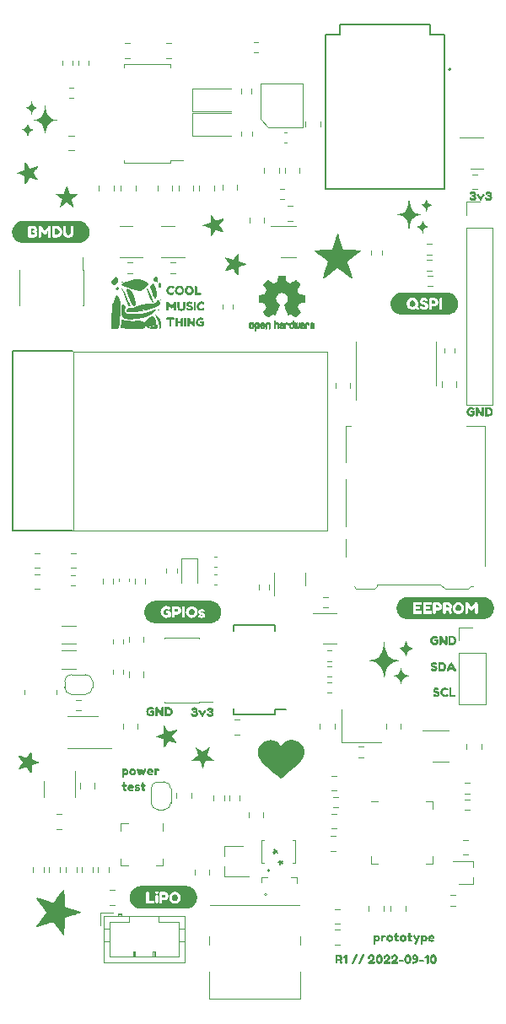
<source format=gto>
%TF.GenerationSoftware,KiCad,Pcbnew,(6.0.5-0)*%
%TF.CreationDate,2022-09-11T18:06:33+10:00*%
%TF.ProjectId,gay-ipod,6761792d-6970-46f6-942e-6b696361645f,rev?*%
%TF.SameCoordinates,Original*%
%TF.FileFunction,Legend,Top*%
%TF.FilePolarity,Positive*%
%FSLAX46Y46*%
G04 Gerber Fmt 4.6, Leading zero omitted, Abs format (unit mm)*
G04 Created by KiCad (PCBNEW (6.0.5-0)) date 2022-09-11 18:06:33*
%MOMM*%
%LPD*%
G01*
G04 APERTURE LIST*
%ADD10C,0.150000*%
%ADD11C,0.010000*%
%ADD12C,0.050000*%
%ADD13C,0.120000*%
%ADD14C,0.200000*%
%ADD15C,0.127000*%
G04 APERTURE END LIST*
D10*
%TO.C,U402*%
X142502374Y-140699994D02*
X142740470Y-140699994D01*
X142645232Y-140938089D02*
X142740470Y-140699994D01*
X142645232Y-140461898D01*
X142930946Y-140842851D02*
X142740470Y-140699994D01*
X142930946Y-140557136D01*
%TO.C,U401*%
X141952380Y-139600000D02*
X142190476Y-139600000D01*
X142095238Y-139838095D02*
X142190476Y-139600000D01*
X142095238Y-139361904D01*
X142380952Y-139742857D02*
X142190476Y-139600000D01*
X142380952Y-139457142D01*
%TO.C,G\u002A\u002A\u002A*%
G36*
X135720515Y-75648961D02*
G01*
X135757965Y-75689871D01*
X135810848Y-75753830D01*
X135875260Y-75836086D01*
X135947293Y-75931888D01*
X135960625Y-75950010D01*
X136033425Y-76048761D01*
X136098605Y-76136168D01*
X136152346Y-76207188D01*
X136190826Y-76256779D01*
X136210224Y-76279899D01*
X136211325Y-76280820D01*
X136234099Y-76277789D01*
X136288795Y-76263924D01*
X136369362Y-76240958D01*
X136469746Y-76210624D01*
X136583896Y-76174654D01*
X136598333Y-76170009D01*
X136737840Y-76125326D01*
X136843905Y-76092336D01*
X136921014Y-76070028D01*
X136973652Y-76057392D01*
X137006308Y-76053417D01*
X137023467Y-76057094D01*
X137029616Y-76067413D01*
X137030000Y-76072817D01*
X137018655Y-76095226D01*
X136987000Y-76144516D01*
X136938602Y-76215478D01*
X136877029Y-76302903D01*
X136805848Y-76401581D01*
X136790326Y-76422817D01*
X136550653Y-76750001D01*
X136790326Y-77077184D01*
X136863043Y-77177532D01*
X136926886Y-77267699D01*
X136978288Y-77342476D01*
X137013681Y-77396654D01*
X137029499Y-77425023D01*
X137030000Y-77427184D01*
X137013864Y-77447451D01*
X137000229Y-77450000D01*
X136972650Y-77444079D01*
X136913446Y-77427584D01*
X136828993Y-77402420D01*
X136725670Y-77370492D01*
X136609856Y-77333704D01*
X136598333Y-77329992D01*
X136482929Y-77293459D01*
X136380560Y-77262352D01*
X136297277Y-77238403D01*
X136239133Y-77223347D01*
X136212180Y-77218915D01*
X136211325Y-77219181D01*
X136195440Y-77237452D01*
X136159844Y-77283025D01*
X136108356Y-77350859D01*
X136044799Y-77435911D01*
X135972993Y-77533139D01*
X135960625Y-77549991D01*
X135887644Y-77647707D01*
X135821589Y-77732724D01*
X135766366Y-77800289D01*
X135725881Y-77845652D01*
X135704040Y-77864061D01*
X135702404Y-77864149D01*
X135693565Y-77843722D01*
X135686393Y-77788052D01*
X135680804Y-77695874D01*
X135676714Y-77565924D01*
X135674596Y-77444145D01*
X135669193Y-77031594D01*
X135274596Y-76904996D01*
X135122049Y-76854797D01*
X135007370Y-76814192D01*
X134929678Y-76782836D01*
X134888097Y-76760383D01*
X134880000Y-76750000D01*
X134897462Y-76733420D01*
X134950436Y-76708172D01*
X135039799Y-76673911D01*
X135166430Y-76630291D01*
X135274596Y-76595005D01*
X135669193Y-76468407D01*
X135674596Y-76055856D01*
X135677626Y-75897018D01*
X135682093Y-75776892D01*
X135688081Y-75694214D01*
X135695673Y-75647718D01*
X135702404Y-75635852D01*
X135720515Y-75648961D01*
G37*
G36*
X138456435Y-79556278D02*
G01*
X138463607Y-79611948D01*
X138469196Y-79704126D01*
X138473286Y-79834076D01*
X138475404Y-79955855D01*
X138480807Y-80368406D01*
X138875404Y-80495004D01*
X139027951Y-80545203D01*
X139142630Y-80585808D01*
X139220322Y-80617164D01*
X139261903Y-80639617D01*
X139270000Y-80650000D01*
X139252538Y-80666580D01*
X139199564Y-80691828D01*
X139110201Y-80726089D01*
X138983570Y-80769709D01*
X138875404Y-80804995D01*
X138480807Y-80931593D01*
X138475404Y-81344144D01*
X138472374Y-81502982D01*
X138467907Y-81623108D01*
X138461919Y-81705786D01*
X138454327Y-81752282D01*
X138447596Y-81764148D01*
X138429485Y-81751039D01*
X138392035Y-81710129D01*
X138339152Y-81646170D01*
X138274740Y-81563914D01*
X138202707Y-81468112D01*
X138189375Y-81449990D01*
X138116575Y-81351239D01*
X138051395Y-81263832D01*
X137997654Y-81192812D01*
X137959174Y-81143221D01*
X137939776Y-81120101D01*
X137938675Y-81119180D01*
X137915901Y-81122211D01*
X137861205Y-81136076D01*
X137780638Y-81159042D01*
X137680254Y-81189376D01*
X137566104Y-81225346D01*
X137551667Y-81229991D01*
X137412160Y-81274674D01*
X137306095Y-81307664D01*
X137228986Y-81329972D01*
X137176348Y-81342608D01*
X137143692Y-81346583D01*
X137126533Y-81342906D01*
X137120384Y-81332587D01*
X137120000Y-81327183D01*
X137131345Y-81304774D01*
X137163000Y-81255484D01*
X137211398Y-81184522D01*
X137272971Y-81097097D01*
X137344152Y-80998419D01*
X137359674Y-80977183D01*
X137599347Y-80649999D01*
X137359674Y-80322816D01*
X137286957Y-80222468D01*
X137223114Y-80132301D01*
X137171712Y-80057524D01*
X137136319Y-80003346D01*
X137120501Y-79974977D01*
X137120000Y-79972816D01*
X137136136Y-79952549D01*
X137149771Y-79950000D01*
X137177350Y-79955921D01*
X137236554Y-79972416D01*
X137321007Y-79997580D01*
X137424330Y-80029508D01*
X137540144Y-80066296D01*
X137551667Y-80070008D01*
X137667071Y-80106541D01*
X137769440Y-80137648D01*
X137852723Y-80161597D01*
X137910867Y-80176653D01*
X137937820Y-80181085D01*
X137938675Y-80180819D01*
X137954560Y-80162548D01*
X137990156Y-80116975D01*
X138041644Y-80049141D01*
X138105201Y-79964089D01*
X138177007Y-79866861D01*
X138189375Y-79850009D01*
X138262356Y-79752293D01*
X138328411Y-79667276D01*
X138383634Y-79599711D01*
X138424119Y-79554348D01*
X138445960Y-79535939D01*
X138447596Y-79535851D01*
X138456435Y-79556278D01*
G37*
%TO.C,REF\u002A\u002A*%
G36*
X144579833Y-86508663D02*
G01*
X144582048Y-86546850D01*
X144583784Y-86604886D01*
X144584899Y-86678180D01*
X144585257Y-86755055D01*
X144585257Y-87015196D01*
X144539326Y-87061127D01*
X144507675Y-87089429D01*
X144479890Y-87100893D01*
X144441915Y-87100168D01*
X144426840Y-87098321D01*
X144379726Y-87092948D01*
X144340756Y-87089869D01*
X144331257Y-87089585D01*
X144299233Y-87091445D01*
X144253432Y-87096114D01*
X144235674Y-87098321D01*
X144192057Y-87101735D01*
X144162745Y-87094320D01*
X144133680Y-87071427D01*
X144123188Y-87061127D01*
X144077257Y-87015196D01*
X144077257Y-86528602D01*
X144114226Y-86511758D01*
X144146059Y-86499282D01*
X144164683Y-86494914D01*
X144169458Y-86508718D01*
X144173921Y-86547286D01*
X144177775Y-86606356D01*
X144180722Y-86681663D01*
X144182143Y-86745286D01*
X144186114Y-86995657D01*
X144220759Y-87000556D01*
X144252268Y-86997131D01*
X144267708Y-86986041D01*
X144272023Y-86965308D01*
X144275708Y-86921145D01*
X144278469Y-86859146D01*
X144280012Y-86784909D01*
X144280235Y-86746706D01*
X144280457Y-86526783D01*
X144326166Y-86510849D01*
X144358518Y-86500015D01*
X144376115Y-86494962D01*
X144376623Y-86494914D01*
X144378388Y-86508648D01*
X144380329Y-86546730D01*
X144382282Y-86604482D01*
X144384084Y-86677227D01*
X144385343Y-86745286D01*
X144389314Y-86995657D01*
X144476400Y-86995657D01*
X144480396Y-86767240D01*
X144484392Y-86538822D01*
X144526847Y-86516868D01*
X144558192Y-86501793D01*
X144576744Y-86494951D01*
X144577279Y-86494914D01*
X144579833Y-86508663D01*
G37*
D11*
X144579833Y-86508663D02*
X144582048Y-86546850D01*
X144583784Y-86604886D01*
X144584899Y-86678180D01*
X144585257Y-86755055D01*
X144585257Y-87015196D01*
X144539326Y-87061127D01*
X144507675Y-87089429D01*
X144479890Y-87100893D01*
X144441915Y-87100168D01*
X144426840Y-87098321D01*
X144379726Y-87092948D01*
X144340756Y-87089869D01*
X144331257Y-87089585D01*
X144299233Y-87091445D01*
X144253432Y-87096114D01*
X144235674Y-87098321D01*
X144192057Y-87101735D01*
X144162745Y-87094320D01*
X144133680Y-87071427D01*
X144123188Y-87061127D01*
X144077257Y-87015196D01*
X144077257Y-86528602D01*
X144114226Y-86511758D01*
X144146059Y-86499282D01*
X144164683Y-86494914D01*
X144169458Y-86508718D01*
X144173921Y-86547286D01*
X144177775Y-86606356D01*
X144180722Y-86681663D01*
X144182143Y-86745286D01*
X144186114Y-86995657D01*
X144220759Y-87000556D01*
X144252268Y-86997131D01*
X144267708Y-86986041D01*
X144272023Y-86965308D01*
X144275708Y-86921145D01*
X144278469Y-86859146D01*
X144280012Y-86784909D01*
X144280235Y-86746706D01*
X144280457Y-86526783D01*
X144326166Y-86510849D01*
X144358518Y-86500015D01*
X144376115Y-86494962D01*
X144376623Y-86494914D01*
X144378388Y-86508648D01*
X144380329Y-86546730D01*
X144382282Y-86604482D01*
X144384084Y-86677227D01*
X144385343Y-86745286D01*
X144389314Y-86995657D01*
X144476400Y-86995657D01*
X144480396Y-86767240D01*
X144484392Y-86538822D01*
X144526847Y-86516868D01*
X144558192Y-86501793D01*
X144576744Y-86494951D01*
X144577279Y-86494914D01*
X144579833Y-86508663D01*
G36*
X139537096Y-86658159D02*
G01*
X139542068Y-86621949D01*
X139550713Y-86595299D01*
X139564005Y-86571722D01*
X139566943Y-86567338D01*
X139616313Y-86508249D01*
X139670109Y-86473947D01*
X139735602Y-86460331D01*
X139757842Y-86459665D01*
X139841115Y-86471962D01*
X139909145Y-86507733D01*
X139959351Y-86565301D01*
X139977185Y-86602312D01*
X139991063Y-86657882D01*
X139998167Y-86728096D01*
X139998840Y-86804727D01*
X139993427Y-86879552D01*
X139982270Y-86944342D01*
X139965714Y-86990873D01*
X139960626Y-86998887D01*
X139900355Y-87058707D01*
X139828769Y-87094535D01*
X139751092Y-87105020D01*
X139672548Y-87088810D01*
X139650689Y-87079092D01*
X139608122Y-87049143D01*
X139570763Y-87009433D01*
X139567232Y-87004397D01*
X139552881Y-86980124D01*
X139543394Y-86954178D01*
X139537790Y-86920022D01*
X139535086Y-86871119D01*
X139534299Y-86800935D01*
X139534286Y-86785200D01*
X139534322Y-86780192D01*
X139679429Y-86780192D01*
X139680273Y-86846430D01*
X139683596Y-86890386D01*
X139690583Y-86918779D01*
X139702416Y-86938325D01*
X139708457Y-86944857D01*
X139743186Y-86969680D01*
X139776903Y-86968548D01*
X139810995Y-86947016D01*
X139831329Y-86924029D01*
X139843371Y-86890478D01*
X139850134Y-86837569D01*
X139850598Y-86831399D01*
X139851752Y-86735513D01*
X139839688Y-86664299D01*
X139814570Y-86618194D01*
X139776560Y-86597635D01*
X139762992Y-86596514D01*
X139727364Y-86602152D01*
X139702994Y-86621686D01*
X139688093Y-86659042D01*
X139680875Y-86718150D01*
X139679429Y-86780192D01*
X139534322Y-86780192D01*
X139534826Y-86710413D01*
X139537096Y-86658159D01*
G37*
X139537096Y-86658159D02*
X139542068Y-86621949D01*
X139550713Y-86595299D01*
X139564005Y-86571722D01*
X139566943Y-86567338D01*
X139616313Y-86508249D01*
X139670109Y-86473947D01*
X139735602Y-86460331D01*
X139757842Y-86459665D01*
X139841115Y-86471962D01*
X139909145Y-86507733D01*
X139959351Y-86565301D01*
X139977185Y-86602312D01*
X139991063Y-86657882D01*
X139998167Y-86728096D01*
X139998840Y-86804727D01*
X139993427Y-86879552D01*
X139982270Y-86944342D01*
X139965714Y-86990873D01*
X139960626Y-86998887D01*
X139900355Y-87058707D01*
X139828769Y-87094535D01*
X139751092Y-87105020D01*
X139672548Y-87088810D01*
X139650689Y-87079092D01*
X139608122Y-87049143D01*
X139570763Y-87009433D01*
X139567232Y-87004397D01*
X139552881Y-86980124D01*
X139543394Y-86954178D01*
X139537790Y-86920022D01*
X139535086Y-86871119D01*
X139534299Y-86800935D01*
X139534286Y-86785200D01*
X139534322Y-86780192D01*
X139679429Y-86780192D01*
X139680273Y-86846430D01*
X139683596Y-86890386D01*
X139690583Y-86918779D01*
X139702416Y-86938325D01*
X139708457Y-86944857D01*
X139743186Y-86969680D01*
X139776903Y-86968548D01*
X139810995Y-86947016D01*
X139831329Y-86924029D01*
X139843371Y-86890478D01*
X139850134Y-86837569D01*
X139850598Y-86831399D01*
X139851752Y-86735513D01*
X139839688Y-86664299D01*
X139814570Y-86618194D01*
X139776560Y-86597635D01*
X139762992Y-86596514D01*
X139727364Y-86602152D01*
X139702994Y-86621686D01*
X139688093Y-86659042D01*
X139680875Y-86718150D01*
X139679429Y-86780192D01*
X139534322Y-86780192D01*
X139534826Y-86710413D01*
X139537096Y-86658159D01*
G36*
X145668196Y-86645384D02*
G01*
X145681884Y-86596695D01*
X145704096Y-86560849D01*
X145736574Y-86532513D01*
X145750733Y-86523355D01*
X145815053Y-86499507D01*
X145885473Y-86498006D01*
X145953595Y-86516966D01*
X146011021Y-86554497D01*
X146038719Y-86588096D01*
X146060662Y-86649064D01*
X146062405Y-86697308D01*
X146058457Y-86761816D01*
X145909686Y-86826934D01*
X145837349Y-86860202D01*
X145790084Y-86886964D01*
X145765507Y-86910144D01*
X145761237Y-86932667D01*
X145774889Y-86957455D01*
X145789943Y-86973886D01*
X145833746Y-87000235D01*
X145881389Y-87002081D01*
X145925145Y-86981546D01*
X145957289Y-86940752D01*
X145963038Y-86926347D01*
X145990576Y-86881356D01*
X146022258Y-86862182D01*
X146065714Y-86845779D01*
X146065714Y-86907966D01*
X146061872Y-86950283D01*
X146046823Y-86985969D01*
X146015280Y-87026943D01*
X146010592Y-87032267D01*
X145975506Y-87068720D01*
X145945347Y-87088283D01*
X145907615Y-87097283D01*
X145876335Y-87100230D01*
X145820385Y-87100965D01*
X145780555Y-87091660D01*
X145755708Y-87077846D01*
X145716656Y-87047467D01*
X145689625Y-87014613D01*
X145672517Y-86973294D01*
X145663238Y-86917521D01*
X145659693Y-86841305D01*
X145659410Y-86802622D01*
X145660372Y-86756247D01*
X145748007Y-86756247D01*
X145749023Y-86781126D01*
X145751556Y-86785200D01*
X145768274Y-86779665D01*
X145804249Y-86765017D01*
X145852331Y-86744190D01*
X145862386Y-86739714D01*
X145923152Y-86708814D01*
X145956632Y-86681657D01*
X145963990Y-86656220D01*
X145946391Y-86630481D01*
X145931856Y-86619109D01*
X145879410Y-86596364D01*
X145830322Y-86600122D01*
X145789227Y-86627884D01*
X145760758Y-86677152D01*
X145751631Y-86716257D01*
X145748007Y-86756247D01*
X145660372Y-86756247D01*
X145661285Y-86712249D01*
X145668196Y-86645384D01*
G37*
X145668196Y-86645384D02*
X145681884Y-86596695D01*
X145704096Y-86560849D01*
X145736574Y-86532513D01*
X145750733Y-86523355D01*
X145815053Y-86499507D01*
X145885473Y-86498006D01*
X145953595Y-86516966D01*
X146011021Y-86554497D01*
X146038719Y-86588096D01*
X146060662Y-86649064D01*
X146062405Y-86697308D01*
X146058457Y-86761816D01*
X145909686Y-86826934D01*
X145837349Y-86860202D01*
X145790084Y-86886964D01*
X145765507Y-86910144D01*
X145761237Y-86932667D01*
X145774889Y-86957455D01*
X145789943Y-86973886D01*
X145833746Y-87000235D01*
X145881389Y-87002081D01*
X145925145Y-86981546D01*
X145957289Y-86940752D01*
X145963038Y-86926347D01*
X145990576Y-86881356D01*
X146022258Y-86862182D01*
X146065714Y-86845779D01*
X146065714Y-86907966D01*
X146061872Y-86950283D01*
X146046823Y-86985969D01*
X146015280Y-87026943D01*
X146010592Y-87032267D01*
X145975506Y-87068720D01*
X145945347Y-87088283D01*
X145907615Y-87097283D01*
X145876335Y-87100230D01*
X145820385Y-87100965D01*
X145780555Y-87091660D01*
X145755708Y-87077846D01*
X145716656Y-87047467D01*
X145689625Y-87014613D01*
X145672517Y-86973294D01*
X145663238Y-86917521D01*
X145659693Y-86841305D01*
X145659410Y-86802622D01*
X145660372Y-86756247D01*
X145748007Y-86756247D01*
X145749023Y-86781126D01*
X145751556Y-86785200D01*
X145768274Y-86779665D01*
X145804249Y-86765017D01*
X145852331Y-86744190D01*
X145862386Y-86739714D01*
X145923152Y-86708814D01*
X145956632Y-86681657D01*
X145963990Y-86656220D01*
X145946391Y-86630481D01*
X145931856Y-86619109D01*
X145879410Y-86596364D01*
X145830322Y-86600122D01*
X145789227Y-86627884D01*
X145760758Y-86677152D01*
X145751631Y-86716257D01*
X145748007Y-86756247D01*
X145660372Y-86756247D01*
X145661285Y-86712249D01*
X145668196Y-86645384D01*
G36*
X141516093Y-86477780D02*
G01*
X141562672Y-86504723D01*
X141595057Y-86531466D01*
X141618742Y-86559484D01*
X141635059Y-86593748D01*
X141645339Y-86639227D01*
X141650914Y-86700892D01*
X141653116Y-86783711D01*
X141653371Y-86843246D01*
X141653371Y-87062391D01*
X141591686Y-87090044D01*
X141530000Y-87117697D01*
X141522743Y-86877670D01*
X141519744Y-86788028D01*
X141516598Y-86722962D01*
X141512701Y-86678026D01*
X141507447Y-86648770D01*
X141500231Y-86630748D01*
X141490450Y-86619511D01*
X141487312Y-86617079D01*
X141439761Y-86598083D01*
X141391697Y-86605600D01*
X141363086Y-86625543D01*
X141351447Y-86639675D01*
X141343391Y-86658220D01*
X141338271Y-86686334D01*
X141335441Y-86729173D01*
X141334256Y-86791895D01*
X141334057Y-86857261D01*
X141334018Y-86939268D01*
X141332614Y-86997316D01*
X141327914Y-87036465D01*
X141317987Y-87061780D01*
X141300903Y-87078323D01*
X141274732Y-87091156D01*
X141239775Y-87104491D01*
X141201596Y-87119007D01*
X141206141Y-86861389D01*
X141207971Y-86768519D01*
X141210112Y-86699889D01*
X141213181Y-86650711D01*
X141217794Y-86616198D01*
X141224568Y-86591562D01*
X141234119Y-86572016D01*
X141245634Y-86554770D01*
X141301190Y-86499680D01*
X141368980Y-86467822D01*
X141442713Y-86460191D01*
X141516093Y-86477780D01*
G37*
X141516093Y-86477780D02*
X141562672Y-86504723D01*
X141595057Y-86531466D01*
X141618742Y-86559484D01*
X141635059Y-86593748D01*
X141645339Y-86639227D01*
X141650914Y-86700892D01*
X141653116Y-86783711D01*
X141653371Y-86843246D01*
X141653371Y-87062391D01*
X141591686Y-87090044D01*
X141530000Y-87117697D01*
X141522743Y-86877670D01*
X141519744Y-86788028D01*
X141516598Y-86722962D01*
X141512701Y-86678026D01*
X141507447Y-86648770D01*
X141500231Y-86630748D01*
X141490450Y-86619511D01*
X141487312Y-86617079D01*
X141439761Y-86598083D01*
X141391697Y-86605600D01*
X141363086Y-86625543D01*
X141351447Y-86639675D01*
X141343391Y-86658220D01*
X141338271Y-86686334D01*
X141335441Y-86729173D01*
X141334256Y-86791895D01*
X141334057Y-86857261D01*
X141334018Y-86939268D01*
X141332614Y-86997316D01*
X141327914Y-87036465D01*
X141317987Y-87061780D01*
X141300903Y-87078323D01*
X141274732Y-87091156D01*
X141239775Y-87104491D01*
X141201596Y-87119007D01*
X141206141Y-86861389D01*
X141207971Y-86768519D01*
X141210112Y-86699889D01*
X141213181Y-86650711D01*
X141217794Y-86616198D01*
X141224568Y-86591562D01*
X141234119Y-86572016D01*
X141245634Y-86554770D01*
X141301190Y-86499680D01*
X141368980Y-86467822D01*
X141442713Y-86460191D01*
X141516093Y-86477780D01*
G36*
X145452600Y-86508752D02*
G01*
X145469948Y-86516334D01*
X145511356Y-86549128D01*
X145546765Y-86596547D01*
X145568664Y-86647151D01*
X145572229Y-86672098D01*
X145560279Y-86706927D01*
X145534067Y-86725357D01*
X145505964Y-86736516D01*
X145493095Y-86738572D01*
X145486829Y-86723649D01*
X145474456Y-86691175D01*
X145469028Y-86676502D01*
X145438590Y-86625744D01*
X145394520Y-86600427D01*
X145338010Y-86601206D01*
X145333825Y-86602203D01*
X145303655Y-86616507D01*
X145281476Y-86644393D01*
X145266327Y-86689287D01*
X145257250Y-86754615D01*
X145253286Y-86843804D01*
X145252914Y-86891261D01*
X145252730Y-86966071D01*
X145251522Y-87017069D01*
X145248309Y-87049471D01*
X145242109Y-87068495D01*
X145231940Y-87079356D01*
X145216819Y-87087272D01*
X145215946Y-87087670D01*
X145186828Y-87099981D01*
X145172403Y-87104514D01*
X145170186Y-87090809D01*
X145168289Y-87052925D01*
X145166847Y-86995715D01*
X145165998Y-86924027D01*
X145165829Y-86871565D01*
X145166692Y-86770047D01*
X145170070Y-86693032D01*
X145177142Y-86636023D01*
X145189088Y-86594526D01*
X145207090Y-86564043D01*
X145232327Y-86540080D01*
X145257247Y-86523355D01*
X145317171Y-86501097D01*
X145386911Y-86496076D01*
X145452600Y-86508752D01*
G37*
X145452600Y-86508752D02*
X145469948Y-86516334D01*
X145511356Y-86549128D01*
X145546765Y-86596547D01*
X145568664Y-86647151D01*
X145572229Y-86672098D01*
X145560279Y-86706927D01*
X145534067Y-86725357D01*
X145505964Y-86736516D01*
X145493095Y-86738572D01*
X145486829Y-86723649D01*
X145474456Y-86691175D01*
X145469028Y-86676502D01*
X145438590Y-86625744D01*
X145394520Y-86600427D01*
X145338010Y-86601206D01*
X145333825Y-86602203D01*
X145303655Y-86616507D01*
X145281476Y-86644393D01*
X145266327Y-86689287D01*
X145257250Y-86754615D01*
X145253286Y-86843804D01*
X145252914Y-86891261D01*
X145252730Y-86966071D01*
X145251522Y-87017069D01*
X145248309Y-87049471D01*
X145242109Y-87068495D01*
X145231940Y-87079356D01*
X145216819Y-87087272D01*
X145215946Y-87087670D01*
X145186828Y-87099981D01*
X145172403Y-87104514D01*
X145170186Y-87090809D01*
X145168289Y-87052925D01*
X145166847Y-86995715D01*
X145165998Y-86924027D01*
X145165829Y-86871565D01*
X145166692Y-86770047D01*
X145170070Y-86693032D01*
X145177142Y-86636023D01*
X145189088Y-86594526D01*
X145207090Y-86564043D01*
X145232327Y-86540080D01*
X145257247Y-86523355D01*
X145317171Y-86501097D01*
X145386911Y-86496076D01*
X145452600Y-86508752D01*
G36*
X143584726Y-86640086D02*
G01*
X143607135Y-86588600D01*
X143642124Y-86548443D01*
X143669375Y-86527861D01*
X143718907Y-86505625D01*
X143776316Y-86495304D01*
X143829682Y-86498067D01*
X143859543Y-86509212D01*
X143871261Y-86512383D01*
X143879037Y-86500557D01*
X143884465Y-86468866D01*
X143888571Y-86420593D01*
X143893067Y-86366829D01*
X143899313Y-86334482D01*
X143910676Y-86315985D01*
X143930528Y-86303770D01*
X143943000Y-86298362D01*
X143990171Y-86278601D01*
X143990117Y-86615358D01*
X143989933Y-86723837D01*
X143989219Y-86807287D01*
X143987675Y-86869704D01*
X143985001Y-86915085D01*
X143980894Y-86947429D01*
X143975055Y-86970733D01*
X143967182Y-86988995D01*
X143961221Y-86999418D01*
X143911855Y-87055945D01*
X143849264Y-87091377D01*
X143780013Y-87104090D01*
X143710668Y-87092463D01*
X143669375Y-87071568D01*
X143626025Y-87035422D01*
X143596481Y-86991276D01*
X143578655Y-86933462D01*
X143570463Y-86856313D01*
X143569302Y-86799714D01*
X143569458Y-86795647D01*
X143670857Y-86795647D01*
X143671476Y-86860550D01*
X143674314Y-86903514D01*
X143680840Y-86931622D01*
X143692523Y-86951953D01*
X143706483Y-86967288D01*
X143753365Y-86996890D01*
X143803701Y-86999419D01*
X143851276Y-86974705D01*
X143854979Y-86971356D01*
X143870783Y-86953935D01*
X143880693Y-86933209D01*
X143886058Y-86902362D01*
X143888228Y-86854577D01*
X143888571Y-86801748D01*
X143887827Y-86735381D01*
X143884748Y-86691106D01*
X143878061Y-86662009D01*
X143866496Y-86641173D01*
X143857013Y-86630107D01*
X143812960Y-86602198D01*
X143762224Y-86598843D01*
X143713796Y-86620159D01*
X143704450Y-86628073D01*
X143688540Y-86645647D01*
X143678610Y-86666587D01*
X143673278Y-86697782D01*
X143671163Y-86746122D01*
X143670857Y-86795647D01*
X143569458Y-86795647D01*
X143572810Y-86708568D01*
X143584726Y-86640086D01*
G37*
X143584726Y-86640086D02*
X143607135Y-86588600D01*
X143642124Y-86548443D01*
X143669375Y-86527861D01*
X143718907Y-86505625D01*
X143776316Y-86495304D01*
X143829682Y-86498067D01*
X143859543Y-86509212D01*
X143871261Y-86512383D01*
X143879037Y-86500557D01*
X143884465Y-86468866D01*
X143888571Y-86420593D01*
X143893067Y-86366829D01*
X143899313Y-86334482D01*
X143910676Y-86315985D01*
X143930528Y-86303770D01*
X143943000Y-86298362D01*
X143990171Y-86278601D01*
X143990117Y-86615358D01*
X143989933Y-86723837D01*
X143989219Y-86807287D01*
X143987675Y-86869704D01*
X143985001Y-86915085D01*
X143980894Y-86947429D01*
X143975055Y-86970733D01*
X143967182Y-86988995D01*
X143961221Y-86999418D01*
X143911855Y-87055945D01*
X143849264Y-87091377D01*
X143780013Y-87104090D01*
X143710668Y-87092463D01*
X143669375Y-87071568D01*
X143626025Y-87035422D01*
X143596481Y-86991276D01*
X143578655Y-86933462D01*
X143570463Y-86856313D01*
X143569302Y-86799714D01*
X143569458Y-86795647D01*
X143670857Y-86795647D01*
X143671476Y-86860550D01*
X143674314Y-86903514D01*
X143680840Y-86931622D01*
X143692523Y-86951953D01*
X143706483Y-86967288D01*
X143753365Y-86996890D01*
X143803701Y-86999419D01*
X143851276Y-86974705D01*
X143854979Y-86971356D01*
X143870783Y-86953935D01*
X143880693Y-86933209D01*
X143886058Y-86902362D01*
X143888228Y-86854577D01*
X143888571Y-86801748D01*
X143887827Y-86735381D01*
X143884748Y-86691106D01*
X143878061Y-86662009D01*
X143866496Y-86641173D01*
X143857013Y-86630107D01*
X143812960Y-86602198D01*
X143762224Y-86598843D01*
X143713796Y-86620159D01*
X143704450Y-86628073D01*
X143688540Y-86645647D01*
X143678610Y-86666587D01*
X143673278Y-86697782D01*
X143671163Y-86746122D01*
X143670857Y-86795647D01*
X143569458Y-86795647D01*
X143572810Y-86708568D01*
X143584726Y-86640086D01*
G36*
X142175886Y-86401289D02*
G01*
X142180139Y-86460613D01*
X142185025Y-86495572D01*
X142191795Y-86510820D01*
X142201702Y-86511015D01*
X142204914Y-86509195D01*
X142247644Y-86496015D01*
X142303227Y-86496785D01*
X142359737Y-86510333D01*
X142395082Y-86527861D01*
X142431321Y-86555861D01*
X142457813Y-86587549D01*
X142475999Y-86627813D01*
X142487322Y-86681543D01*
X142493222Y-86753626D01*
X142495143Y-86848951D01*
X142495177Y-86867237D01*
X142495200Y-87072646D01*
X142449491Y-87088580D01*
X142417027Y-87099420D01*
X142399215Y-87104468D01*
X142398691Y-87104514D01*
X142396937Y-87090828D01*
X142395444Y-87053076D01*
X142394326Y-86996224D01*
X142393697Y-86925234D01*
X142393600Y-86882073D01*
X142393398Y-86796973D01*
X142392358Y-86735981D01*
X142389831Y-86694177D01*
X142385164Y-86666642D01*
X142377707Y-86648456D01*
X142366811Y-86634698D01*
X142360007Y-86628073D01*
X142313272Y-86601375D01*
X142262272Y-86599375D01*
X142216001Y-86621955D01*
X142207444Y-86630107D01*
X142194893Y-86645436D01*
X142186188Y-86663618D01*
X142180631Y-86689909D01*
X142177526Y-86729562D01*
X142176176Y-86787832D01*
X142175886Y-86868173D01*
X142175886Y-87072646D01*
X142130177Y-87088580D01*
X142097713Y-87099420D01*
X142079901Y-87104468D01*
X142079377Y-87104514D01*
X142078037Y-87090623D01*
X142076828Y-87051439D01*
X142075801Y-86990700D01*
X142075002Y-86912141D01*
X142074481Y-86819498D01*
X142074286Y-86716509D01*
X142074286Y-86319342D01*
X142121457Y-86299444D01*
X142168629Y-86279547D01*
X142175886Y-86401289D01*
G37*
X142175886Y-86401289D02*
X142180139Y-86460613D01*
X142185025Y-86495572D01*
X142191795Y-86510820D01*
X142201702Y-86511015D01*
X142204914Y-86509195D01*
X142247644Y-86496015D01*
X142303227Y-86496785D01*
X142359737Y-86510333D01*
X142395082Y-86527861D01*
X142431321Y-86555861D01*
X142457813Y-86587549D01*
X142475999Y-86627813D01*
X142487322Y-86681543D01*
X142493222Y-86753626D01*
X142495143Y-86848951D01*
X142495177Y-86867237D01*
X142495200Y-87072646D01*
X142449491Y-87088580D01*
X142417027Y-87099420D01*
X142399215Y-87104468D01*
X142398691Y-87104514D01*
X142396937Y-87090828D01*
X142395444Y-87053076D01*
X142394326Y-86996224D01*
X142393697Y-86925234D01*
X142393600Y-86882073D01*
X142393398Y-86796973D01*
X142392358Y-86735981D01*
X142389831Y-86694177D01*
X142385164Y-86666642D01*
X142377707Y-86648456D01*
X142366811Y-86634698D01*
X142360007Y-86628073D01*
X142313272Y-86601375D01*
X142262272Y-86599375D01*
X142216001Y-86621955D01*
X142207444Y-86630107D01*
X142194893Y-86645436D01*
X142186188Y-86663618D01*
X142180631Y-86689909D01*
X142177526Y-86729562D01*
X142176176Y-86787832D01*
X142175886Y-86868173D01*
X142175886Y-87072646D01*
X142130177Y-87088580D01*
X142097713Y-87099420D01*
X142079901Y-87104468D01*
X142079377Y-87104514D01*
X142078037Y-87090623D01*
X142076828Y-87051439D01*
X142075801Y-86990700D01*
X142075002Y-86912141D01*
X142074481Y-86819498D01*
X142074286Y-86716509D01*
X142074286Y-86319342D01*
X142121457Y-86299444D01*
X142168629Y-86279547D01*
X142175886Y-86401289D01*
G36*
X142839744Y-86500968D02*
G01*
X142896616Y-86522087D01*
X142897267Y-86522493D01*
X142932440Y-86548380D01*
X142958407Y-86578633D01*
X142976670Y-86618058D01*
X142988732Y-86671462D01*
X142996096Y-86743651D01*
X143000264Y-86839432D01*
X143000629Y-86853078D01*
X143005876Y-87058842D01*
X142961716Y-87081678D01*
X142929763Y-87097110D01*
X142910470Y-87104423D01*
X142909578Y-87104514D01*
X142906239Y-87091022D01*
X142903587Y-87054626D01*
X142901956Y-87001452D01*
X142901600Y-86958393D01*
X142901592Y-86888641D01*
X142898403Y-86844837D01*
X142887288Y-86823944D01*
X142863501Y-86822925D01*
X142822296Y-86838741D01*
X142760086Y-86867815D01*
X142714341Y-86891963D01*
X142690813Y-86912913D01*
X142683896Y-86935747D01*
X142683886Y-86936877D01*
X142695299Y-86976212D01*
X142729092Y-86997462D01*
X142780809Y-87000539D01*
X142818061Y-87000006D01*
X142837703Y-87010735D01*
X142849952Y-87036505D01*
X142857002Y-87069337D01*
X142846842Y-87087966D01*
X142843017Y-87090632D01*
X142807001Y-87101340D01*
X142756566Y-87102856D01*
X142704626Y-87095759D01*
X142667822Y-87082788D01*
X142616938Y-87039585D01*
X142588014Y-86979446D01*
X142582286Y-86932462D01*
X142586657Y-86890082D01*
X142602475Y-86855488D01*
X142633797Y-86824763D01*
X142684678Y-86793990D01*
X142759176Y-86759252D01*
X142763714Y-86757288D01*
X142830821Y-86726287D01*
X142872232Y-86700862D01*
X142889981Y-86678014D01*
X142886107Y-86654745D01*
X142862643Y-86628056D01*
X142855627Y-86621914D01*
X142808630Y-86598100D01*
X142759933Y-86599103D01*
X142717522Y-86622451D01*
X142689384Y-86665675D01*
X142686769Y-86674160D01*
X142661308Y-86715308D01*
X142629001Y-86735128D01*
X142582286Y-86754770D01*
X142582286Y-86703950D01*
X142596496Y-86630082D01*
X142638675Y-86562327D01*
X142660624Y-86539661D01*
X142710517Y-86510569D01*
X142773967Y-86497400D01*
X142839744Y-86500968D01*
G37*
X142839744Y-86500968D02*
X142896616Y-86522087D01*
X142897267Y-86522493D01*
X142932440Y-86548380D01*
X142958407Y-86578633D01*
X142976670Y-86618058D01*
X142988732Y-86671462D01*
X142996096Y-86743651D01*
X143000264Y-86839432D01*
X143000629Y-86853078D01*
X143005876Y-87058842D01*
X142961716Y-87081678D01*
X142929763Y-87097110D01*
X142910470Y-87104423D01*
X142909578Y-87104514D01*
X142906239Y-87091022D01*
X142903587Y-87054626D01*
X142901956Y-87001452D01*
X142901600Y-86958393D01*
X142901592Y-86888641D01*
X142898403Y-86844837D01*
X142887288Y-86823944D01*
X142863501Y-86822925D01*
X142822296Y-86838741D01*
X142760086Y-86867815D01*
X142714341Y-86891963D01*
X142690813Y-86912913D01*
X142683896Y-86935747D01*
X142683886Y-86936877D01*
X142695299Y-86976212D01*
X142729092Y-86997462D01*
X142780809Y-87000539D01*
X142818061Y-87000006D01*
X142837703Y-87010735D01*
X142849952Y-87036505D01*
X142857002Y-87069337D01*
X142846842Y-87087966D01*
X142843017Y-87090632D01*
X142807001Y-87101340D01*
X142756566Y-87102856D01*
X142704626Y-87095759D01*
X142667822Y-87082788D01*
X142616938Y-87039585D01*
X142588014Y-86979446D01*
X142582286Y-86932462D01*
X142586657Y-86890082D01*
X142602475Y-86855488D01*
X142633797Y-86824763D01*
X142684678Y-86793990D01*
X142759176Y-86759252D01*
X142763714Y-86757288D01*
X142830821Y-86726287D01*
X142872232Y-86700862D01*
X142889981Y-86678014D01*
X142886107Y-86654745D01*
X142862643Y-86628056D01*
X142855627Y-86621914D01*
X142808630Y-86598100D01*
X142759933Y-86599103D01*
X142717522Y-86622451D01*
X142689384Y-86665675D01*
X142686769Y-86674160D01*
X142661308Y-86715308D01*
X142629001Y-86735128D01*
X142582286Y-86754770D01*
X142582286Y-86703950D01*
X142596496Y-86630082D01*
X142638675Y-86562327D01*
X142660624Y-86539661D01*
X142710517Y-86510569D01*
X142773967Y-86497400D01*
X142839744Y-86500968D01*
G36*
X142903910Y-81792348D02*
G01*
X142982454Y-81792778D01*
X143039298Y-81793942D01*
X143078105Y-81796207D01*
X143102538Y-81799940D01*
X143116262Y-81805506D01*
X143122940Y-81813273D01*
X143126236Y-81823605D01*
X143126556Y-81824943D01*
X143131562Y-81849079D01*
X143140829Y-81896701D01*
X143153392Y-81962741D01*
X143168287Y-82042128D01*
X143184551Y-82129796D01*
X143185119Y-82132875D01*
X143201410Y-82218789D01*
X143216652Y-82294696D01*
X143229861Y-82356045D01*
X143240054Y-82398282D01*
X143246248Y-82416855D01*
X143246543Y-82417184D01*
X143264788Y-82426253D01*
X143302405Y-82441367D01*
X143351271Y-82459262D01*
X143351543Y-82459358D01*
X143413093Y-82482493D01*
X143485657Y-82511965D01*
X143554057Y-82541597D01*
X143557294Y-82543062D01*
X143668702Y-82593626D01*
X143915399Y-82425160D01*
X143991077Y-82373803D01*
X144059631Y-82327889D01*
X144117088Y-82290030D01*
X144159476Y-82262837D01*
X144182825Y-82248921D01*
X144185042Y-82247889D01*
X144202010Y-82252484D01*
X144233701Y-82274655D01*
X144281352Y-82315447D01*
X144346198Y-82375905D01*
X144412397Y-82440227D01*
X144476214Y-82503612D01*
X144533329Y-82561451D01*
X144580305Y-82610175D01*
X144613703Y-82646210D01*
X144630085Y-82665984D01*
X144630694Y-82667002D01*
X144632505Y-82680572D01*
X144625683Y-82702733D01*
X144608540Y-82736478D01*
X144579393Y-82784800D01*
X144536555Y-82850692D01*
X144479448Y-82935517D01*
X144428766Y-83010177D01*
X144383461Y-83077140D01*
X144346150Y-83132516D01*
X144319452Y-83172420D01*
X144305985Y-83192962D01*
X144305137Y-83194356D01*
X144306781Y-83214038D01*
X144319245Y-83252293D01*
X144340048Y-83301889D01*
X144347462Y-83317728D01*
X144379814Y-83388290D01*
X144414328Y-83468353D01*
X144442365Y-83537629D01*
X144462568Y-83589045D01*
X144478615Y-83628119D01*
X144487888Y-83648541D01*
X144489041Y-83650114D01*
X144506096Y-83652721D01*
X144546298Y-83659863D01*
X144604302Y-83670523D01*
X144674763Y-83683685D01*
X144752335Y-83698333D01*
X144831672Y-83713449D01*
X144907431Y-83728018D01*
X144974264Y-83741022D01*
X145026828Y-83751445D01*
X145059776Y-83758270D01*
X145067857Y-83760199D01*
X145076205Y-83764962D01*
X145082506Y-83775718D01*
X145087045Y-83796098D01*
X145090104Y-83829734D01*
X145091967Y-83880255D01*
X145092918Y-83951292D01*
X145093240Y-84046476D01*
X145093257Y-84085492D01*
X145093257Y-84402799D01*
X145017057Y-84417839D01*
X144974663Y-84425995D01*
X144911400Y-84437899D01*
X144834962Y-84452116D01*
X144753043Y-84467210D01*
X144730400Y-84471355D01*
X144654806Y-84486053D01*
X144588953Y-84500505D01*
X144538366Y-84513375D01*
X144508574Y-84523322D01*
X144503612Y-84526287D01*
X144491426Y-84547283D01*
X144473953Y-84587967D01*
X144454577Y-84640322D01*
X144450734Y-84651600D01*
X144425339Y-84721523D01*
X144393817Y-84800418D01*
X144362969Y-84871266D01*
X144362817Y-84871595D01*
X144311447Y-84982733D01*
X144480399Y-85231253D01*
X144649352Y-85479772D01*
X144432429Y-85697058D01*
X144366819Y-85761726D01*
X144306979Y-85818733D01*
X144256267Y-85865033D01*
X144218046Y-85897584D01*
X144195675Y-85913343D01*
X144192466Y-85914343D01*
X144173626Y-85906469D01*
X144135180Y-85884578D01*
X144081330Y-85851267D01*
X144016276Y-85809131D01*
X143945940Y-85761943D01*
X143874555Y-85713810D01*
X143810908Y-85671928D01*
X143759041Y-85638871D01*
X143722995Y-85617218D01*
X143706867Y-85609543D01*
X143687189Y-85616037D01*
X143649875Y-85633150D01*
X143602621Y-85657326D01*
X143597612Y-85660013D01*
X143533977Y-85691927D01*
X143490341Y-85707579D01*
X143463202Y-85707745D01*
X143449057Y-85693204D01*
X143448975Y-85693000D01*
X143441905Y-85675779D01*
X143425042Y-85634899D01*
X143399695Y-85573525D01*
X143367171Y-85494819D01*
X143328778Y-85401947D01*
X143285822Y-85298072D01*
X143244222Y-85197502D01*
X143198504Y-85086516D01*
X143156526Y-84983703D01*
X143119548Y-84892215D01*
X143088827Y-84815201D01*
X143065622Y-84755815D01*
X143051190Y-84717209D01*
X143046743Y-84702800D01*
X143057896Y-84686272D01*
X143087069Y-84659930D01*
X143125971Y-84630887D01*
X143236757Y-84539039D01*
X143323351Y-84433759D01*
X143384716Y-84317266D01*
X143419815Y-84191776D01*
X143427608Y-84059507D01*
X143421943Y-83998457D01*
X143391078Y-83871795D01*
X143337920Y-83759941D01*
X143265767Y-83664001D01*
X143177917Y-83585076D01*
X143077665Y-83524270D01*
X142968310Y-83482687D01*
X142853147Y-83461428D01*
X142735475Y-83461599D01*
X142618590Y-83484301D01*
X142505789Y-83530638D01*
X142400369Y-83601713D01*
X142356368Y-83641911D01*
X142271979Y-83745129D01*
X142213222Y-83857925D01*
X142179704Y-83977010D01*
X142171035Y-84099095D01*
X142186823Y-84220893D01*
X142226678Y-84339116D01*
X142290207Y-84450475D01*
X142377021Y-84551684D01*
X142474029Y-84630887D01*
X142514437Y-84661162D01*
X142542982Y-84687219D01*
X142553257Y-84702825D01*
X142547877Y-84719843D01*
X142532575Y-84760500D01*
X142508612Y-84821642D01*
X142477244Y-84900119D01*
X142439732Y-84992780D01*
X142397333Y-85096472D01*
X142355663Y-85197526D01*
X142309690Y-85308607D01*
X142267107Y-85411541D01*
X142229221Y-85503165D01*
X142197340Y-85580316D01*
X142172771Y-85639831D01*
X142156820Y-85678544D01*
X142150910Y-85693000D01*
X142136948Y-85707685D01*
X142109940Y-85707642D01*
X142066413Y-85692099D01*
X142002890Y-85660284D01*
X142002388Y-85660013D01*
X141954560Y-85635323D01*
X141915897Y-85617338D01*
X141894095Y-85609614D01*
X141893133Y-85609543D01*
X141876721Y-85617378D01*
X141840487Y-85639165D01*
X141788474Y-85672328D01*
X141724725Y-85714291D01*
X141654060Y-85761943D01*
X141582116Y-85810191D01*
X141517274Y-85852151D01*
X141463735Y-85885227D01*
X141425697Y-85906821D01*
X141407533Y-85914343D01*
X141390808Y-85904457D01*
X141357180Y-85876826D01*
X141310010Y-85834495D01*
X141252658Y-85780505D01*
X141188484Y-85717899D01*
X141167497Y-85696983D01*
X140950499Y-85479623D01*
X141115668Y-85237220D01*
X141165864Y-85162781D01*
X141209919Y-85095972D01*
X141245362Y-85040665D01*
X141269719Y-85000729D01*
X141280522Y-84980036D01*
X141280838Y-84978563D01*
X141275143Y-84959058D01*
X141259826Y-84919822D01*
X141237537Y-84867430D01*
X141221893Y-84832355D01*
X141192641Y-84765201D01*
X141165094Y-84697358D01*
X141143737Y-84640034D01*
X141137935Y-84622572D01*
X141121452Y-84575938D01*
X141105340Y-84539905D01*
X141096490Y-84526287D01*
X141076960Y-84517952D01*
X141034334Y-84506137D01*
X140974145Y-84492181D01*
X140901922Y-84477422D01*
X140869600Y-84471355D01*
X140787522Y-84456273D01*
X140708795Y-84441669D01*
X140641109Y-84428980D01*
X140592160Y-84419642D01*
X140582943Y-84417839D01*
X140506743Y-84402799D01*
X140506743Y-84085492D01*
X140506914Y-83981154D01*
X140507616Y-83902213D01*
X140509134Y-83845038D01*
X140511749Y-83805999D01*
X140515746Y-83781465D01*
X140521409Y-83767805D01*
X140529020Y-83761389D01*
X140532143Y-83760199D01*
X140550978Y-83755980D01*
X140592588Y-83747562D01*
X140651630Y-83735961D01*
X140722757Y-83722195D01*
X140800625Y-83707280D01*
X140879887Y-83692232D01*
X140955198Y-83678069D01*
X141021213Y-83665806D01*
X141072587Y-83656461D01*
X141103975Y-83651050D01*
X141110959Y-83650114D01*
X141117285Y-83637596D01*
X141131290Y-83604246D01*
X141150355Y-83556377D01*
X141157634Y-83537629D01*
X141186996Y-83465195D01*
X141221571Y-83385170D01*
X141252537Y-83317728D01*
X141275323Y-83266159D01*
X141290482Y-83223785D01*
X141295542Y-83197834D01*
X141294736Y-83194356D01*
X141284041Y-83177936D01*
X141259620Y-83141417D01*
X141224095Y-83088687D01*
X141180087Y-83023635D01*
X141130217Y-82950151D01*
X141120356Y-82935645D01*
X141062492Y-82849704D01*
X141019956Y-82784261D01*
X140991054Y-82736304D01*
X140974090Y-82702820D01*
X140967367Y-82680795D01*
X140969190Y-82667217D01*
X140969236Y-82667131D01*
X140983586Y-82649297D01*
X141015323Y-82614817D01*
X141061010Y-82567268D01*
X141117204Y-82510222D01*
X141180468Y-82447255D01*
X141187602Y-82440227D01*
X141267330Y-82363020D01*
X141328857Y-82306330D01*
X141373421Y-82269110D01*
X141402257Y-82250315D01*
X141414958Y-82247889D01*
X141433494Y-82258471D01*
X141471961Y-82282916D01*
X141526386Y-82318612D01*
X141592798Y-82362947D01*
X141667225Y-82413311D01*
X141684601Y-82425160D01*
X141931297Y-82593626D01*
X142042706Y-82543062D01*
X142110457Y-82513595D01*
X142183183Y-82483959D01*
X142245703Y-82460330D01*
X142248457Y-82459358D01*
X142297360Y-82441457D01*
X142335057Y-82426320D01*
X142353425Y-82417210D01*
X142353456Y-82417184D01*
X142359285Y-82400717D01*
X142369192Y-82360219D01*
X142382195Y-82300242D01*
X142397309Y-82225340D01*
X142413552Y-82140064D01*
X142414881Y-82132875D01*
X142431175Y-82045014D01*
X142446133Y-81965260D01*
X142458791Y-81898681D01*
X142468186Y-81850347D01*
X142473354Y-81825325D01*
X142473444Y-81824943D01*
X142476589Y-81814299D01*
X142482704Y-81806262D01*
X142495453Y-81800467D01*
X142518500Y-81796547D01*
X142555509Y-81794135D01*
X142610144Y-81792865D01*
X142686067Y-81792371D01*
X142786944Y-81792286D01*
X142800000Y-81792286D01*
X142903910Y-81792348D01*
G37*
X142903910Y-81792348D02*
X142982454Y-81792778D01*
X143039298Y-81793942D01*
X143078105Y-81796207D01*
X143102538Y-81799940D01*
X143116262Y-81805506D01*
X143122940Y-81813273D01*
X143126236Y-81823605D01*
X143126556Y-81824943D01*
X143131562Y-81849079D01*
X143140829Y-81896701D01*
X143153392Y-81962741D01*
X143168287Y-82042128D01*
X143184551Y-82129796D01*
X143185119Y-82132875D01*
X143201410Y-82218789D01*
X143216652Y-82294696D01*
X143229861Y-82356045D01*
X143240054Y-82398282D01*
X143246248Y-82416855D01*
X143246543Y-82417184D01*
X143264788Y-82426253D01*
X143302405Y-82441367D01*
X143351271Y-82459262D01*
X143351543Y-82459358D01*
X143413093Y-82482493D01*
X143485657Y-82511965D01*
X143554057Y-82541597D01*
X143557294Y-82543062D01*
X143668702Y-82593626D01*
X143915399Y-82425160D01*
X143991077Y-82373803D01*
X144059631Y-82327889D01*
X144117088Y-82290030D01*
X144159476Y-82262837D01*
X144182825Y-82248921D01*
X144185042Y-82247889D01*
X144202010Y-82252484D01*
X144233701Y-82274655D01*
X144281352Y-82315447D01*
X144346198Y-82375905D01*
X144412397Y-82440227D01*
X144476214Y-82503612D01*
X144533329Y-82561451D01*
X144580305Y-82610175D01*
X144613703Y-82646210D01*
X144630085Y-82665984D01*
X144630694Y-82667002D01*
X144632505Y-82680572D01*
X144625683Y-82702733D01*
X144608540Y-82736478D01*
X144579393Y-82784800D01*
X144536555Y-82850692D01*
X144479448Y-82935517D01*
X144428766Y-83010177D01*
X144383461Y-83077140D01*
X144346150Y-83132516D01*
X144319452Y-83172420D01*
X144305985Y-83192962D01*
X144305137Y-83194356D01*
X144306781Y-83214038D01*
X144319245Y-83252293D01*
X144340048Y-83301889D01*
X144347462Y-83317728D01*
X144379814Y-83388290D01*
X144414328Y-83468353D01*
X144442365Y-83537629D01*
X144462568Y-83589045D01*
X144478615Y-83628119D01*
X144487888Y-83648541D01*
X144489041Y-83650114D01*
X144506096Y-83652721D01*
X144546298Y-83659863D01*
X144604302Y-83670523D01*
X144674763Y-83683685D01*
X144752335Y-83698333D01*
X144831672Y-83713449D01*
X144907431Y-83728018D01*
X144974264Y-83741022D01*
X145026828Y-83751445D01*
X145059776Y-83758270D01*
X145067857Y-83760199D01*
X145076205Y-83764962D01*
X145082506Y-83775718D01*
X145087045Y-83796098D01*
X145090104Y-83829734D01*
X145091967Y-83880255D01*
X145092918Y-83951292D01*
X145093240Y-84046476D01*
X145093257Y-84085492D01*
X145093257Y-84402799D01*
X145017057Y-84417839D01*
X144974663Y-84425995D01*
X144911400Y-84437899D01*
X144834962Y-84452116D01*
X144753043Y-84467210D01*
X144730400Y-84471355D01*
X144654806Y-84486053D01*
X144588953Y-84500505D01*
X144538366Y-84513375D01*
X144508574Y-84523322D01*
X144503612Y-84526287D01*
X144491426Y-84547283D01*
X144473953Y-84587967D01*
X144454577Y-84640322D01*
X144450734Y-84651600D01*
X144425339Y-84721523D01*
X144393817Y-84800418D01*
X144362969Y-84871266D01*
X144362817Y-84871595D01*
X144311447Y-84982733D01*
X144480399Y-85231253D01*
X144649352Y-85479772D01*
X144432429Y-85697058D01*
X144366819Y-85761726D01*
X144306979Y-85818733D01*
X144256267Y-85865033D01*
X144218046Y-85897584D01*
X144195675Y-85913343D01*
X144192466Y-85914343D01*
X144173626Y-85906469D01*
X144135180Y-85884578D01*
X144081330Y-85851267D01*
X144016276Y-85809131D01*
X143945940Y-85761943D01*
X143874555Y-85713810D01*
X143810908Y-85671928D01*
X143759041Y-85638871D01*
X143722995Y-85617218D01*
X143706867Y-85609543D01*
X143687189Y-85616037D01*
X143649875Y-85633150D01*
X143602621Y-85657326D01*
X143597612Y-85660013D01*
X143533977Y-85691927D01*
X143490341Y-85707579D01*
X143463202Y-85707745D01*
X143449057Y-85693204D01*
X143448975Y-85693000D01*
X143441905Y-85675779D01*
X143425042Y-85634899D01*
X143399695Y-85573525D01*
X143367171Y-85494819D01*
X143328778Y-85401947D01*
X143285822Y-85298072D01*
X143244222Y-85197502D01*
X143198504Y-85086516D01*
X143156526Y-84983703D01*
X143119548Y-84892215D01*
X143088827Y-84815201D01*
X143065622Y-84755815D01*
X143051190Y-84717209D01*
X143046743Y-84702800D01*
X143057896Y-84686272D01*
X143087069Y-84659930D01*
X143125971Y-84630887D01*
X143236757Y-84539039D01*
X143323351Y-84433759D01*
X143384716Y-84317266D01*
X143419815Y-84191776D01*
X143427608Y-84059507D01*
X143421943Y-83998457D01*
X143391078Y-83871795D01*
X143337920Y-83759941D01*
X143265767Y-83664001D01*
X143177917Y-83585076D01*
X143077665Y-83524270D01*
X142968310Y-83482687D01*
X142853147Y-83461428D01*
X142735475Y-83461599D01*
X142618590Y-83484301D01*
X142505789Y-83530638D01*
X142400369Y-83601713D01*
X142356368Y-83641911D01*
X142271979Y-83745129D01*
X142213222Y-83857925D01*
X142179704Y-83977010D01*
X142171035Y-84099095D01*
X142186823Y-84220893D01*
X142226678Y-84339116D01*
X142290207Y-84450475D01*
X142377021Y-84551684D01*
X142474029Y-84630887D01*
X142514437Y-84661162D01*
X142542982Y-84687219D01*
X142553257Y-84702825D01*
X142547877Y-84719843D01*
X142532575Y-84760500D01*
X142508612Y-84821642D01*
X142477244Y-84900119D01*
X142439732Y-84992780D01*
X142397333Y-85096472D01*
X142355663Y-85197526D01*
X142309690Y-85308607D01*
X142267107Y-85411541D01*
X142229221Y-85503165D01*
X142197340Y-85580316D01*
X142172771Y-85639831D01*
X142156820Y-85678544D01*
X142150910Y-85693000D01*
X142136948Y-85707685D01*
X142109940Y-85707642D01*
X142066413Y-85692099D01*
X142002890Y-85660284D01*
X142002388Y-85660013D01*
X141954560Y-85635323D01*
X141915897Y-85617338D01*
X141894095Y-85609614D01*
X141893133Y-85609543D01*
X141876721Y-85617378D01*
X141840487Y-85639165D01*
X141788474Y-85672328D01*
X141724725Y-85714291D01*
X141654060Y-85761943D01*
X141582116Y-85810191D01*
X141517274Y-85852151D01*
X141463735Y-85885227D01*
X141425697Y-85906821D01*
X141407533Y-85914343D01*
X141390808Y-85904457D01*
X141357180Y-85876826D01*
X141310010Y-85834495D01*
X141252658Y-85780505D01*
X141188484Y-85717899D01*
X141167497Y-85696983D01*
X140950499Y-85479623D01*
X141115668Y-85237220D01*
X141165864Y-85162781D01*
X141209919Y-85095972D01*
X141245362Y-85040665D01*
X141269719Y-85000729D01*
X141280522Y-84980036D01*
X141280838Y-84978563D01*
X141275143Y-84959058D01*
X141259826Y-84919822D01*
X141237537Y-84867430D01*
X141221893Y-84832355D01*
X141192641Y-84765201D01*
X141165094Y-84697358D01*
X141143737Y-84640034D01*
X141137935Y-84622572D01*
X141121452Y-84575938D01*
X141105340Y-84539905D01*
X141096490Y-84526287D01*
X141076960Y-84517952D01*
X141034334Y-84506137D01*
X140974145Y-84492181D01*
X140901922Y-84477422D01*
X140869600Y-84471355D01*
X140787522Y-84456273D01*
X140708795Y-84441669D01*
X140641109Y-84428980D01*
X140592160Y-84419642D01*
X140582943Y-84417839D01*
X140506743Y-84402799D01*
X140506743Y-84085492D01*
X140506914Y-83981154D01*
X140507616Y-83902213D01*
X140509134Y-83845038D01*
X140511749Y-83805999D01*
X140515746Y-83781465D01*
X140521409Y-83767805D01*
X140529020Y-83761389D01*
X140532143Y-83760199D01*
X140550978Y-83755980D01*
X140592588Y-83747562D01*
X140651630Y-83735961D01*
X140722757Y-83722195D01*
X140800625Y-83707280D01*
X140879887Y-83692232D01*
X140955198Y-83678069D01*
X141021213Y-83665806D01*
X141072587Y-83656461D01*
X141103975Y-83651050D01*
X141110959Y-83650114D01*
X141117285Y-83637596D01*
X141131290Y-83604246D01*
X141150355Y-83556377D01*
X141157634Y-83537629D01*
X141186996Y-83465195D01*
X141221571Y-83385170D01*
X141252537Y-83317728D01*
X141275323Y-83266159D01*
X141290482Y-83223785D01*
X141295542Y-83197834D01*
X141294736Y-83194356D01*
X141284041Y-83177936D01*
X141259620Y-83141417D01*
X141224095Y-83088687D01*
X141180087Y-83023635D01*
X141130217Y-82950151D01*
X141120356Y-82935645D01*
X141062492Y-82849704D01*
X141019956Y-82784261D01*
X140991054Y-82736304D01*
X140974090Y-82702820D01*
X140967367Y-82680795D01*
X140969190Y-82667217D01*
X140969236Y-82667131D01*
X140983586Y-82649297D01*
X141015323Y-82614817D01*
X141061010Y-82567268D01*
X141117204Y-82510222D01*
X141180468Y-82447255D01*
X141187602Y-82440227D01*
X141267330Y-82363020D01*
X141328857Y-82306330D01*
X141373421Y-82269110D01*
X141402257Y-82250315D01*
X141414958Y-82247889D01*
X141433494Y-82258471D01*
X141471961Y-82282916D01*
X141526386Y-82318612D01*
X141592798Y-82362947D01*
X141667225Y-82413311D01*
X141684601Y-82425160D01*
X141931297Y-82593626D01*
X142042706Y-82543062D01*
X142110457Y-82513595D01*
X142183183Y-82483959D01*
X142245703Y-82460330D01*
X142248457Y-82459358D01*
X142297360Y-82441457D01*
X142335057Y-82426320D01*
X142353425Y-82417210D01*
X142353456Y-82417184D01*
X142359285Y-82400717D01*
X142369192Y-82360219D01*
X142382195Y-82300242D01*
X142397309Y-82225340D01*
X142413552Y-82140064D01*
X142414881Y-82132875D01*
X142431175Y-82045014D01*
X142446133Y-81965260D01*
X142458791Y-81898681D01*
X142468186Y-81850347D01*
X142473354Y-81825325D01*
X142473444Y-81824943D01*
X142476589Y-81814299D01*
X142482704Y-81806262D01*
X142495453Y-81800467D01*
X142518500Y-81796547D01*
X142555509Y-81794135D01*
X142610144Y-81792865D01*
X142686067Y-81792371D01*
X142786944Y-81792286D01*
X142800000Y-81792286D01*
X142903910Y-81792348D01*
G36*
X144944876Y-86506335D02*
G01*
X144986667Y-86525344D01*
X145019469Y-86548378D01*
X145043503Y-86574133D01*
X145060097Y-86607358D01*
X145070577Y-86652800D01*
X145076271Y-86715207D01*
X145078507Y-86799327D01*
X145078743Y-86854721D01*
X145078743Y-87070826D01*
X145041774Y-87087670D01*
X145012656Y-87099981D01*
X144998231Y-87104514D01*
X144995472Y-87091025D01*
X144993282Y-87054653D01*
X144991942Y-87001542D01*
X144991657Y-86959372D01*
X144990434Y-86898447D01*
X144987136Y-86850115D01*
X144982321Y-86820518D01*
X144978496Y-86814229D01*
X144952783Y-86820652D01*
X144912418Y-86837125D01*
X144865679Y-86859458D01*
X144820845Y-86883457D01*
X144786193Y-86904930D01*
X144770002Y-86919685D01*
X144769938Y-86919845D01*
X144771330Y-86947152D01*
X144783818Y-86973219D01*
X144805743Y-86994392D01*
X144837743Y-87001474D01*
X144865092Y-87000649D01*
X144903826Y-87000042D01*
X144924158Y-87009116D01*
X144936369Y-87033092D01*
X144937909Y-87037613D01*
X144943203Y-87071806D01*
X144929047Y-87092568D01*
X144892148Y-87102462D01*
X144852289Y-87104292D01*
X144780562Y-87090727D01*
X144743432Y-87071355D01*
X144697576Y-87025845D01*
X144673256Y-86969983D01*
X144671073Y-86910957D01*
X144691629Y-86855953D01*
X144722549Y-86821486D01*
X144753420Y-86802189D01*
X144801942Y-86777759D01*
X144858485Y-86752985D01*
X144867910Y-86749199D01*
X144930019Y-86721791D01*
X144965822Y-86697634D01*
X144977337Y-86673619D01*
X144966580Y-86646635D01*
X144948114Y-86625543D01*
X144904469Y-86599572D01*
X144856446Y-86597624D01*
X144812406Y-86617637D01*
X144780709Y-86657551D01*
X144776549Y-86667848D01*
X144752327Y-86705724D01*
X144716965Y-86733842D01*
X144672343Y-86756917D01*
X144672343Y-86691485D01*
X144674969Y-86651506D01*
X144686230Y-86619997D01*
X144711199Y-86586378D01*
X144735169Y-86560484D01*
X144772441Y-86523817D01*
X144801401Y-86504121D01*
X144832505Y-86496220D01*
X144867713Y-86494914D01*
X144944876Y-86506335D01*
G37*
X144944876Y-86506335D02*
X144986667Y-86525344D01*
X145019469Y-86548378D01*
X145043503Y-86574133D01*
X145060097Y-86607358D01*
X145070577Y-86652800D01*
X145076271Y-86715207D01*
X145078507Y-86799327D01*
X145078743Y-86854721D01*
X145078743Y-87070826D01*
X145041774Y-87087670D01*
X145012656Y-87099981D01*
X144998231Y-87104514D01*
X144995472Y-87091025D01*
X144993282Y-87054653D01*
X144991942Y-87001542D01*
X144991657Y-86959372D01*
X144990434Y-86898447D01*
X144987136Y-86850115D01*
X144982321Y-86820518D01*
X144978496Y-86814229D01*
X144952783Y-86820652D01*
X144912418Y-86837125D01*
X144865679Y-86859458D01*
X144820845Y-86883457D01*
X144786193Y-86904930D01*
X144770002Y-86919685D01*
X144769938Y-86919845D01*
X144771330Y-86947152D01*
X144783818Y-86973219D01*
X144805743Y-86994392D01*
X144837743Y-87001474D01*
X144865092Y-87000649D01*
X144903826Y-87000042D01*
X144924158Y-87009116D01*
X144936369Y-87033092D01*
X144937909Y-87037613D01*
X144943203Y-87071806D01*
X144929047Y-87092568D01*
X144892148Y-87102462D01*
X144852289Y-87104292D01*
X144780562Y-87090727D01*
X144743432Y-87071355D01*
X144697576Y-87025845D01*
X144673256Y-86969983D01*
X144671073Y-86910957D01*
X144691629Y-86855953D01*
X144722549Y-86821486D01*
X144753420Y-86802189D01*
X144801942Y-86777759D01*
X144858485Y-86752985D01*
X144867910Y-86749199D01*
X144930019Y-86721791D01*
X144965822Y-86697634D01*
X144977337Y-86673619D01*
X144966580Y-86646635D01*
X144948114Y-86625543D01*
X144904469Y-86599572D01*
X144856446Y-86597624D01*
X144812406Y-86617637D01*
X144780709Y-86657551D01*
X144776549Y-86667848D01*
X144752327Y-86705724D01*
X144716965Y-86733842D01*
X144672343Y-86756917D01*
X144672343Y-86691485D01*
X144674969Y-86651506D01*
X144686230Y-86619997D01*
X144711199Y-86586378D01*
X144735169Y-86560484D01*
X144772441Y-86523817D01*
X144801401Y-86504121D01*
X144832505Y-86496220D01*
X144867713Y-86494914D01*
X144944876Y-86506335D01*
G36*
X140671550Y-86586212D02*
G01*
X140705456Y-86537302D01*
X140766653Y-86487878D01*
X140834063Y-86463359D01*
X140902880Y-86461797D01*
X140968303Y-86481239D01*
X141025527Y-86519735D01*
X141069749Y-86575335D01*
X141096167Y-86646086D01*
X141101510Y-86698162D01*
X141100903Y-86719893D01*
X141095822Y-86736531D01*
X141081855Y-86751437D01*
X141054589Y-86767973D01*
X141009612Y-86789498D01*
X140942511Y-86819374D01*
X140942171Y-86819524D01*
X140880407Y-86847813D01*
X140829759Y-86872933D01*
X140795404Y-86892179D01*
X140782518Y-86902848D01*
X140782514Y-86902934D01*
X140793872Y-86926166D01*
X140820431Y-86951774D01*
X140850923Y-86970221D01*
X140866370Y-86973886D01*
X140908515Y-86961212D01*
X140944808Y-86929471D01*
X140962517Y-86894572D01*
X140979552Y-86868845D01*
X141012922Y-86839546D01*
X141052149Y-86814235D01*
X141086756Y-86800471D01*
X141093993Y-86799714D01*
X141102139Y-86812160D01*
X141102630Y-86843972D01*
X141096643Y-86886866D01*
X141085357Y-86932558D01*
X141069950Y-86972761D01*
X141069171Y-86974322D01*
X141022804Y-87039062D01*
X140962711Y-87083097D01*
X140894465Y-87104711D01*
X140823638Y-87102185D01*
X140755804Y-87073804D01*
X140752788Y-87071808D01*
X140699427Y-87023448D01*
X140664340Y-86960352D01*
X140644922Y-86877387D01*
X140642316Y-86854078D01*
X140637701Y-86744055D01*
X140643233Y-86692748D01*
X140782514Y-86692748D01*
X140784324Y-86724753D01*
X140794222Y-86734093D01*
X140818898Y-86727105D01*
X140857795Y-86710587D01*
X140901275Y-86689881D01*
X140902356Y-86689333D01*
X140939209Y-86669949D01*
X140954000Y-86657013D01*
X140950353Y-86643451D01*
X140934995Y-86625632D01*
X140895923Y-86599845D01*
X140853846Y-86597950D01*
X140816103Y-86616717D01*
X140790034Y-86652915D01*
X140782514Y-86692748D01*
X140643233Y-86692748D01*
X140647194Y-86656027D01*
X140671550Y-86586212D01*
G37*
X140671550Y-86586212D02*
X140705456Y-86537302D01*
X140766653Y-86487878D01*
X140834063Y-86463359D01*
X140902880Y-86461797D01*
X140968303Y-86481239D01*
X141025527Y-86519735D01*
X141069749Y-86575335D01*
X141096167Y-86646086D01*
X141101510Y-86698162D01*
X141100903Y-86719893D01*
X141095822Y-86736531D01*
X141081855Y-86751437D01*
X141054589Y-86767973D01*
X141009612Y-86789498D01*
X140942511Y-86819374D01*
X140942171Y-86819524D01*
X140880407Y-86847813D01*
X140829759Y-86872933D01*
X140795404Y-86892179D01*
X140782518Y-86902848D01*
X140782514Y-86902934D01*
X140793872Y-86926166D01*
X140820431Y-86951774D01*
X140850923Y-86970221D01*
X140866370Y-86973886D01*
X140908515Y-86961212D01*
X140944808Y-86929471D01*
X140962517Y-86894572D01*
X140979552Y-86868845D01*
X141012922Y-86839546D01*
X141052149Y-86814235D01*
X141086756Y-86800471D01*
X141093993Y-86799714D01*
X141102139Y-86812160D01*
X141102630Y-86843972D01*
X141096643Y-86886866D01*
X141085357Y-86932558D01*
X141069950Y-86972761D01*
X141069171Y-86974322D01*
X141022804Y-87039062D01*
X140962711Y-87083097D01*
X140894465Y-87104711D01*
X140823638Y-87102185D01*
X140755804Y-87073804D01*
X140752788Y-87071808D01*
X140699427Y-87023448D01*
X140664340Y-86960352D01*
X140644922Y-86877387D01*
X140642316Y-86854078D01*
X140637701Y-86744055D01*
X140643233Y-86692748D01*
X140782514Y-86692748D01*
X140784324Y-86724753D01*
X140794222Y-86734093D01*
X140818898Y-86727105D01*
X140857795Y-86710587D01*
X140901275Y-86689881D01*
X140902356Y-86689333D01*
X140939209Y-86669949D01*
X140954000Y-86657013D01*
X140950353Y-86643451D01*
X140934995Y-86625632D01*
X140895923Y-86599845D01*
X140853846Y-86597950D01*
X140816103Y-86616717D01*
X140790034Y-86652915D01*
X140782514Y-86692748D01*
X140643233Y-86692748D01*
X140647194Y-86656027D01*
X140671550Y-86586212D01*
G36*
X143329926Y-86499755D02*
G01*
X143395858Y-86524084D01*
X143449273Y-86567117D01*
X143470164Y-86597409D01*
X143492939Y-86652994D01*
X143492466Y-86693186D01*
X143468562Y-86720217D01*
X143459717Y-86724813D01*
X143421530Y-86739144D01*
X143402028Y-86735472D01*
X143395422Y-86711407D01*
X143395086Y-86698114D01*
X143382992Y-86649210D01*
X143351471Y-86614999D01*
X143307659Y-86598476D01*
X143258695Y-86602634D01*
X143218894Y-86624227D01*
X143205450Y-86636544D01*
X143195921Y-86651487D01*
X143189485Y-86674075D01*
X143185317Y-86709328D01*
X143182597Y-86762266D01*
X143180502Y-86837907D01*
X143179960Y-86861857D01*
X143177981Y-86943790D01*
X143175731Y-87001455D01*
X143172357Y-87039608D01*
X143167006Y-87063004D01*
X143158824Y-87076398D01*
X143146959Y-87084545D01*
X143139362Y-87088144D01*
X143107102Y-87100452D01*
X143088111Y-87104514D01*
X143081836Y-87090948D01*
X143078006Y-87049934D01*
X143076600Y-86980999D01*
X143077598Y-86883669D01*
X143077908Y-86868657D01*
X143080101Y-86779859D01*
X143082693Y-86715019D01*
X143086382Y-86669067D01*
X143091864Y-86636935D01*
X143099835Y-86613553D01*
X143110993Y-86593852D01*
X143116830Y-86585410D01*
X143150296Y-86548057D01*
X143187727Y-86519003D01*
X143192309Y-86516467D01*
X143259426Y-86496443D01*
X143329926Y-86499755D01*
G37*
X143329926Y-86499755D02*
X143395858Y-86524084D01*
X143449273Y-86567117D01*
X143470164Y-86597409D01*
X143492939Y-86652994D01*
X143492466Y-86693186D01*
X143468562Y-86720217D01*
X143459717Y-86724813D01*
X143421530Y-86739144D01*
X143402028Y-86735472D01*
X143395422Y-86711407D01*
X143395086Y-86698114D01*
X143382992Y-86649210D01*
X143351471Y-86614999D01*
X143307659Y-86598476D01*
X143258695Y-86602634D01*
X143218894Y-86624227D01*
X143205450Y-86636544D01*
X143195921Y-86651487D01*
X143189485Y-86674075D01*
X143185317Y-86709328D01*
X143182597Y-86762266D01*
X143180502Y-86837907D01*
X143179960Y-86861857D01*
X143177981Y-86943790D01*
X143175731Y-87001455D01*
X143172357Y-87039608D01*
X143167006Y-87063004D01*
X143158824Y-87076398D01*
X143146959Y-87084545D01*
X143139362Y-87088144D01*
X143107102Y-87100452D01*
X143088111Y-87104514D01*
X143081836Y-87090948D01*
X143078006Y-87049934D01*
X143076600Y-86980999D01*
X143077598Y-86883669D01*
X143077908Y-86868657D01*
X143080101Y-86779859D01*
X143082693Y-86715019D01*
X143086382Y-86669067D01*
X143091864Y-86636935D01*
X143099835Y-86613553D01*
X143110993Y-86593852D01*
X143116830Y-86585410D01*
X143150296Y-86548057D01*
X143187727Y-86519003D01*
X143192309Y-86516467D01*
X143259426Y-86496443D01*
X143329926Y-86499755D01*
G36*
X140093677Y-86700333D02*
G01*
X140096450Y-86652958D01*
X140100388Y-86619290D01*
X140105849Y-86595498D01*
X140113192Y-86577753D01*
X140122777Y-86562224D01*
X140126887Y-86556381D01*
X140181405Y-86501185D01*
X140250336Y-86469890D01*
X140330072Y-86461165D01*
X140399744Y-86469918D01*
X140455201Y-86497568D01*
X140504148Y-86548480D01*
X140517629Y-86567338D01*
X140532314Y-86592015D01*
X140541842Y-86618816D01*
X140547293Y-86654587D01*
X140549747Y-86706169D01*
X140550286Y-86774267D01*
X140547852Y-86867588D01*
X140539394Y-86937657D01*
X140523174Y-86989931D01*
X140497454Y-87029869D01*
X140460497Y-87062929D01*
X140457782Y-87064886D01*
X140421360Y-87084908D01*
X140377502Y-87094815D01*
X140321724Y-87097257D01*
X140231048Y-87097257D01*
X140231010Y-87185283D01*
X140230166Y-87234308D01*
X140225024Y-87263065D01*
X140211587Y-87280311D01*
X140185858Y-87294808D01*
X140179679Y-87297769D01*
X140150764Y-87311648D01*
X140128376Y-87320414D01*
X140111729Y-87321171D01*
X140100036Y-87311023D01*
X140092510Y-87287073D01*
X140088366Y-87246426D01*
X140086815Y-87186186D01*
X140087071Y-87103455D01*
X140088349Y-86995339D01*
X140088748Y-86963000D01*
X140090185Y-86851524D01*
X140091472Y-86778603D01*
X140230971Y-86778603D01*
X140231755Y-86840499D01*
X140235240Y-86880997D01*
X140243124Y-86907708D01*
X140257105Y-86928244D01*
X140266597Y-86938260D01*
X140305404Y-86967567D01*
X140339763Y-86969952D01*
X140375216Y-86945750D01*
X140376114Y-86944857D01*
X140390539Y-86926153D01*
X140399313Y-86900732D01*
X140403739Y-86861584D01*
X140405118Y-86801697D01*
X140405143Y-86788430D01*
X140401812Y-86705901D01*
X140390969Y-86648691D01*
X140371340Y-86613766D01*
X140341650Y-86598094D01*
X140324491Y-86596514D01*
X140283766Y-86603926D01*
X140255832Y-86628330D01*
X140239017Y-86672980D01*
X140231650Y-86741130D01*
X140230971Y-86778603D01*
X140091472Y-86778603D01*
X140091708Y-86765245D01*
X140093677Y-86700333D01*
G37*
X140093677Y-86700333D02*
X140096450Y-86652958D01*
X140100388Y-86619290D01*
X140105849Y-86595498D01*
X140113192Y-86577753D01*
X140122777Y-86562224D01*
X140126887Y-86556381D01*
X140181405Y-86501185D01*
X140250336Y-86469890D01*
X140330072Y-86461165D01*
X140399744Y-86469918D01*
X140455201Y-86497568D01*
X140504148Y-86548480D01*
X140517629Y-86567338D01*
X140532314Y-86592015D01*
X140541842Y-86618816D01*
X140547293Y-86654587D01*
X140549747Y-86706169D01*
X140550286Y-86774267D01*
X140547852Y-86867588D01*
X140539394Y-86937657D01*
X140523174Y-86989931D01*
X140497454Y-87029869D01*
X140460497Y-87062929D01*
X140457782Y-87064886D01*
X140421360Y-87084908D01*
X140377502Y-87094815D01*
X140321724Y-87097257D01*
X140231048Y-87097257D01*
X140231010Y-87185283D01*
X140230166Y-87234308D01*
X140225024Y-87263065D01*
X140211587Y-87280311D01*
X140185858Y-87294808D01*
X140179679Y-87297769D01*
X140150764Y-87311648D01*
X140128376Y-87320414D01*
X140111729Y-87321171D01*
X140100036Y-87311023D01*
X140092510Y-87287073D01*
X140088366Y-87246426D01*
X140086815Y-87186186D01*
X140087071Y-87103455D01*
X140088349Y-86995339D01*
X140088748Y-86963000D01*
X140090185Y-86851524D01*
X140091472Y-86778603D01*
X140230971Y-86778603D01*
X140231755Y-86840499D01*
X140235240Y-86880997D01*
X140243124Y-86907708D01*
X140257105Y-86928244D01*
X140266597Y-86938260D01*
X140305404Y-86967567D01*
X140339763Y-86969952D01*
X140375216Y-86945750D01*
X140376114Y-86944857D01*
X140390539Y-86926153D01*
X140399313Y-86900732D01*
X140403739Y-86861584D01*
X140405118Y-86801697D01*
X140405143Y-86788430D01*
X140401812Y-86705901D01*
X140390969Y-86648691D01*
X140371340Y-86613766D01*
X140341650Y-86598094D01*
X140324491Y-86596514D01*
X140283766Y-86603926D01*
X140255832Y-86628330D01*
X140239017Y-86672980D01*
X140231650Y-86741130D01*
X140230971Y-86778603D01*
X140091472Y-86778603D01*
X140091708Y-86765245D01*
X140093677Y-86700333D01*
%TO.C,G\u002A\u002A\u002A*%
G36*
X155675413Y-74486970D02*
G01*
X155739748Y-74795101D01*
X155828373Y-75045426D01*
X155946049Y-75243878D01*
X156097537Y-75396394D01*
X156287598Y-75508908D01*
X156520992Y-75587356D01*
X156566666Y-75598029D01*
X156704978Y-75630289D01*
X156779961Y-75654376D01*
X156793819Y-75674362D01*
X156748757Y-75694319D01*
X156646977Y-75718318D01*
X156633333Y-75721187D01*
X156379198Y-75795668D01*
X156162348Y-75902532D01*
X155994039Y-76035694D01*
X155943384Y-76094228D01*
X155847082Y-76258399D01*
X155762579Y-76479504D01*
X155692953Y-76748385D01*
X155656755Y-76946869D01*
X155616666Y-77204727D01*
X155558563Y-76844030D01*
X155490450Y-76530012D01*
X155394318Y-76273604D01*
X155266069Y-76070185D01*
X155101602Y-75915138D01*
X154896817Y-75803842D01*
X154647615Y-75731679D01*
X154557363Y-75716028D01*
X154456715Y-75694687D01*
X154422152Y-75671779D01*
X154453162Y-75648756D01*
X154549231Y-75627071D01*
X154590918Y-75621010D01*
X154743990Y-75584599D01*
X154912814Y-75519372D01*
X155073445Y-75436714D01*
X155201934Y-75348011D01*
X155239782Y-75312519D01*
X155353840Y-75150715D01*
X155450478Y-74929642D01*
X155527507Y-74654933D01*
X155559685Y-74489208D01*
X155619457Y-74134221D01*
X155675413Y-74486970D01*
G37*
G36*
X157386971Y-74088323D02*
G01*
X157409414Y-74183892D01*
X157412385Y-74200000D01*
X157445922Y-74312358D01*
X157497490Y-74421510D01*
X157498789Y-74423655D01*
X157576789Y-74511456D01*
X157688236Y-74591667D01*
X157807289Y-74648507D01*
X157896704Y-74666666D01*
X157961068Y-74681678D01*
X157983333Y-74700000D01*
X157972160Y-74725603D01*
X157926967Y-74734065D01*
X157766424Y-74766897D01*
X157620408Y-74854081D01*
X157502509Y-74983309D01*
X157426316Y-75142274D01*
X157412489Y-75200000D01*
X157386774Y-75313861D01*
X157362799Y-75364262D01*
X157341739Y-75350188D01*
X157325367Y-75275165D01*
X157271778Y-75070035D01*
X157171692Y-74912460D01*
X157023835Y-74801006D01*
X156847023Y-74738533D01*
X156775532Y-74716647D01*
X156757370Y-74697310D01*
X156766666Y-74691615D01*
X156929381Y-74632748D01*
X157041418Y-74587113D01*
X157115716Y-74548010D01*
X157165215Y-74508738D01*
X157199371Y-74467548D01*
X157246991Y-74379325D01*
X157292762Y-74260768D01*
X157311171Y-74198104D01*
X157341505Y-74095498D01*
X157365554Y-74058882D01*
X157386971Y-74088323D01*
G37*
G36*
X156997145Y-76250000D02*
G01*
X157032042Y-76432367D01*
X157111749Y-76597843D01*
X157225839Y-76732871D01*
X157363884Y-76823896D01*
X157460923Y-76852948D01*
X157542074Y-76875316D01*
X157578647Y-76903057D01*
X157564476Y-76925764D01*
X157508556Y-76933333D01*
X157447491Y-76947260D01*
X157355310Y-76982500D01*
X157309409Y-77003513D01*
X157168607Y-77108043D01*
X157067025Y-77265469D01*
X157005860Y-77473927D01*
X157005280Y-77477297D01*
X156981770Y-77615012D01*
X156922741Y-77402695D01*
X156842629Y-77201825D01*
X156730322Y-77056444D01*
X156587773Y-76968676D01*
X156503697Y-76946724D01*
X156410731Y-76925197D01*
X156355316Y-76900054D01*
X156345743Y-76878179D01*
X156390303Y-76866455D01*
X156406366Y-76865934D01*
X156516321Y-76844429D01*
X156640622Y-76791218D01*
X156751579Y-76720591D01*
X156817144Y-76653949D01*
X156857960Y-76574889D01*
X156904223Y-76461098D01*
X156933368Y-76376156D01*
X156964700Y-76287207D01*
X156987703Y-76242280D01*
X156997145Y-76250000D01*
G37*
G36*
X148484576Y-77605053D02*
G01*
X148537228Y-77715523D01*
X148608676Y-77901879D01*
X148699640Y-78165954D01*
X148773224Y-78391523D01*
X149037231Y-79214409D01*
X149897558Y-79225677D01*
X150228797Y-79231996D01*
X150479306Y-79241312D01*
X150651723Y-79253798D01*
X150748684Y-79269631D01*
X150773430Y-79283667D01*
X150746092Y-79321435D01*
X150660779Y-79399533D01*
X150527400Y-79509815D01*
X150355864Y-79644138D01*
X150156081Y-79794356D01*
X150118289Y-79822158D01*
X149912354Y-79973973D01*
X149730076Y-80109900D01*
X149581972Y-80221970D01*
X149478556Y-80302216D01*
X149430342Y-80342667D01*
X149428423Y-80344963D01*
X149434744Y-80392456D01*
X149463657Y-80506519D01*
X149511550Y-80674532D01*
X149574809Y-80883872D01*
X149649819Y-81121919D01*
X149659506Y-81152024D01*
X149752686Y-81442952D01*
X149821483Y-81664138D01*
X149868004Y-81824939D01*
X149894356Y-81934711D01*
X149902644Y-82002811D01*
X149894976Y-82038594D01*
X149873458Y-82051417D01*
X149862189Y-82052216D01*
X149815458Y-82028559D01*
X149712668Y-81962546D01*
X149564684Y-81861618D01*
X149382370Y-81733214D01*
X149176590Y-81584773D01*
X149132304Y-81552405D01*
X148450000Y-81052594D01*
X147767695Y-81552405D01*
X147558432Y-81704048D01*
X147370399Y-81837185D01*
X147214459Y-81944378D01*
X147101477Y-82018187D01*
X147042317Y-82051172D01*
X147037810Y-82052216D01*
X146995547Y-82018567D01*
X146990229Y-81990133D01*
X147002578Y-81932621D01*
X147036977Y-81809157D01*
X147089453Y-81633040D01*
X147156036Y-81417573D01*
X147232753Y-81176055D01*
X147240494Y-81152024D01*
X147316679Y-80911363D01*
X147381549Y-80697883D01*
X147431491Y-80524206D01*
X147462890Y-80402954D01*
X147472133Y-80346746D01*
X147471576Y-80344963D01*
X147433475Y-80311839D01*
X147338438Y-80237606D01*
X147196978Y-80130235D01*
X147019612Y-79997693D01*
X146816853Y-79847950D01*
X146781710Y-79822158D01*
X146577935Y-79669964D01*
X146400642Y-79532214D01*
X146259742Y-79417053D01*
X146165143Y-79332627D01*
X146126754Y-79287080D01*
X146126569Y-79283667D01*
X146169168Y-79265235D01*
X146285261Y-79250278D01*
X146477488Y-79238623D01*
X146748484Y-79230094D01*
X147002441Y-79225677D01*
X147862768Y-79214409D01*
X148126775Y-78391523D01*
X148231458Y-78073404D01*
X148316135Y-77834252D01*
X148381525Y-77672236D01*
X148428349Y-77585523D01*
X148450000Y-77568637D01*
X148484576Y-77605053D01*
G37*
G36*
X117070515Y-70398961D02*
G01*
X117107965Y-70439871D01*
X117160848Y-70503830D01*
X117225260Y-70586086D01*
X117297293Y-70681888D01*
X117310625Y-70700010D01*
X117383425Y-70798761D01*
X117448605Y-70886168D01*
X117502346Y-70957188D01*
X117540826Y-71006779D01*
X117560224Y-71029899D01*
X117561325Y-71030820D01*
X117584099Y-71027789D01*
X117638795Y-71013924D01*
X117719362Y-70990958D01*
X117819746Y-70960624D01*
X117933896Y-70924654D01*
X117948333Y-70920009D01*
X118087840Y-70875326D01*
X118193905Y-70842336D01*
X118271014Y-70820028D01*
X118323652Y-70807392D01*
X118356308Y-70803417D01*
X118373467Y-70807094D01*
X118379616Y-70817413D01*
X118380000Y-70822817D01*
X118368655Y-70845226D01*
X118337000Y-70894516D01*
X118288602Y-70965478D01*
X118227029Y-71052903D01*
X118155848Y-71151581D01*
X118140326Y-71172817D01*
X117900653Y-71500001D01*
X118140326Y-71827184D01*
X118213043Y-71927532D01*
X118276886Y-72017699D01*
X118328288Y-72092476D01*
X118363681Y-72146654D01*
X118379499Y-72175023D01*
X118380000Y-72177184D01*
X118363864Y-72197451D01*
X118350229Y-72200000D01*
X118322650Y-72194079D01*
X118263446Y-72177584D01*
X118178993Y-72152420D01*
X118075670Y-72120492D01*
X117959856Y-72083704D01*
X117948333Y-72079992D01*
X117832929Y-72043459D01*
X117730560Y-72012352D01*
X117647277Y-71988403D01*
X117589133Y-71973347D01*
X117562180Y-71968915D01*
X117561325Y-71969181D01*
X117545440Y-71987452D01*
X117509844Y-72033025D01*
X117458356Y-72100859D01*
X117394799Y-72185911D01*
X117322993Y-72283139D01*
X117310625Y-72299991D01*
X117237644Y-72397707D01*
X117171589Y-72482724D01*
X117116366Y-72550289D01*
X117075881Y-72595652D01*
X117054040Y-72614061D01*
X117052404Y-72614149D01*
X117043565Y-72593722D01*
X117036393Y-72538052D01*
X117030804Y-72445874D01*
X117026714Y-72315924D01*
X117024596Y-72194145D01*
X117019193Y-71781594D01*
X116624596Y-71654996D01*
X116472049Y-71604797D01*
X116357370Y-71564192D01*
X116279678Y-71532836D01*
X116238097Y-71510383D01*
X116230000Y-71500000D01*
X116247462Y-71483420D01*
X116300436Y-71458172D01*
X116389799Y-71423911D01*
X116516430Y-71380291D01*
X116624596Y-71345005D01*
X117019193Y-71218407D01*
X117024596Y-70805856D01*
X117027626Y-70647018D01*
X117032093Y-70526892D01*
X117038081Y-70444214D01*
X117045673Y-70397718D01*
X117052404Y-70385852D01*
X117070515Y-70398961D01*
G37*
G36*
X121266580Y-72797462D02*
G01*
X121291828Y-72850436D01*
X121326089Y-72939799D01*
X121369709Y-73066430D01*
X121404995Y-73174596D01*
X121531593Y-73569193D01*
X121944144Y-73574596D01*
X122102982Y-73577626D01*
X122223108Y-73582093D01*
X122305786Y-73588081D01*
X122352282Y-73595673D01*
X122364148Y-73602404D01*
X122351039Y-73620515D01*
X122310129Y-73657965D01*
X122246170Y-73710848D01*
X122163914Y-73775260D01*
X122068112Y-73847293D01*
X122049990Y-73860625D01*
X121951239Y-73933425D01*
X121863832Y-73998605D01*
X121792812Y-74052346D01*
X121743221Y-74090826D01*
X121720101Y-74110224D01*
X121719180Y-74111325D01*
X121722211Y-74134099D01*
X121736076Y-74188795D01*
X121759042Y-74269362D01*
X121789376Y-74369746D01*
X121825346Y-74483896D01*
X121829991Y-74498333D01*
X121874674Y-74637840D01*
X121907664Y-74743905D01*
X121929972Y-74821014D01*
X121942608Y-74873652D01*
X121946583Y-74906308D01*
X121942906Y-74923467D01*
X121932587Y-74929616D01*
X121927183Y-74930000D01*
X121904774Y-74918655D01*
X121855484Y-74887000D01*
X121784522Y-74838602D01*
X121697097Y-74777029D01*
X121598419Y-74705848D01*
X121577183Y-74690326D01*
X121249999Y-74450653D01*
X120922816Y-74690326D01*
X120822468Y-74763043D01*
X120732301Y-74826886D01*
X120657524Y-74878288D01*
X120603346Y-74913681D01*
X120574977Y-74929499D01*
X120572816Y-74930000D01*
X120552549Y-74913864D01*
X120550000Y-74900229D01*
X120555921Y-74872650D01*
X120572416Y-74813446D01*
X120597580Y-74728993D01*
X120629508Y-74625670D01*
X120666296Y-74509856D01*
X120670008Y-74498333D01*
X120706541Y-74382929D01*
X120737648Y-74280560D01*
X120761597Y-74197277D01*
X120776653Y-74139133D01*
X120781085Y-74112180D01*
X120780819Y-74111325D01*
X120762548Y-74095440D01*
X120716975Y-74059844D01*
X120649141Y-74008356D01*
X120564089Y-73944799D01*
X120466861Y-73872993D01*
X120450009Y-73860625D01*
X120352293Y-73787644D01*
X120267276Y-73721589D01*
X120199711Y-73666366D01*
X120154348Y-73625881D01*
X120135939Y-73604040D01*
X120135851Y-73602404D01*
X120156278Y-73593565D01*
X120211948Y-73586393D01*
X120304126Y-73580804D01*
X120434076Y-73576714D01*
X120555855Y-73574596D01*
X120968406Y-73569193D01*
X121095004Y-73174596D01*
X121145203Y-73022049D01*
X121185808Y-72907370D01*
X121217164Y-72829678D01*
X121239617Y-72788097D01*
X121250000Y-72780000D01*
X121266580Y-72797462D01*
G37*
G36*
X117777259Y-64447305D02*
G01*
X117857371Y-64648175D01*
X117969678Y-64793556D01*
X118112227Y-64881324D01*
X118196303Y-64903276D01*
X118289269Y-64924803D01*
X118344684Y-64949946D01*
X118354257Y-64971821D01*
X118309697Y-64983545D01*
X118293634Y-64984066D01*
X118183679Y-65005571D01*
X118059378Y-65058782D01*
X117948421Y-65129409D01*
X117882856Y-65196051D01*
X117842040Y-65275111D01*
X117795777Y-65388902D01*
X117766632Y-65473844D01*
X117735300Y-65562793D01*
X117712297Y-65607720D01*
X117702855Y-65600000D01*
X117667958Y-65417633D01*
X117588251Y-65252157D01*
X117474161Y-65117129D01*
X117336116Y-65026104D01*
X117239077Y-64997052D01*
X117157926Y-64974684D01*
X117121353Y-64946943D01*
X117135524Y-64924236D01*
X117191444Y-64916667D01*
X117252509Y-64902740D01*
X117344690Y-64867500D01*
X117390591Y-64846487D01*
X117531393Y-64741957D01*
X117632975Y-64584531D01*
X117694140Y-64376073D01*
X117694720Y-64372703D01*
X117718230Y-64234988D01*
X117777259Y-64447305D01*
G37*
G36*
X119141437Y-65005970D02*
G01*
X119209550Y-65319988D01*
X119305682Y-65576396D01*
X119433931Y-65779815D01*
X119598398Y-65934862D01*
X119803183Y-66046158D01*
X120052385Y-66118321D01*
X120142637Y-66133972D01*
X120243285Y-66155313D01*
X120277848Y-66178221D01*
X120246838Y-66201244D01*
X120150769Y-66222929D01*
X120109082Y-66228990D01*
X119956010Y-66265401D01*
X119787186Y-66330628D01*
X119626555Y-66413286D01*
X119498066Y-66501989D01*
X119460218Y-66537481D01*
X119346160Y-66699285D01*
X119249522Y-66920358D01*
X119172493Y-67195067D01*
X119140315Y-67360792D01*
X119080543Y-67715779D01*
X119024587Y-67363030D01*
X118960252Y-67054899D01*
X118871627Y-66804574D01*
X118753951Y-66606122D01*
X118602463Y-66453606D01*
X118412402Y-66341092D01*
X118179008Y-66262644D01*
X118133334Y-66251971D01*
X117995022Y-66219711D01*
X117920039Y-66195624D01*
X117906181Y-66175638D01*
X117951243Y-66155681D01*
X118053023Y-66131682D01*
X118066667Y-66128813D01*
X118320802Y-66054332D01*
X118537652Y-65947468D01*
X118705961Y-65814306D01*
X118756616Y-65755772D01*
X118852918Y-65591601D01*
X118937421Y-65370496D01*
X119007047Y-65101615D01*
X119043245Y-64903131D01*
X119083334Y-64645273D01*
X119141437Y-65005970D01*
G37*
G36*
X117358261Y-66499812D02*
G01*
X117374633Y-66574835D01*
X117428222Y-66779965D01*
X117528308Y-66937540D01*
X117676165Y-67048994D01*
X117852977Y-67111467D01*
X117924468Y-67133353D01*
X117942630Y-67152690D01*
X117933334Y-67158385D01*
X117770619Y-67217252D01*
X117658582Y-67262887D01*
X117584284Y-67301990D01*
X117534785Y-67341262D01*
X117500629Y-67382452D01*
X117453009Y-67470675D01*
X117407238Y-67589232D01*
X117388829Y-67651896D01*
X117358495Y-67754502D01*
X117334446Y-67791118D01*
X117313029Y-67761677D01*
X117290586Y-67666108D01*
X117287615Y-67650000D01*
X117254078Y-67537642D01*
X117202510Y-67428490D01*
X117201211Y-67426345D01*
X117123211Y-67338544D01*
X117011764Y-67258333D01*
X116892711Y-67201493D01*
X116803296Y-67183334D01*
X116738932Y-67168322D01*
X116716667Y-67150000D01*
X116727840Y-67124397D01*
X116773033Y-67115935D01*
X116933576Y-67083103D01*
X117079592Y-66995919D01*
X117197491Y-66866691D01*
X117273684Y-66707726D01*
X117287511Y-66650000D01*
X117313226Y-66536139D01*
X117337201Y-66485738D01*
X117358261Y-66499812D01*
G37*
G36*
X117706435Y-129556278D02*
G01*
X117713607Y-129611948D01*
X117719196Y-129704126D01*
X117723286Y-129834076D01*
X117725404Y-129955855D01*
X117730807Y-130368406D01*
X118125404Y-130495004D01*
X118277951Y-130545203D01*
X118392630Y-130585808D01*
X118470322Y-130617164D01*
X118511903Y-130639617D01*
X118520000Y-130650000D01*
X118502538Y-130666580D01*
X118449564Y-130691828D01*
X118360201Y-130726089D01*
X118233570Y-130769709D01*
X118125404Y-130804995D01*
X117730807Y-130931593D01*
X117725404Y-131344144D01*
X117722374Y-131502982D01*
X117717907Y-131623108D01*
X117711919Y-131705786D01*
X117704327Y-131752282D01*
X117697596Y-131764148D01*
X117679485Y-131751039D01*
X117642035Y-131710129D01*
X117589152Y-131646170D01*
X117524740Y-131563914D01*
X117452707Y-131468112D01*
X117439375Y-131449990D01*
X117366575Y-131351239D01*
X117301395Y-131263832D01*
X117247654Y-131192812D01*
X117209174Y-131143221D01*
X117189776Y-131120101D01*
X117188675Y-131119180D01*
X117165901Y-131122211D01*
X117111205Y-131136076D01*
X117030638Y-131159042D01*
X116930254Y-131189376D01*
X116816104Y-131225346D01*
X116801667Y-131229991D01*
X116662160Y-131274674D01*
X116556095Y-131307664D01*
X116478986Y-131329972D01*
X116426348Y-131342608D01*
X116393692Y-131346583D01*
X116376533Y-131342906D01*
X116370384Y-131332587D01*
X116370000Y-131327183D01*
X116381345Y-131304774D01*
X116413000Y-131255484D01*
X116461398Y-131184522D01*
X116522971Y-131097097D01*
X116594152Y-130998419D01*
X116609674Y-130977183D01*
X116849347Y-130649999D01*
X116609674Y-130322816D01*
X116536957Y-130222468D01*
X116473114Y-130132301D01*
X116421712Y-130057524D01*
X116386319Y-130003346D01*
X116370501Y-129974977D01*
X116370000Y-129972816D01*
X116386136Y-129952549D01*
X116399771Y-129950000D01*
X116427350Y-129955921D01*
X116486554Y-129972416D01*
X116571007Y-129997580D01*
X116674330Y-130029508D01*
X116790144Y-130066296D01*
X116801667Y-130070008D01*
X116917071Y-130106541D01*
X117019440Y-130137648D01*
X117102723Y-130161597D01*
X117160867Y-130176653D01*
X117187820Y-130181085D01*
X117188675Y-130180819D01*
X117204560Y-130162548D01*
X117240156Y-130116975D01*
X117291644Y-130049141D01*
X117355201Y-129964089D01*
X117427007Y-129866861D01*
X117439375Y-129850009D01*
X117512356Y-129752293D01*
X117578411Y-129667276D01*
X117633634Y-129599711D01*
X117674119Y-129554348D01*
X117695960Y-129535939D01*
X117697596Y-129535851D01*
X117706435Y-129556278D01*
G37*
G36*
X120984765Y-143419168D02*
G01*
X120999722Y-143535261D01*
X121011377Y-143727488D01*
X121019906Y-143998484D01*
X121024323Y-144252441D01*
X121035591Y-145112768D01*
X121858477Y-145376775D01*
X122176596Y-145481458D01*
X122415748Y-145566135D01*
X122577764Y-145631525D01*
X122664477Y-145678349D01*
X122681363Y-145700000D01*
X122644947Y-145734576D01*
X122534477Y-145787228D01*
X122348121Y-145858676D01*
X122084046Y-145949640D01*
X121858477Y-146023224D01*
X121035591Y-146287231D01*
X121024323Y-147147558D01*
X121018004Y-147478797D01*
X121008688Y-147729306D01*
X120996202Y-147901723D01*
X120980369Y-147998684D01*
X120966333Y-148023430D01*
X120928565Y-147996092D01*
X120850467Y-147910779D01*
X120740185Y-147777400D01*
X120605862Y-147605864D01*
X120455644Y-147406081D01*
X120427842Y-147368289D01*
X120276027Y-147162354D01*
X120140100Y-146980076D01*
X120028030Y-146831972D01*
X119947784Y-146728556D01*
X119907333Y-146680342D01*
X119905037Y-146678423D01*
X119857544Y-146684744D01*
X119743481Y-146713657D01*
X119575468Y-146761550D01*
X119366128Y-146824809D01*
X119128081Y-146899819D01*
X119097976Y-146909506D01*
X118807048Y-147002686D01*
X118585862Y-147071483D01*
X118425061Y-147118004D01*
X118315289Y-147144356D01*
X118247189Y-147152644D01*
X118211406Y-147144976D01*
X118198583Y-147123458D01*
X118197784Y-147112189D01*
X118221441Y-147065458D01*
X118287454Y-146962668D01*
X118388382Y-146814684D01*
X118516786Y-146632370D01*
X118665227Y-146426590D01*
X118697595Y-146382304D01*
X119197406Y-145700000D01*
X118697595Y-145017695D01*
X118545952Y-144808432D01*
X118412815Y-144620399D01*
X118305622Y-144464459D01*
X118231813Y-144351477D01*
X118198828Y-144292317D01*
X118197784Y-144287810D01*
X118231433Y-144245547D01*
X118259867Y-144240229D01*
X118317379Y-144252578D01*
X118440843Y-144286977D01*
X118616960Y-144339453D01*
X118832427Y-144406036D01*
X119073945Y-144482753D01*
X119097976Y-144490494D01*
X119338637Y-144566679D01*
X119552117Y-144631549D01*
X119725794Y-144681491D01*
X119847046Y-144712890D01*
X119903254Y-144722133D01*
X119905037Y-144721576D01*
X119938161Y-144683475D01*
X120012394Y-144588438D01*
X120119765Y-144446978D01*
X120252307Y-144269612D01*
X120402050Y-144066853D01*
X120427842Y-144031710D01*
X120580036Y-143827935D01*
X120717786Y-143650642D01*
X120832947Y-143509742D01*
X120917373Y-143415143D01*
X120962920Y-143376754D01*
X120966333Y-143376569D01*
X120984765Y-143419168D01*
G37*
G36*
X135597451Y-129136136D02*
G01*
X135600000Y-129149771D01*
X135594079Y-129177350D01*
X135577584Y-129236554D01*
X135552420Y-129321007D01*
X135520492Y-129424330D01*
X135483704Y-129540144D01*
X135479992Y-129551667D01*
X135443459Y-129667071D01*
X135412352Y-129769440D01*
X135388403Y-129852723D01*
X135373347Y-129910867D01*
X135368915Y-129937820D01*
X135369181Y-129938675D01*
X135387452Y-129954560D01*
X135433025Y-129990156D01*
X135500859Y-130041644D01*
X135585911Y-130105201D01*
X135683139Y-130177007D01*
X135699991Y-130189375D01*
X135797707Y-130262356D01*
X135882724Y-130328411D01*
X135950289Y-130383634D01*
X135995652Y-130424119D01*
X136014061Y-130445960D01*
X136014149Y-130447596D01*
X135993722Y-130456435D01*
X135938052Y-130463607D01*
X135845874Y-130469196D01*
X135715924Y-130473286D01*
X135594145Y-130475404D01*
X135181594Y-130480807D01*
X135054996Y-130875404D01*
X135004797Y-131027951D01*
X134964192Y-131142630D01*
X134932836Y-131220322D01*
X134910383Y-131261903D01*
X134900000Y-131270000D01*
X134883420Y-131252538D01*
X134858172Y-131199564D01*
X134823911Y-131110201D01*
X134780291Y-130983570D01*
X134745005Y-130875404D01*
X134618407Y-130480807D01*
X134205856Y-130475404D01*
X134047018Y-130472374D01*
X133926892Y-130467907D01*
X133844214Y-130461919D01*
X133797718Y-130454327D01*
X133785852Y-130447596D01*
X133798961Y-130429485D01*
X133839871Y-130392035D01*
X133903830Y-130339152D01*
X133986086Y-130274740D01*
X134081888Y-130202707D01*
X134100010Y-130189375D01*
X134198761Y-130116575D01*
X134286168Y-130051395D01*
X134357188Y-129997654D01*
X134406779Y-129959174D01*
X134429899Y-129939776D01*
X134430820Y-129938675D01*
X134427789Y-129915901D01*
X134413924Y-129861205D01*
X134390958Y-129780638D01*
X134360624Y-129680254D01*
X134324654Y-129566104D01*
X134320009Y-129551667D01*
X134275326Y-129412160D01*
X134242336Y-129306095D01*
X134220028Y-129228986D01*
X134207392Y-129176348D01*
X134203417Y-129143692D01*
X134207094Y-129126533D01*
X134217413Y-129120384D01*
X134222817Y-129120000D01*
X134245226Y-129131345D01*
X134294516Y-129163000D01*
X134365478Y-129211398D01*
X134452903Y-129272971D01*
X134551581Y-129344152D01*
X134572817Y-129359674D01*
X134900001Y-129599347D01*
X135227184Y-129359674D01*
X135327532Y-129286957D01*
X135417699Y-129223114D01*
X135492476Y-129171712D01*
X135546654Y-129136319D01*
X135575023Y-129120501D01*
X135577184Y-129120000D01*
X135597451Y-129136136D01*
G37*
G36*
X131020515Y-126948961D02*
G01*
X131057965Y-126989871D01*
X131110848Y-127053830D01*
X131175260Y-127136086D01*
X131247293Y-127231888D01*
X131260625Y-127250010D01*
X131333425Y-127348761D01*
X131398605Y-127436168D01*
X131452346Y-127507188D01*
X131490826Y-127556779D01*
X131510224Y-127579899D01*
X131511325Y-127580820D01*
X131534099Y-127577789D01*
X131588795Y-127563924D01*
X131669362Y-127540958D01*
X131769746Y-127510624D01*
X131883896Y-127474654D01*
X131898333Y-127470009D01*
X132037840Y-127425326D01*
X132143905Y-127392336D01*
X132221014Y-127370028D01*
X132273652Y-127357392D01*
X132306308Y-127353417D01*
X132323467Y-127357094D01*
X132329616Y-127367413D01*
X132330000Y-127372817D01*
X132318655Y-127395226D01*
X132287000Y-127444516D01*
X132238602Y-127515478D01*
X132177029Y-127602903D01*
X132105848Y-127701581D01*
X132090326Y-127722817D01*
X131850653Y-128050001D01*
X132090326Y-128377184D01*
X132163043Y-128477532D01*
X132226886Y-128567699D01*
X132278288Y-128642476D01*
X132313681Y-128696654D01*
X132329499Y-128725023D01*
X132330000Y-128727184D01*
X132313864Y-128747451D01*
X132300229Y-128750000D01*
X132272650Y-128744079D01*
X132213446Y-128727584D01*
X132128993Y-128702420D01*
X132025670Y-128670492D01*
X131909856Y-128633704D01*
X131898333Y-128629992D01*
X131782929Y-128593459D01*
X131680560Y-128562352D01*
X131597277Y-128538403D01*
X131539133Y-128523347D01*
X131512180Y-128518915D01*
X131511325Y-128519181D01*
X131495440Y-128537452D01*
X131459844Y-128583025D01*
X131408356Y-128650859D01*
X131344799Y-128735911D01*
X131272993Y-128833139D01*
X131260625Y-128849991D01*
X131187644Y-128947707D01*
X131121589Y-129032724D01*
X131066366Y-129100289D01*
X131025881Y-129145652D01*
X131004040Y-129164061D01*
X131002404Y-129164149D01*
X130993565Y-129143722D01*
X130986393Y-129088052D01*
X130980804Y-128995874D01*
X130976714Y-128865924D01*
X130974596Y-128744145D01*
X130969193Y-128331594D01*
X130574596Y-128204996D01*
X130422049Y-128154797D01*
X130307370Y-128114192D01*
X130229678Y-128082836D01*
X130188097Y-128060383D01*
X130180000Y-128050000D01*
X130197462Y-128033420D01*
X130250436Y-128008172D01*
X130339799Y-127973911D01*
X130466430Y-127930291D01*
X130574596Y-127895005D01*
X130969193Y-127768407D01*
X130974596Y-127355856D01*
X130977626Y-127197018D01*
X130982093Y-127076892D01*
X130988081Y-126994214D01*
X130995673Y-126947718D01*
X131002404Y-126935852D01*
X131020515Y-126948961D01*
G37*
G36*
X144141404Y-128454513D02*
G01*
X144429379Y-128559163D01*
X144672066Y-128721101D01*
X144863603Y-128930942D01*
X144998131Y-129179304D01*
X145069787Y-129456802D01*
X145072711Y-129754052D01*
X145001042Y-130061673D01*
X144936650Y-130213897D01*
X144853217Y-130352649D01*
X144727534Y-130523377D01*
X144578468Y-130701284D01*
X144505405Y-130780634D01*
X144398699Y-130886341D01*
X144251239Y-131023598D01*
X144073117Y-131183852D01*
X143874421Y-131358551D01*
X143665243Y-131539143D01*
X143455671Y-131717075D01*
X143255797Y-131883793D01*
X143075711Y-132030747D01*
X142925501Y-132149382D01*
X142815260Y-132231147D01*
X142755076Y-132267489D01*
X142750000Y-132268555D01*
X142708220Y-132243115D01*
X142612221Y-132171925D01*
X142471829Y-132062678D01*
X142296870Y-131923066D01*
X142097170Y-131760783D01*
X142011886Y-131690687D01*
X141624120Y-131364303D01*
X141301236Y-131076720D01*
X141038027Y-130821511D01*
X140829285Y-130592249D01*
X140669801Y-130382508D01*
X140554368Y-130185862D01*
X140477778Y-129995884D01*
X140434822Y-129806147D01*
X140426361Y-129734169D01*
X140436047Y-129420580D01*
X140518915Y-129135387D01*
X140667247Y-128886666D01*
X140873324Y-128682491D01*
X141129425Y-128530937D01*
X141427833Y-128440078D01*
X141685997Y-128416533D01*
X141999901Y-128448855D01*
X142275720Y-128552334D01*
X142526594Y-128732295D01*
X142572742Y-128775786D01*
X142750000Y-128949305D01*
X142927257Y-128775786D01*
X143174863Y-128580619D01*
X143444905Y-128462950D01*
X143750524Y-128417455D01*
X143814002Y-128416533D01*
X144141404Y-128454513D01*
G37*
G36*
X154867065Y-121267725D02*
G01*
X154939109Y-121515751D01*
X155064125Y-121711796D01*
X155235189Y-121845233D01*
X155247200Y-121851227D01*
X155373666Y-121902724D01*
X155484638Y-121932058D01*
X155513084Y-121934647D01*
X155575615Y-121949551D01*
X155580870Y-121976354D01*
X155521089Y-122013439D01*
X155487307Y-122018062D01*
X155410900Y-122035488D01*
X155295561Y-122079582D01*
X155238127Y-122105873D01*
X155061951Y-122236665D01*
X154934849Y-122433642D01*
X154858318Y-122694471D01*
X154857592Y-122698688D01*
X154828176Y-122871001D01*
X154754316Y-122605343D01*
X154654198Y-122354322D01*
X154513872Y-122172406D01*
X154335992Y-122062489D01*
X154230920Y-122034966D01*
X154124691Y-122012050D01*
X154064009Y-121987469D01*
X154058538Y-121979674D01*
X154094892Y-121953456D01*
X154186928Y-121918912D01*
X154242577Y-121902724D01*
X154429684Y-121831001D01*
X154568334Y-121720932D01*
X154673657Y-121556553D01*
X154744921Y-121372644D01*
X154837938Y-121085572D01*
X154867065Y-121267725D01*
G37*
G36*
X153190333Y-118948860D02*
G01*
X153271711Y-119332930D01*
X153379209Y-119644016D01*
X153519420Y-119890231D01*
X153698932Y-120079686D01*
X153924335Y-120220495D01*
X154202221Y-120320770D01*
X154329638Y-120351367D01*
X154501277Y-120392315D01*
X154591715Y-120425864D01*
X154602634Y-120454026D01*
X154535715Y-120478814D01*
X154449109Y-120494398D01*
X154098425Y-120580592D01*
X153805052Y-120724503D01*
X153571341Y-120924425D01*
X153399638Y-121178654D01*
X153350024Y-121292062D01*
X153300198Y-121447614D01*
X153248010Y-121650530D01*
X153202224Y-121865503D01*
X153188175Y-121943918D01*
X153120114Y-122349413D01*
X153047414Y-121902211D01*
X152961525Y-121509752D01*
X152840386Y-121189332D01*
X152678886Y-120935212D01*
X152471916Y-120741651D01*
X152214366Y-120602909D01*
X151901126Y-120513246D01*
X151794681Y-120494932D01*
X151668747Y-120468235D01*
X151625523Y-120439557D01*
X151664389Y-120410661D01*
X151784723Y-120383311D01*
X151836666Y-120375664D01*
X152042844Y-120326663D01*
X152264822Y-120240199D01*
X152468861Y-120131557D01*
X152613084Y-120023888D01*
X152765507Y-119831413D01*
X152895089Y-119568179D01*
X152997913Y-119244665D01*
X153070063Y-118871352D01*
X153083607Y-118764860D01*
X153114516Y-118493760D01*
X153190333Y-118948860D01*
G37*
G36*
X155335176Y-118458297D02*
G01*
X155363258Y-118577874D01*
X155366975Y-118598029D01*
X155408938Y-118738616D01*
X155473461Y-118875190D01*
X155475086Y-118877874D01*
X155572683Y-118987733D01*
X155712129Y-119088096D01*
X155861091Y-119159216D01*
X155972970Y-119181937D01*
X156053504Y-119200721D01*
X156081362Y-119223645D01*
X156067383Y-119255681D01*
X156010835Y-119266269D01*
X155853781Y-119298271D01*
X155685686Y-119378416D01*
X155541907Y-119486899D01*
X155476949Y-119565309D01*
X155410959Y-119705045D01*
X155367444Y-119854184D01*
X155366339Y-119860612D01*
X155337214Y-119985580D01*
X155305913Y-120032305D01*
X155276045Y-119999079D01*
X155255499Y-119913125D01*
X155181202Y-119662522D01*
X155048454Y-119471256D01*
X154855765Y-119337721D01*
X154659576Y-119271859D01*
X154570124Y-119244474D01*
X154547399Y-119220279D01*
X154559031Y-119213153D01*
X154762624Y-119139498D01*
X154902808Y-119082398D01*
X154995773Y-119033471D01*
X155057707Y-118984333D01*
X155100445Y-118932795D01*
X155160028Y-118822406D01*
X155217298Y-118674064D01*
X155240332Y-118595657D01*
X155278288Y-118467274D01*
X155308378Y-118421458D01*
X155335176Y-118458297D01*
G37*
%TO.C,kibuzzard-631D9483*%
G36*
X132199357Y-84407549D02*
G01*
X132232358Y-84432887D01*
X132244245Y-84466670D01*
X132246122Y-84510463D01*
X132246122Y-85204897D01*
X132234235Y-85273402D01*
X132198575Y-85306246D01*
X132138516Y-85313754D01*
X132080959Y-85307498D01*
X132048427Y-85292483D01*
X132030910Y-85267458D01*
X132024654Y-85202394D01*
X132024654Y-84783232D01*
X131986179Y-84833437D01*
X131933314Y-84906478D01*
X131884203Y-84975139D01*
X131856989Y-85012207D01*
X131834467Y-85041611D01*
X131803812Y-85064133D01*
X131751260Y-85078522D01*
X131699959Y-85065384D01*
X131666802Y-85039734D01*
X131656792Y-85025970D01*
X131619568Y-84977016D01*
X131557945Y-84892714D01*
X131501014Y-84814356D01*
X131477866Y-84783232D01*
X131477866Y-85204897D01*
X131475989Y-85248064D01*
X131464102Y-85279970D01*
X131430319Y-85305308D01*
X131366506Y-85313754D01*
X131304570Y-85305308D01*
X131271413Y-85279970D01*
X131259526Y-85247438D01*
X131257649Y-85202394D01*
X131257649Y-84507961D01*
X131259526Y-84464793D01*
X131271413Y-84431635D01*
X131305196Y-84407236D01*
X131369009Y-84399103D01*
X131427191Y-84407236D01*
X131459097Y-84424128D01*
X131466605Y-84431635D01*
X131750634Y-84804502D01*
X131830062Y-84699549D01*
X131898179Y-84609911D01*
X131954985Y-84535588D01*
X132000480Y-84476580D01*
X132034664Y-84432887D01*
X132070480Y-84407549D01*
X132135388Y-84399103D01*
X132199357Y-84407549D01*
G37*
G36*
X132733187Y-82819137D02*
G01*
X132811689Y-82861603D01*
X132884000Y-82921055D01*
X132944563Y-82993088D01*
X132987822Y-83073296D01*
X133013778Y-83161680D01*
X133022430Y-83258240D01*
X133014175Y-83355157D01*
X132989410Y-83444612D01*
X132948135Y-83526607D01*
X132890350Y-83601140D01*
X132820500Y-83663092D01*
X132743030Y-83707344D01*
X132657940Y-83733895D01*
X132565230Y-83742745D01*
X132472321Y-83734014D01*
X132386636Y-83707820D01*
X132308174Y-83664164D01*
X132236935Y-83603045D01*
X132177761Y-83529861D01*
X132135493Y-83450010D01*
X132110133Y-83363491D01*
X132101680Y-83270305D01*
X132102273Y-83263955D01*
X132326470Y-83263955D01*
X132334584Y-83334581D01*
X132358925Y-83395753D01*
X132399495Y-83447470D01*
X132476806Y-83500334D01*
X132562690Y-83517955D01*
X132648415Y-83500810D01*
X132725250Y-83449375D01*
X132765466Y-83398434D01*
X132789596Y-83337051D01*
X132797640Y-83265225D01*
X132789526Y-83193258D01*
X132765184Y-83131452D01*
X132724615Y-83079805D01*
X132647303Y-83027417D01*
X132561420Y-83009955D01*
X132475695Y-83027576D01*
X132398860Y-83080440D01*
X132358643Y-83132157D01*
X132334513Y-83193329D01*
X132326470Y-83263955D01*
X132102273Y-83263955D01*
X132111205Y-83168229D01*
X132139780Y-83072820D01*
X132184230Y-82988206D01*
X132241380Y-82918515D01*
X132309642Y-82862952D01*
X132387430Y-82820725D01*
X132471250Y-82794055D01*
X132557610Y-82785165D01*
X132648494Y-82793658D01*
X132733187Y-82819137D01*
G37*
G36*
X133717437Y-82819137D02*
G01*
X133795939Y-82861603D01*
X133868250Y-82921055D01*
X133928813Y-82993088D01*
X133972072Y-83073296D01*
X133998028Y-83161680D01*
X134006680Y-83258240D01*
X133998425Y-83355157D01*
X133973660Y-83444612D01*
X133932385Y-83526607D01*
X133874600Y-83601140D01*
X133804750Y-83663092D01*
X133727280Y-83707344D01*
X133642190Y-83733895D01*
X133549480Y-83742745D01*
X133456571Y-83734014D01*
X133370886Y-83707820D01*
X133292424Y-83664164D01*
X133221185Y-83603045D01*
X133162011Y-83529861D01*
X133119743Y-83450010D01*
X133094383Y-83363491D01*
X133085930Y-83270305D01*
X133086523Y-83263955D01*
X133310720Y-83263955D01*
X133318834Y-83334581D01*
X133343175Y-83395753D01*
X133383745Y-83447470D01*
X133461056Y-83500334D01*
X133546940Y-83517955D01*
X133632665Y-83500810D01*
X133709500Y-83449375D01*
X133749716Y-83398434D01*
X133773846Y-83337051D01*
X133781890Y-83265225D01*
X133773776Y-83193258D01*
X133749434Y-83131452D01*
X133708865Y-83079805D01*
X133631553Y-83027417D01*
X133545670Y-83009955D01*
X133459945Y-83027576D01*
X133383110Y-83080440D01*
X133342893Y-83132157D01*
X133318763Y-83193329D01*
X133310720Y-83263955D01*
X133086523Y-83263955D01*
X133095455Y-83168229D01*
X133124030Y-83072820D01*
X133168480Y-82988206D01*
X133225630Y-82918515D01*
X133293892Y-82862952D01*
X133371680Y-82820725D01*
X133455500Y-82794055D01*
X133541860Y-82785165D01*
X133632744Y-82793658D01*
X133717437Y-82819137D01*
G37*
G36*
X132059609Y-86006723D02*
G01*
X132084270Y-86035699D01*
X132090435Y-86087486D01*
X132084270Y-86138655D01*
X132063308Y-86165165D01*
X132000425Y-86176262D01*
X131764920Y-86176262D01*
X131764920Y-86796466D01*
X131763071Y-86838388D01*
X131751974Y-86869830D01*
X131719299Y-86895107D01*
X131657648Y-86902505D01*
X131596614Y-86895107D01*
X131564556Y-86869830D01*
X131553459Y-86837772D01*
X131551609Y-86795233D01*
X131551609Y-86176262D01*
X131314872Y-86176262D01*
X131256920Y-86167015D01*
X131232260Y-86138039D01*
X131226095Y-86086253D01*
X131232260Y-86035083D01*
X131253221Y-86008573D01*
X131316105Y-85997476D01*
X132001658Y-85997476D01*
X132059609Y-86006723D01*
G37*
G36*
X131784656Y-82792309D02*
G01*
X131845775Y-82806120D01*
X131939120Y-82843585D01*
X131969600Y-82861365D01*
X132005160Y-82884225D01*
X132038180Y-82944550D01*
X132011510Y-83015035D01*
X131964520Y-83066470D01*
X131922610Y-83083615D01*
X131857840Y-83055675D01*
X131795610Y-83023290D01*
X131715600Y-83012495D01*
X131633685Y-83026782D01*
X131553040Y-83069645D01*
X131489540Y-83148385D01*
X131470490Y-83202519D01*
X131464140Y-83263320D01*
X131470490Y-83324121D01*
X131489540Y-83378255D01*
X131554310Y-83458265D01*
X131633367Y-83500175D01*
X131715600Y-83514145D01*
X131789895Y-83503985D01*
X131840060Y-83483665D01*
X131862920Y-83467155D01*
X131923880Y-83441755D01*
X131964837Y-83459535D01*
X132008970Y-83512875D01*
X132036910Y-83583995D01*
X132019765Y-83628445D01*
X131979760Y-83660195D01*
X131935945Y-83686865D01*
X131850220Y-83719885D01*
X131786561Y-83735125D01*
X131725125Y-83740205D01*
X131664482Y-83736236D01*
X131603205Y-83724330D01*
X131540657Y-83703057D01*
X131476205Y-83670990D01*
X131414133Y-83629397D01*
X131358730Y-83579550D01*
X131311263Y-83517955D01*
X131273005Y-83441120D01*
X131247763Y-83353014D01*
X131239350Y-83257605D01*
X131247605Y-83163149D01*
X131272370Y-83077900D01*
X131309993Y-83004240D01*
X131356825Y-82944550D01*
X131411911Y-82896131D01*
X131474300Y-82856285D01*
X131557414Y-82818185D01*
X131640811Y-82795325D01*
X131724490Y-82787705D01*
X131784656Y-82792309D01*
G37*
G36*
X133098211Y-84402857D02*
G01*
X133130743Y-84417872D01*
X133147009Y-84444148D01*
X133154516Y-84509212D01*
X133154516Y-84887084D01*
X133148103Y-84967788D01*
X133128866Y-85044739D01*
X133096803Y-85117936D01*
X133051915Y-85187379D01*
X132994671Y-85245092D01*
X132923038Y-85290606D01*
X132839988Y-85320166D01*
X132748491Y-85330020D01*
X132657151Y-85320010D01*
X132574570Y-85289980D01*
X132503719Y-85243685D01*
X132447570Y-85184877D01*
X132403230Y-85116372D01*
X132371558Y-85043488D01*
X132352555Y-84966224D01*
X132346220Y-84884581D01*
X132346220Y-84507961D01*
X132348097Y-84463542D01*
X132359984Y-84430384D01*
X132393767Y-84404108D01*
X132457580Y-84396601D01*
X132521393Y-84404108D01*
X132553925Y-84430384D01*
X132568940Y-84509212D01*
X132568940Y-84884581D01*
X132578324Y-84959030D01*
X132606477Y-85029724D01*
X132662782Y-85086030D01*
X132751619Y-85107301D01*
X132831385Y-85090409D01*
X132888004Y-85039734D01*
X132921787Y-84966850D01*
X132933048Y-84883330D01*
X132933048Y-84500453D01*
X132945560Y-84431635D01*
X132981846Y-84404108D01*
X133041280Y-84396601D01*
X133098211Y-84402857D01*
G37*
G36*
X134765107Y-85993366D02*
G01*
X134856760Y-86025424D01*
X134944852Y-86078854D01*
X134978143Y-86133723D01*
X134949784Y-86203388D01*
X134903855Y-86252401D01*
X134862240Y-86268738D01*
X134787027Y-86234830D01*
X134730308Y-86209399D01*
X134663726Y-86200922D01*
X134575257Y-86217414D01*
X134497270Y-86266888D01*
X134442709Y-86343027D01*
X134424522Y-86439510D01*
X134432742Y-86507051D01*
X134457402Y-86567469D01*
X134498503Y-86620762D01*
X134577415Y-86676710D01*
X134666192Y-86695359D01*
X134730617Y-86689811D01*
X134788260Y-86673165D01*
X134788260Y-86538767D01*
X134690852Y-86538767D01*
X134636600Y-86528903D01*
X134615639Y-86499927D01*
X134610707Y-86448141D01*
X134616255Y-86395738D01*
X134636600Y-86368612D01*
X134695784Y-86357515D01*
X134912794Y-86357515D01*
X134994173Y-86392039D01*
X135006503Y-86461087D01*
X135006503Y-86732350D01*
X134971978Y-86807563D01*
X134913719Y-86854495D01*
X134842512Y-86888017D01*
X134758359Y-86908131D01*
X134661260Y-86914835D01*
X134572406Y-86906165D01*
X134489563Y-86880157D01*
X134412731Y-86836809D01*
X134341910Y-86776121D01*
X134282572Y-86703181D01*
X134240187Y-86623074D01*
X134214756Y-86535800D01*
X134206279Y-86441359D01*
X134214910Y-86347381D01*
X134240804Y-86261494D01*
X134283959Y-86183699D01*
X134344376Y-86113995D01*
X134416507Y-86056545D01*
X134494804Y-86015509D01*
X134579265Y-85990887D01*
X134669891Y-85982680D01*
X134765107Y-85993366D01*
G37*
G36*
X134824128Y-84393629D02*
G01*
X134884344Y-84407236D01*
X134976309Y-84444148D01*
X135006339Y-84461665D01*
X135041373Y-84484187D01*
X135073905Y-84543621D01*
X135047629Y-84613064D01*
X135001334Y-84663739D01*
X134960043Y-84680631D01*
X134896230Y-84653103D01*
X134834920Y-84621197D01*
X134756092Y-84610562D01*
X134675388Y-84624638D01*
X134595935Y-84666867D01*
X134533373Y-84744443D01*
X134514605Y-84797777D01*
X134508348Y-84857680D01*
X134514605Y-84917583D01*
X134533373Y-84970916D01*
X134597186Y-85049744D01*
X134675075Y-85091035D01*
X134756092Y-85104798D01*
X134829289Y-85094788D01*
X134878713Y-85074768D01*
X134901235Y-85058502D01*
X134961294Y-85033478D01*
X135001647Y-85050995D01*
X135045127Y-85103547D01*
X135072654Y-85173616D01*
X135055762Y-85217409D01*
X135016348Y-85248690D01*
X134973181Y-85274966D01*
X134888723Y-85307498D01*
X134826005Y-85322512D01*
X134765477Y-85327517D01*
X134705730Y-85323607D01*
X134645358Y-85311877D01*
X134583735Y-85290919D01*
X134520235Y-85259325D01*
X134459081Y-85218347D01*
X134404496Y-85169236D01*
X134357731Y-85108552D01*
X134320038Y-85032852D01*
X134295170Y-84946048D01*
X134286881Y-84852049D01*
X134295014Y-84758989D01*
X134319413Y-84675000D01*
X134356480Y-84602429D01*
X134402619Y-84543621D01*
X134456892Y-84495918D01*
X134518358Y-84456660D01*
X134600244Y-84419123D01*
X134682409Y-84396601D01*
X134764851Y-84389094D01*
X134824128Y-84393629D01*
G37*
G36*
X134071265Y-86006107D02*
G01*
X134103323Y-86020903D01*
X134118736Y-86046796D01*
X134126134Y-86109680D01*
X134126134Y-86794000D01*
X134124284Y-86837155D01*
X134112571Y-86869214D01*
X134079896Y-86894182D01*
X134016396Y-86902505D01*
X133949813Y-86895107D01*
X133918988Y-86871680D01*
X133831787Y-86755503D01*
X133755135Y-86653574D01*
X133689032Y-86565893D01*
X133633478Y-86492461D01*
X133588473Y-86433276D01*
X133554017Y-86388340D01*
X133554017Y-86794000D01*
X133552168Y-86837155D01*
X133540454Y-86869214D01*
X133507779Y-86894182D01*
X133444279Y-86902505D01*
X133382629Y-86894182D01*
X133350571Y-86869214D01*
X133338857Y-86835922D01*
X133337007Y-86792767D01*
X133337007Y-86104748D01*
X133348721Y-86036316D01*
X133383862Y-86007340D01*
X133444279Y-85999942D01*
X133502847Y-86006723D01*
X133533056Y-86022136D01*
X133561415Y-86054194D01*
X133643342Y-86165473D01*
X133715678Y-86263395D01*
X133778425Y-86347959D01*
X133831581Y-86419165D01*
X133875148Y-86477014D01*
X133909124Y-86521505D01*
X133909124Y-86104748D01*
X133920838Y-86036316D01*
X133955978Y-86007340D01*
X134014546Y-85999942D01*
X134071265Y-86006107D01*
G37*
G36*
X132865998Y-86004874D02*
G01*
X132898056Y-86019670D01*
X132915318Y-86044330D01*
X132921483Y-86108447D01*
X132921483Y-86792767D01*
X132919634Y-86835306D01*
X132907920Y-86867981D01*
X132875245Y-86892949D01*
X132811745Y-86901272D01*
X132743313Y-86889867D01*
X132710639Y-86855651D01*
X132703240Y-86791534D01*
X132703240Y-86541233D01*
X132376493Y-86541233D01*
X132376493Y-86792767D01*
X132374643Y-86835306D01*
X132362930Y-86867981D01*
X132330255Y-86892949D01*
X132266755Y-86901272D01*
X132198323Y-86889867D01*
X132165648Y-86855651D01*
X132158250Y-86791534D01*
X132158250Y-86107214D01*
X132160100Y-86064675D01*
X132171813Y-86032000D01*
X132204488Y-86007032D01*
X132267988Y-85998709D01*
X132336728Y-86010114D01*
X132370328Y-86044330D01*
X132376493Y-86108447D01*
X132376493Y-86359981D01*
X132703240Y-86359981D01*
X132703240Y-86107214D01*
X132705090Y-86064675D01*
X132716804Y-86032000D01*
X132750095Y-86006107D01*
X132809279Y-85998709D01*
X132865998Y-86004874D01*
G37*
G36*
X133629202Y-84387686D02*
G01*
X133694422Y-84402232D01*
X133780132Y-84441645D01*
X133811413Y-84465419D01*
X133850201Y-84526729D01*
X133820171Y-84595547D01*
X133777004Y-84642468D01*
X133732585Y-84658108D01*
X133667521Y-84633084D01*
X133653132Y-84620571D01*
X133633738Y-84604305D01*
X133566797Y-84588039D01*
X133499230Y-84607434D01*
X133472329Y-84661236D01*
X133504235Y-84716916D01*
X133583688Y-84745695D01*
X133633425Y-84755235D01*
X133687541Y-84768842D01*
X133741656Y-84786203D01*
X133791393Y-84807005D01*
X133835030Y-84837817D01*
X133870846Y-84885207D01*
X133894776Y-84947299D01*
X133902752Y-85022217D01*
X133894619Y-85098698D01*
X133870220Y-85165483D01*
X133832683Y-85220381D01*
X133785137Y-85261202D01*
X133716041Y-85298044D01*
X133643887Y-85320149D01*
X133568674Y-85327517D01*
X133511430Y-85323920D01*
X133457314Y-85313128D01*
X133372230Y-85277468D01*
X133315925Y-85238054D01*
X133279639Y-85199892D01*
X133268378Y-85186128D01*
X133235846Y-85114182D01*
X133249297Y-85077115D01*
X133289649Y-85029724D01*
X133355964Y-84999695D01*
X133397881Y-85015335D01*
X133453560Y-85062256D01*
X133503610Y-85102921D01*
X133563669Y-85122315D01*
X133650942Y-85098542D01*
X133680033Y-85027222D01*
X133648127Y-84979049D01*
X133568674Y-84950897D01*
X133519250Y-84939479D01*
X133466073Y-84922744D01*
X133412895Y-84901629D01*
X133363472Y-84877074D01*
X133319835Y-84843134D01*
X133284018Y-84793867D01*
X133260089Y-84731149D01*
X133252112Y-84656857D01*
X133261218Y-84586580D01*
X133288537Y-84522558D01*
X133334068Y-84464793D01*
X133395309Y-84419262D01*
X133469757Y-84391944D01*
X133557413Y-84382837D01*
X133629202Y-84387686D01*
G37*
G36*
X134273062Y-82808342D02*
G01*
X134307670Y-82843585D01*
X134314020Y-82909625D01*
X134314020Y-83539545D01*
X134659460Y-83539545D01*
X134720420Y-83549070D01*
X134745820Y-83578915D01*
X134752170Y-83632890D01*
X134745820Y-83686865D01*
X134724230Y-83714805D01*
X134658190Y-83727505D01*
X134200990Y-83727505D01*
X134130505Y-83715440D01*
X134096850Y-83679245D01*
X134089230Y-83614475D01*
X134089230Y-82908355D01*
X134091135Y-82864540D01*
X134103200Y-82830885D01*
X134136855Y-82805167D01*
X134202260Y-82796595D01*
X134273062Y-82808342D01*
G37*
G36*
X134165198Y-84409426D02*
G01*
X134199294Y-84444148D01*
X134205550Y-84509212D01*
X134205550Y-85204897D01*
X134203674Y-85248690D01*
X134191787Y-85281222D01*
X134158629Y-85306559D01*
X134094191Y-85315005D01*
X134024748Y-85303118D01*
X133991590Y-85267458D01*
X133984082Y-85203645D01*
X133984082Y-84507961D01*
X133985959Y-84464793D01*
X133997846Y-84431635D01*
X134031004Y-84406298D01*
X134095442Y-84397852D01*
X134165198Y-84409426D01*
G37*
G36*
X133198602Y-86010114D02*
G01*
X133232202Y-86044330D01*
X133238367Y-86108447D01*
X133238367Y-86794000D01*
X133236517Y-86837155D01*
X133224804Y-86869214D01*
X133192129Y-86894182D01*
X133128629Y-86902505D01*
X133060197Y-86890791D01*
X133027522Y-86855651D01*
X133020124Y-86792767D01*
X133020124Y-86107214D01*
X133021974Y-86064675D01*
X133033687Y-86032000D01*
X133066362Y-86007032D01*
X133129862Y-85998709D01*
X133198602Y-86010114D01*
G37*
%TO.C,kibuzzard-631D9447*%
G36*
X163129089Y-114044233D02*
G01*
X163236949Y-114060232D01*
X163342721Y-114086727D01*
X163445387Y-114123461D01*
X163543957Y-114170082D01*
X163637484Y-114226139D01*
X163725066Y-114291094D01*
X163805859Y-114364321D01*
X163879086Y-114445114D01*
X163944041Y-114532696D01*
X164000099Y-114626223D01*
X164046719Y-114724794D01*
X164083454Y-114827460D01*
X164109948Y-114933232D01*
X164125948Y-115041091D01*
X164131298Y-115150000D01*
X164125948Y-115258909D01*
X164109948Y-115366768D01*
X164083454Y-115472540D01*
X164046719Y-115575206D01*
X164000099Y-115673777D01*
X163944041Y-115767304D01*
X163879086Y-115854886D01*
X163805859Y-115935679D01*
X163725066Y-116008906D01*
X163637484Y-116073861D01*
X163543957Y-116129918D01*
X163445387Y-116176539D01*
X163342721Y-116213273D01*
X163236949Y-116239768D01*
X163129089Y-116255767D01*
X163020180Y-116261118D01*
X155479820Y-116261118D01*
X155370911Y-116255767D01*
X155263051Y-116239768D01*
X155157279Y-116213273D01*
X155054613Y-116176539D01*
X154956043Y-116129918D01*
X154862516Y-116073861D01*
X154774934Y-116008906D01*
X154694141Y-115935679D01*
X154620914Y-115854886D01*
X154555959Y-115767304D01*
X154499901Y-115673777D01*
X154459403Y-115588150D01*
X155992450Y-115588150D01*
X156001975Y-115669113D01*
X156044044Y-115714356D01*
X156132150Y-115729438D01*
X156760800Y-115729438D01*
X156843350Y-115719913D01*
X156887403Y-115677844D01*
X156902087Y-115589738D01*
X156901879Y-115588150D01*
X157005275Y-115588150D01*
X157014800Y-115669113D01*
X157056869Y-115714356D01*
X157144975Y-115729438D01*
X157773625Y-115729438D01*
X157856175Y-115719913D01*
X157900228Y-115677844D01*
X157914912Y-115589738D01*
X157914496Y-115586563D01*
X158018100Y-115586563D01*
X158027625Y-115669113D01*
X158069694Y-115713166D01*
X158157800Y-115727850D01*
X158239556Y-115717134D01*
X158281625Y-115684988D01*
X158296706Y-115642919D01*
X158299087Y-115588150D01*
X158299087Y-115586563D01*
X159021400Y-115586563D01*
X159030925Y-115669113D01*
X159072994Y-115713166D01*
X159161100Y-115727850D01*
X159242856Y-115717134D01*
X159284925Y-115684988D01*
X159300006Y-115642919D01*
X159302388Y-115588150D01*
X159302388Y-115408763D01*
X159502412Y-115408763D01*
X159551625Y-115405588D01*
X159613361Y-115551814D01*
X159654636Y-115647593D01*
X159675450Y-115692925D01*
X159704819Y-115723881D01*
X159755619Y-115738963D01*
X159837375Y-115716738D01*
X159911194Y-115670700D01*
X159935800Y-115615138D01*
X159911988Y-115532588D01*
X159867538Y-115431517D01*
X159831554Y-115348438D01*
X159804038Y-115283350D01*
X159870183Y-115199036D01*
X159886755Y-115157938D01*
X159999300Y-115157938D01*
X160009867Y-115274420D01*
X160041567Y-115382569D01*
X160094401Y-115482383D01*
X160168369Y-115573863D01*
X160257418Y-115650261D01*
X160355495Y-115704831D01*
X160462602Y-115737573D01*
X160578738Y-115748488D01*
X160694625Y-115737425D01*
X160800988Y-115704236D01*
X160897825Y-115648921D01*
X160968133Y-115586563D01*
X161253425Y-115586563D01*
X161255806Y-115643713D01*
X161270888Y-115684988D01*
X161312956Y-115717134D01*
X161391538Y-115727850D01*
X161472500Y-115717134D01*
X161515363Y-115684988D01*
X161530444Y-115644506D01*
X161532825Y-115589738D01*
X161532825Y-115054750D01*
X161562194Y-115094239D01*
X161634425Y-115193656D01*
X161712609Y-115300614D01*
X161759838Y-115362725D01*
X161772538Y-115380188D01*
X161814606Y-115412731D01*
X161879694Y-115429400D01*
X161946369Y-115411144D01*
X161985263Y-115382569D01*
X162013838Y-115345263D01*
X162048366Y-115298233D01*
X162110675Y-115211119D01*
X162177747Y-115118448D01*
X162226563Y-115054750D01*
X162226563Y-115586563D01*
X162234500Y-115669113D01*
X162256725Y-115700863D01*
X162298000Y-115719913D01*
X162371025Y-115727850D01*
X162447225Y-115718325D01*
X162492469Y-115676653D01*
X162507550Y-115589738D01*
X162507550Y-114708675D01*
X162505169Y-114653112D01*
X162490088Y-114610250D01*
X162448217Y-114578103D01*
X162367056Y-114567387D01*
X162284705Y-114578103D01*
X162239263Y-114610250D01*
X162195892Y-114665685D01*
X162138171Y-114740552D01*
X162066098Y-114834849D01*
X161979675Y-114948578D01*
X161878900Y-115081737D01*
X161518538Y-114608662D01*
X161509013Y-114599137D01*
X161468531Y-114577706D01*
X161394713Y-114567387D01*
X161313750Y-114577706D01*
X161270888Y-114608662D01*
X161255806Y-114650731D01*
X161253425Y-114705500D01*
X161253425Y-115586563D01*
X160968133Y-115586563D01*
X160985138Y-115571481D01*
X161057369Y-115478315D01*
X161108963Y-115375822D01*
X161139919Y-115264002D01*
X161150238Y-115142856D01*
X161139423Y-115022157D01*
X161106978Y-114911677D01*
X161052904Y-114811416D01*
X160977200Y-114721375D01*
X160886812Y-114647060D01*
X160788684Y-114593978D01*
X160682818Y-114562129D01*
X160569213Y-114551512D01*
X160461263Y-114562625D01*
X160356488Y-114595962D01*
X160259253Y-114648747D01*
X160173925Y-114718200D01*
X160102488Y-114805314D01*
X160046925Y-114911081D01*
X160011206Y-115030342D01*
X159999300Y-115157938D01*
X159886755Y-115157938D01*
X159909871Y-115100611D01*
X159923100Y-114988075D01*
X159912781Y-114889650D01*
X159881825Y-114800750D01*
X159834994Y-114725344D01*
X159777050Y-114667400D01*
X159688326Y-114610956D01*
X159597839Y-114577089D01*
X159505588Y-114565800D01*
X159162687Y-114565800D01*
X159080931Y-114576516D01*
X159038862Y-114608662D01*
X159023781Y-114650731D01*
X159021400Y-114705500D01*
X159021400Y-115586563D01*
X158299087Y-115586563D01*
X158299087Y-115408763D01*
X158497525Y-115408763D01*
X158590658Y-115397474D01*
X158681675Y-115363607D01*
X158770575Y-115307163D01*
X158829709Y-115249417D01*
X158876937Y-115174606D01*
X158907894Y-115086302D01*
X158918212Y-114988075D01*
X158907894Y-114889650D01*
X158876937Y-114800750D01*
X158829709Y-114725344D01*
X158770575Y-114667400D01*
X158681851Y-114610956D01*
X158591364Y-114577089D01*
X158499112Y-114565800D01*
X158159387Y-114565800D01*
X158077631Y-114576516D01*
X158035562Y-114608662D01*
X158020481Y-114650731D01*
X158018100Y-114705500D01*
X158018100Y-115586563D01*
X157914496Y-115586563D01*
X157904197Y-115507981D01*
X157872050Y-115465913D01*
X157829981Y-115450831D01*
X157775212Y-115448450D01*
X157286262Y-115448450D01*
X157286262Y-115288113D01*
X157597412Y-115288113D01*
X157679962Y-115278588D01*
X157725206Y-115236519D01*
X157740287Y-115148412D01*
X157729572Y-115066656D01*
X157697425Y-115024587D01*
X157655356Y-115009506D01*
X157600587Y-115007125D01*
X157286262Y-115007125D01*
X157286262Y-114846787D01*
X157773625Y-114846787D01*
X157856175Y-114837262D01*
X157900228Y-114795194D01*
X157914912Y-114707087D01*
X157904197Y-114625331D01*
X157872050Y-114583262D01*
X157829981Y-114568181D01*
X157775212Y-114565800D01*
X157149737Y-114565800D01*
X157035437Y-114595169D01*
X157005275Y-114705500D01*
X157005275Y-115588150D01*
X156901879Y-115588150D01*
X156891372Y-115507981D01*
X156859225Y-115465913D01*
X156817156Y-115450831D01*
X156762387Y-115448450D01*
X156273437Y-115448450D01*
X156273437Y-115288113D01*
X156584587Y-115288113D01*
X156667137Y-115278588D01*
X156712381Y-115236519D01*
X156727462Y-115148412D01*
X156716747Y-115066656D01*
X156684600Y-115024587D01*
X156642531Y-115009506D01*
X156587762Y-115007125D01*
X156273437Y-115007125D01*
X156273437Y-114846787D01*
X156760800Y-114846787D01*
X156843350Y-114837262D01*
X156887403Y-114795194D01*
X156902087Y-114707087D01*
X156891372Y-114625331D01*
X156859225Y-114583262D01*
X156817156Y-114568181D01*
X156762387Y-114565800D01*
X156136912Y-114565800D01*
X156022612Y-114595169D01*
X155992450Y-114705500D01*
X155992450Y-115588150D01*
X154459403Y-115588150D01*
X154453281Y-115575206D01*
X154416546Y-115472540D01*
X154390052Y-115366768D01*
X154374052Y-115258909D01*
X154368702Y-115150000D01*
X154374052Y-115041091D01*
X154390052Y-114933232D01*
X154416546Y-114827460D01*
X154453281Y-114724794D01*
X154499901Y-114626223D01*
X154555959Y-114532696D01*
X154620914Y-114445114D01*
X154694141Y-114364321D01*
X154774934Y-114291094D01*
X154862516Y-114226139D01*
X154956043Y-114170082D01*
X155054613Y-114123461D01*
X155157279Y-114086727D01*
X155263051Y-114060232D01*
X155370911Y-114044233D01*
X155479820Y-114038882D01*
X163020180Y-114038882D01*
X163129089Y-114044233D01*
G37*
G36*
X160681330Y-114854328D02*
G01*
X160777969Y-114919812D01*
X160828681Y-114984371D01*
X160859108Y-115061629D01*
X160869250Y-115151588D01*
X160859196Y-115241369D01*
X160829033Y-115318099D01*
X160778763Y-115381775D01*
X160682719Y-115446069D01*
X160575563Y-115467500D01*
X160468208Y-115445473D01*
X160371569Y-115379394D01*
X160320857Y-115314747D01*
X160290430Y-115238283D01*
X160280288Y-115150000D01*
X160290342Y-115061717D01*
X160320504Y-114985253D01*
X160370775Y-114920606D01*
X160466819Y-114854527D01*
X160573975Y-114832500D01*
X160681330Y-114854328D01*
G37*
G36*
X159597663Y-114882506D02*
G01*
X159643700Y-114988075D01*
X159597663Y-115092850D01*
X159505588Y-115127775D01*
X159302388Y-115127775D01*
X159302388Y-114846787D01*
X159502412Y-114846787D01*
X159597663Y-114882506D01*
G37*
G36*
X158592775Y-114882506D02*
G01*
X158638812Y-114988075D01*
X158592775Y-115092850D01*
X158499112Y-115127775D01*
X158299087Y-115127775D01*
X158299087Y-114846787D01*
X158497525Y-114846787D01*
X158592775Y-114882506D01*
G37*
%TO.C,kibuzzard-631D942E*%
G36*
X135757844Y-114441073D02*
G01*
X135866012Y-114457118D01*
X135972086Y-114483688D01*
X136075045Y-114520528D01*
X136173898Y-114567282D01*
X136267692Y-114623500D01*
X136355524Y-114688640D01*
X136436548Y-114762076D01*
X136509984Y-114843100D01*
X136575124Y-114930932D01*
X136631342Y-115024726D01*
X136678096Y-115123579D01*
X136714936Y-115226538D01*
X136741506Y-115332612D01*
X136757551Y-115440780D01*
X136762917Y-115550000D01*
X136757551Y-115659220D01*
X136741506Y-115767388D01*
X136714936Y-115873462D01*
X136678096Y-115976421D01*
X136631342Y-116075274D01*
X136575124Y-116169068D01*
X136509984Y-116256900D01*
X136436548Y-116337924D01*
X136355524Y-116411360D01*
X136267692Y-116476500D01*
X136173898Y-116532718D01*
X136075045Y-116579472D01*
X135972086Y-116616312D01*
X135866012Y-116642882D01*
X135757844Y-116658927D01*
X135648624Y-116664293D01*
X130151376Y-116664293D01*
X130042156Y-116658927D01*
X129933988Y-116642882D01*
X129827914Y-116616312D01*
X129724955Y-116579472D01*
X129626102Y-116532718D01*
X129532308Y-116476501D01*
X129444476Y-116411360D01*
X129363452Y-116337924D01*
X129290016Y-116256900D01*
X129224876Y-116169068D01*
X129168658Y-116075274D01*
X129121904Y-115976421D01*
X129085064Y-115873462D01*
X129058494Y-115767388D01*
X129042449Y-115659220D01*
X129037083Y-115550000D01*
X129037629Y-115538887D01*
X130664006Y-115538887D01*
X130674920Y-115660480D01*
X130707663Y-115772845D01*
X130762233Y-115875983D01*
X130838631Y-115969894D01*
X130929813Y-116048029D01*
X131028734Y-116103839D01*
X131135395Y-116137325D01*
X131249794Y-116148488D01*
X131374809Y-116139855D01*
X131483156Y-116113959D01*
X131574834Y-116070799D01*
X131649844Y-116010375D01*
X131659317Y-115989738D01*
X131821294Y-115989738D01*
X131830819Y-116072288D01*
X131872888Y-116116341D01*
X131960994Y-116131025D01*
X132042750Y-116120309D01*
X132084819Y-116088163D01*
X132099900Y-116046094D01*
X132102281Y-115991325D01*
X132824594Y-115991325D01*
X132834119Y-116072288D01*
X132876188Y-116117531D01*
X132964294Y-116132613D01*
X133046050Y-116121897D01*
X133088119Y-116089750D01*
X133103200Y-116048475D01*
X133105581Y-115992913D01*
X133105581Y-115561113D01*
X133208769Y-115561113D01*
X133219336Y-115677595D01*
X133251036Y-115785744D01*
X133303870Y-115885558D01*
X133377838Y-115977038D01*
X133466886Y-116053436D01*
X133564964Y-116108006D01*
X133672071Y-116140748D01*
X133788206Y-116151663D01*
X133904094Y-116140600D01*
X134010456Y-116107411D01*
X134107294Y-116052096D01*
X134168653Y-115997675D01*
X134439081Y-115997675D01*
X134469244Y-116058000D01*
X134564758Y-116107389D01*
X134662919Y-116137022D01*
X134763725Y-116146900D01*
X134860122Y-116141432D01*
X134945053Y-116125028D01*
X135018519Y-116097688D01*
X135105038Y-116011169D01*
X135128255Y-115947073D01*
X135135994Y-115870675D01*
X135128255Y-115795070D01*
X135105038Y-115733356D01*
X135028044Y-115656363D01*
X134928031Y-115616675D01*
X134824844Y-115596038D01*
X134743881Y-115573416D01*
X134716894Y-115534125D01*
X134810556Y-115499200D01*
X134922475Y-115523012D01*
X134993119Y-115546825D01*
X135064556Y-115491262D01*
X135099481Y-115397600D01*
X135043919Y-115334100D01*
X134926444Y-115293619D01*
X134812144Y-115280125D01*
X134688128Y-115290158D01*
X134591672Y-115320257D01*
X134522774Y-115370422D01*
X134481436Y-115440653D01*
X134467656Y-115530950D01*
X134475197Y-115609333D01*
X134497819Y-115676206D01*
X134574019Y-115765900D01*
X134672841Y-115814716D01*
X134772456Y-115840513D01*
X134852228Y-115858769D01*
X134878819Y-115884963D01*
X134854609Y-115913538D01*
X134781981Y-115923063D01*
X134661331Y-115884169D01*
X134555763Y-115845275D01*
X134499406Y-115872263D01*
X134454163Y-115945684D01*
X134439081Y-115997675D01*
X134168653Y-115997675D01*
X134194606Y-115974656D01*
X134266838Y-115881490D01*
X134318431Y-115778997D01*
X134349388Y-115667177D01*
X134359706Y-115546031D01*
X134348891Y-115425332D01*
X134316447Y-115314852D01*
X134262373Y-115214591D01*
X134186669Y-115124550D01*
X134096280Y-115050235D01*
X133998153Y-114997153D01*
X133892287Y-114965304D01*
X133778681Y-114954687D01*
X133670731Y-114965800D01*
X133565956Y-114999137D01*
X133468722Y-115051922D01*
X133383394Y-115121375D01*
X133311956Y-115208489D01*
X133256394Y-115314256D01*
X133220675Y-115433517D01*
X133208769Y-115561113D01*
X133105581Y-115561113D01*
X133105581Y-115110262D01*
X133097644Y-115027712D01*
X133054384Y-114983659D01*
X132965881Y-114968975D01*
X132884125Y-114979691D01*
X132842056Y-115011837D01*
X132826975Y-115053906D01*
X132824594Y-115108675D01*
X132824594Y-115991325D01*
X132102281Y-115991325D01*
X132102281Y-115811938D01*
X132300719Y-115811938D01*
X132393852Y-115800649D01*
X132484869Y-115766782D01*
X132573769Y-115710338D01*
X132632903Y-115652592D01*
X132680131Y-115577781D01*
X132711088Y-115489477D01*
X132721406Y-115391250D01*
X132711088Y-115292825D01*
X132680131Y-115203925D01*
X132632903Y-115128519D01*
X132573769Y-115070575D01*
X132485045Y-115014131D01*
X132394558Y-114980264D01*
X132302306Y-114968975D01*
X131962581Y-114968975D01*
X131880825Y-114979691D01*
X131838756Y-115011837D01*
X131823675Y-115053906D01*
X131821294Y-115108675D01*
X131821294Y-115989738D01*
X131659317Y-115989738D01*
X131694294Y-115913538D01*
X131694294Y-115564288D01*
X131678419Y-115475387D01*
X131573644Y-115430937D01*
X131294244Y-115430937D01*
X131218044Y-115445225D01*
X131191850Y-115480150D01*
X131184706Y-115547619D01*
X131191056Y-115614294D01*
X131218044Y-115651600D01*
X131287894Y-115664300D01*
X131413306Y-115664300D01*
X131413306Y-115837338D01*
X131339091Y-115858769D01*
X131256144Y-115865913D01*
X131141844Y-115841902D01*
X131040244Y-115769869D01*
X130987327Y-115701253D01*
X130955577Y-115623466D01*
X130944994Y-115536506D01*
X130968409Y-115412284D01*
X131038656Y-115314256D01*
X131139066Y-115250558D01*
X131252969Y-115229325D01*
X131338694Y-115240239D01*
X131411719Y-115272981D01*
X131508556Y-115316637D01*
X131562134Y-115295603D01*
X131621269Y-115232500D01*
X131657781Y-115142806D01*
X131614919Y-115072162D01*
X131501501Y-115003371D01*
X131383497Y-114962096D01*
X131260906Y-114948337D01*
X131144225Y-114958904D01*
X131035481Y-114990605D01*
X130934675Y-115043439D01*
X130841806Y-115117406D01*
X130764019Y-115207150D01*
X130708456Y-115307311D01*
X130675119Y-115417890D01*
X130664006Y-115538887D01*
X129037629Y-115538887D01*
X129042449Y-115440780D01*
X129058494Y-115332612D01*
X129085064Y-115226538D01*
X129121904Y-115123579D01*
X129168658Y-115024726D01*
X129224876Y-114930932D01*
X129290016Y-114843100D01*
X129363452Y-114762076D01*
X129444476Y-114688640D01*
X129532308Y-114623499D01*
X129626102Y-114567282D01*
X129724955Y-114520528D01*
X129827914Y-114483688D01*
X129933988Y-114457118D01*
X130042156Y-114441073D01*
X130151376Y-114435707D01*
X135648624Y-114435707D01*
X135757844Y-114441073D01*
G37*
G36*
X133890798Y-115257503D02*
G01*
X133987438Y-115322987D01*
X134038149Y-115387546D01*
X134068576Y-115464804D01*
X134078719Y-115554763D01*
X134068665Y-115644544D01*
X134038502Y-115721274D01*
X133988231Y-115784950D01*
X133892188Y-115849244D01*
X133785031Y-115870675D01*
X133677677Y-115848648D01*
X133581038Y-115782569D01*
X133530326Y-115717922D01*
X133499899Y-115641458D01*
X133489756Y-115553175D01*
X133499810Y-115464892D01*
X133529973Y-115388428D01*
X133580244Y-115323781D01*
X133676288Y-115257702D01*
X133783444Y-115235675D01*
X133890798Y-115257503D01*
G37*
G36*
X132395969Y-115285681D02*
G01*
X132442006Y-115391250D01*
X132395969Y-115496025D01*
X132302306Y-115530950D01*
X132102281Y-115530950D01*
X132102281Y-115249962D01*
X132300719Y-115249962D01*
X132395969Y-115285681D01*
G37*
%TO.C,kibuzzard-631D93D0*%
G36*
X129149886Y-131276172D02*
G01*
X129210846Y-131315859D01*
X129231166Y-131363802D01*
X129210846Y-131433017D01*
X129176556Y-131516202D01*
X129036856Y-131856562D01*
X129011456Y-131904187D01*
X128973356Y-131935302D01*
X128925096Y-131944192D01*
X128868581Y-131921967D01*
X128832386Y-131876882D01*
X128822226Y-131855292D01*
X128809385Y-131821990D01*
X128784408Y-131755950D01*
X128747296Y-131657172D01*
X128731580Y-131697336D01*
X128709831Y-131756867D01*
X128678081Y-131843227D01*
X128669191Y-131866087D01*
X128658396Y-131887042D01*
X128638076Y-131913712D01*
X128568226Y-131944192D01*
X128502186Y-131921967D01*
X128466626Y-131876882D01*
X128274856Y-131409522D01*
X128262156Y-131359992D01*
X128280253Y-131314589D01*
X128334546Y-131279982D01*
X128400586Y-131263472D01*
X128441861Y-131274267D01*
X128464086Y-131295857D01*
X128474246Y-131318082D01*
X128493860Y-131367189D01*
X128523917Y-131446775D01*
X128564416Y-131556842D01*
X128639346Y-131351102D01*
X128667286Y-131306652D01*
X128742216Y-131269822D01*
X128807621Y-131290142D01*
X128845086Y-131330782D01*
X128855246Y-131352372D01*
X128891794Y-131453972D01*
X128916770Y-131521705D01*
X128930176Y-131555572D01*
X129007646Y-131344752D01*
X129045746Y-131283792D01*
X129099086Y-131263472D01*
X129149886Y-131276172D01*
G37*
G36*
X126794671Y-131337132D02*
G01*
X126805466Y-131305382D01*
X126835628Y-131279664D01*
X126890556Y-131271092D01*
X126981361Y-131288237D01*
X127008666Y-131338402D01*
X127070737Y-131288872D01*
X127160431Y-131272362D01*
X127228235Y-131283228D01*
X127293640Y-131315824D01*
X127356646Y-131370152D01*
X127408151Y-131438873D01*
X127439055Y-131514650D01*
X127449356Y-131597482D01*
X127439125Y-131680314D01*
X127408434Y-131756091D01*
X127357281Y-131824812D01*
X127294557Y-131879140D01*
X127229152Y-131911736D01*
X127161066Y-131922602D01*
X127071213Y-131907997D01*
X127009936Y-131864182D01*
X127009936Y-132120722D01*
X127008031Y-132163902D01*
X126996601Y-132196287D01*
X126964216Y-132222322D01*
X126901986Y-132229942D01*
X126839121Y-132222322D01*
X126806101Y-132196922D01*
X126794671Y-132165172D01*
X126792766Y-132121992D01*
X126792766Y-131598752D01*
X127015016Y-131598752D01*
X127044861Y-131673047D01*
X127121061Y-131706702D01*
X127199801Y-131673682D01*
X127232186Y-131598752D01*
X127201706Y-131523187D01*
X127122331Y-131489532D01*
X127044226Y-131523822D01*
X127015016Y-131598752D01*
X126792766Y-131598752D01*
X126792766Y-131380312D01*
X126794671Y-131337132D01*
G37*
G36*
X127053835Y-132654835D02*
G01*
X127087306Y-132689557D01*
X127093562Y-132753370D01*
X127093562Y-132875990D01*
X127176769Y-132870985D01*
X127219311Y-132872862D01*
X127252468Y-132884749D01*
X127276867Y-132916968D01*
X127285000Y-132981094D01*
X127276554Y-133044594D01*
X127251217Y-133077439D01*
X127218059Y-133088074D01*
X127174892Y-133089951D01*
X127093562Y-133084946D01*
X127093562Y-133257616D01*
X127104197Y-133306414D01*
X127144237Y-133321429D01*
X127189281Y-133323306D01*
X127222439Y-133335192D01*
X127251217Y-133419025D01*
X127242458Y-133482525D01*
X127216183Y-133515370D01*
X127183025Y-133526005D01*
X127141109Y-133527882D01*
X127061308Y-133521348D01*
X126995410Y-133501745D01*
X126943414Y-133469074D01*
X126905877Y-133420832D01*
X126883355Y-133354517D01*
X126875848Y-133270128D01*
X126875848Y-133084946D01*
X126824547Y-133088700D01*
X126778877Y-133067429D01*
X126760734Y-132994857D01*
X126766990Y-132920409D01*
X126784508Y-132887251D01*
X126834557Y-132870985D01*
X126875848Y-132875990D01*
X126875848Y-132747114D01*
X126877724Y-132704572D01*
X126889611Y-132674542D01*
X126921830Y-132651082D01*
X126985956Y-132643261D01*
X127053835Y-132654835D01*
G37*
G36*
X128944446Y-132654835D02*
G01*
X128977917Y-132689557D01*
X128984173Y-132753370D01*
X128984173Y-132875990D01*
X129067380Y-132870985D01*
X129109921Y-132872862D01*
X129143079Y-132884749D01*
X129167478Y-132916968D01*
X129175611Y-132981094D01*
X129167165Y-133044594D01*
X129141828Y-133077439D01*
X129108670Y-133088074D01*
X129065503Y-133089951D01*
X128984173Y-133084946D01*
X128984173Y-133257616D01*
X128994808Y-133306414D01*
X129034848Y-133321429D01*
X129079892Y-133323306D01*
X129113050Y-133335192D01*
X129141828Y-133419025D01*
X129133069Y-133482525D01*
X129106793Y-133515370D01*
X129073636Y-133526005D01*
X129031719Y-133527882D01*
X128951919Y-133521348D01*
X128886020Y-133501745D01*
X128834025Y-133469074D01*
X128796488Y-133420832D01*
X128773966Y-133354517D01*
X128766458Y-133270128D01*
X128766458Y-133084946D01*
X128715158Y-133088700D01*
X128669488Y-133067429D01*
X128651345Y-132994857D01*
X128657601Y-132920409D01*
X128675118Y-132887251D01*
X128725168Y-132870985D01*
X128766458Y-132875990D01*
X128766458Y-132747114D01*
X128768335Y-132704572D01*
X128780222Y-132674542D01*
X128812441Y-132651082D01*
X128876567Y-132643261D01*
X128944446Y-132654835D01*
G37*
G36*
X127951288Y-131266788D02*
G01*
X128032145Y-131299596D01*
X128105946Y-131354277D01*
X128164507Y-131425891D01*
X128199644Y-131509499D01*
X128211356Y-131605102D01*
X128197703Y-131704638D01*
X128156746Y-131792427D01*
X128096262Y-131863547D01*
X128024031Y-131913077D01*
X127944497Y-131942128D01*
X127862106Y-131951812D01*
X127779556Y-131941493D01*
X127699546Y-131910537D01*
X127626997Y-131859419D01*
X127566831Y-131788617D01*
X127526350Y-131702733D01*
X127512856Y-131606372D01*
X127513092Y-131604467D01*
X127737646Y-131604467D01*
X127747806Y-131658442D01*
X127778286Y-131697177D01*
X127860836Y-131728292D01*
X127944656Y-131696542D01*
X127976088Y-131657172D01*
X127986566Y-131602562D01*
X127976723Y-131548269D01*
X127947196Y-131509852D01*
X127862106Y-131479372D01*
X127777016Y-131511122D01*
X127747488Y-131550333D01*
X127737646Y-131604467D01*
X127513092Y-131604467D01*
X127524709Y-131510699D01*
X127560269Y-131426879D01*
X127619536Y-131354912D01*
X127694042Y-131299879D01*
X127775322Y-131266859D01*
X127863376Y-131255852D01*
X127951288Y-131266788D01*
G37*
G36*
X129520726Y-131678762D02*
G01*
X129562636Y-131738452D01*
X129646456Y-131762582D01*
X129712178Y-131758772D01*
X129762026Y-131747342D01*
X129775996Y-131742262D01*
X129826796Y-131728292D01*
X129896646Y-131785442D01*
X129913156Y-131843862D01*
X129896249Y-131893313D01*
X129845528Y-131928634D01*
X129760994Y-131949828D01*
X129642646Y-131956892D01*
X129553905Y-131948796D01*
X129475641Y-131924507D01*
X129410712Y-131886883D01*
X129361976Y-131838782D01*
X129317526Y-131767521D01*
X129290856Y-131690898D01*
X129281966Y-131608912D01*
X129287247Y-131563192D01*
X129518186Y-131563192D01*
X129678206Y-131563192D01*
X129726466Y-131522552D01*
X129704241Y-131475562D01*
X129640741Y-131457782D01*
X129558826Y-131491437D01*
X129518186Y-131563192D01*
X129287247Y-131563192D01*
X129293466Y-131509358D01*
X129327968Y-131424056D01*
X129385471Y-131353007D01*
X129460189Y-131299738D01*
X129546337Y-131267776D01*
X129643916Y-131257122D01*
X129726307Y-131264901D01*
X129796951Y-131288237D01*
X129855847Y-131327131D01*
X129902996Y-131381582D01*
X129935381Y-131450638D01*
X129946176Y-131525727D01*
X129936492Y-131593672D01*
X129907441Y-131641297D01*
X129821716Y-131678762D01*
X129520726Y-131678762D01*
G37*
G36*
X127570281Y-133270128D02*
G01*
X127611572Y-133328936D01*
X127694153Y-133352710D01*
X127758904Y-133348956D01*
X127808015Y-133337695D01*
X127821779Y-133332690D01*
X127871828Y-133318926D01*
X127940646Y-133375232D01*
X127956912Y-133432788D01*
X127940255Y-133481508D01*
X127890283Y-133516308D01*
X127806998Y-133537188D01*
X127690399Y-133544148D01*
X127602969Y-133536171D01*
X127525862Y-133512242D01*
X127461893Y-133475174D01*
X127413877Y-133427783D01*
X127370084Y-133357575D01*
X127343808Y-133282085D01*
X127335050Y-133201311D01*
X127340253Y-133156266D01*
X127567779Y-133156266D01*
X127725434Y-133156266D01*
X127772981Y-133116227D01*
X127751084Y-133069931D01*
X127688522Y-133052414D01*
X127607818Y-133085572D01*
X127567779Y-133156266D01*
X127340253Y-133156266D01*
X127346380Y-133103228D01*
X127380372Y-133019187D01*
X127437025Y-132949187D01*
X127510639Y-132896705D01*
X127595514Y-132865216D01*
X127691650Y-132854719D01*
X127772824Y-132862383D01*
X127842424Y-132885375D01*
X127900450Y-132923694D01*
X127946902Y-132977340D01*
X127978808Y-133045376D01*
X127989444Y-133119355D01*
X127979903Y-133186296D01*
X127951281Y-133233217D01*
X127866823Y-133270128D01*
X127570281Y-133270128D01*
G37*
G36*
X128436133Y-132866606D02*
G01*
X128528724Y-132898513D01*
X128572517Y-132948562D01*
X128544990Y-133022384D01*
X128488685Y-133066178D01*
X128433005Y-133047409D01*
X128344793Y-133028641D01*
X128270971Y-133056168D01*
X128292242Y-133087136D01*
X128356054Y-133104966D01*
X128437384Y-133121232D01*
X128516212Y-133152513D01*
X128576897Y-133213197D01*
X128595196Y-133261839D01*
X128601296Y-133321429D01*
X128595196Y-133381644D01*
X128576897Y-133432163D01*
X128508705Y-133500355D01*
X128418460Y-133529446D01*
X128307882Y-133539143D01*
X128228429Y-133531358D01*
X128151061Y-133508001D01*
X128075779Y-133469074D01*
X128052005Y-133421527D01*
X128063892Y-133380549D01*
X128099552Y-133322680D01*
X128143971Y-133301409D01*
X128227178Y-133332064D01*
X128322271Y-133362719D01*
X128379515Y-133355212D01*
X128398596Y-133332690D01*
X128377638Y-133312045D01*
X128314764Y-133297655D01*
X128236249Y-133277323D01*
X128158360Y-133238848D01*
X128098301Y-133168153D01*
X128080471Y-133115445D01*
X128074527Y-133053665D01*
X128085388Y-132982495D01*
X128117970Y-132927141D01*
X128172274Y-132887602D01*
X128248298Y-132863878D01*
X128346045Y-132855971D01*
X128436133Y-132866606D01*
G37*
G36*
X130438936Y-131267917D02*
G01*
X130483386Y-131278712D01*
X130523391Y-131304747D01*
X130539266Y-131363802D01*
X130515136Y-131452702D01*
X130445286Y-131500962D01*
X130401471Y-131490802D01*
X130346226Y-131480642D01*
X130282091Y-131504772D01*
X130252246Y-131563192D01*
X130252246Y-131829892D01*
X130250341Y-131873707D01*
X130238276Y-131907362D01*
X130203986Y-131932127D01*
X130139216Y-131940382D01*
X130051586Y-131918792D01*
X130028726Y-131864182D01*
X130028726Y-131381582D01*
X130030631Y-131337767D01*
X130041426Y-131305382D01*
X130075081Y-131279664D01*
X130140486Y-131271092D01*
X130202398Y-131278394D01*
X130235736Y-131300302D01*
X130249706Y-131342212D01*
X130268121Y-131320622D01*
X130319556Y-131286332D01*
X130388771Y-131264742D01*
X130438936Y-131267917D01*
G37*
%TO.C,kibuzzard-631D939A*%
G36*
X159293351Y-123131529D02*
G01*
X159354470Y-123145340D01*
X159447815Y-123182805D01*
X159478295Y-123200585D01*
X159513855Y-123223445D01*
X159546875Y-123283770D01*
X159520205Y-123354255D01*
X159473215Y-123405690D01*
X159431305Y-123422835D01*
X159366535Y-123394895D01*
X159304305Y-123362510D01*
X159224295Y-123351715D01*
X159142380Y-123366002D01*
X159061735Y-123408865D01*
X158998235Y-123487605D01*
X158979185Y-123541739D01*
X158972835Y-123602540D01*
X158979185Y-123663341D01*
X158998235Y-123717475D01*
X159063005Y-123797485D01*
X159142062Y-123839395D01*
X159224295Y-123853365D01*
X159298590Y-123843205D01*
X159348755Y-123822885D01*
X159371615Y-123806375D01*
X159432575Y-123780975D01*
X159473533Y-123798755D01*
X159517665Y-123852095D01*
X159545605Y-123923215D01*
X159528460Y-123967665D01*
X159488455Y-123999415D01*
X159444640Y-124026085D01*
X159358915Y-124059105D01*
X159295256Y-124074345D01*
X159233820Y-124079425D01*
X159173178Y-124075456D01*
X159111900Y-124063550D01*
X159049352Y-124042278D01*
X158984900Y-124010210D01*
X158922829Y-123968618D01*
X158867425Y-123918770D01*
X158819959Y-123857175D01*
X158781700Y-123780340D01*
X158756459Y-123692234D01*
X158748045Y-123596825D01*
X158756300Y-123502369D01*
X158781065Y-123417120D01*
X158818689Y-123343460D01*
X158865520Y-123283770D01*
X158920606Y-123235351D01*
X158982995Y-123195505D01*
X159066109Y-123157405D01*
X159149506Y-123134545D01*
X159233185Y-123126925D01*
X159293351Y-123131529D01*
G37*
G36*
X158406891Y-123125496D02*
G01*
X158473090Y-123140260D01*
X158560085Y-123180265D01*
X158591835Y-123204395D01*
X158631205Y-123266625D01*
X158600725Y-123336475D01*
X158556910Y-123384100D01*
X158511825Y-123399975D01*
X158445785Y-123374575D01*
X158431180Y-123361875D01*
X158411495Y-123345365D01*
X158343550Y-123328855D01*
X158274970Y-123348540D01*
X158247665Y-123403150D01*
X158280050Y-123459665D01*
X158360695Y-123488875D01*
X158411177Y-123498559D01*
X158466105Y-123512370D01*
X158521032Y-123529991D01*
X158571515Y-123551105D01*
X158615806Y-123582379D01*
X158652160Y-123630480D01*
X158676449Y-123693504D01*
X158684545Y-123769545D01*
X158676290Y-123847174D01*
X158651525Y-123914960D01*
X158613425Y-123970681D01*
X158565165Y-124012115D01*
X158495033Y-124049509D01*
X158421796Y-124071946D01*
X158345455Y-124079425D01*
X158287352Y-124075774D01*
X158232425Y-124064820D01*
X158146065Y-124028625D01*
X158088915Y-123988620D01*
X158052085Y-123949885D01*
X158040655Y-123935915D01*
X158007635Y-123862890D01*
X158021287Y-123825266D01*
X158062245Y-123777165D01*
X158129555Y-123746685D01*
X158172100Y-123762560D01*
X158228615Y-123810185D01*
X158279415Y-123851460D01*
X158340375Y-123871145D01*
X158405992Y-123860421D01*
X158445362Y-123828247D01*
X158458485Y-123774625D01*
X158426100Y-123725730D01*
X158345455Y-123697155D01*
X158295290Y-123685566D01*
X158241315Y-123668580D01*
X158187340Y-123647149D01*
X158137175Y-123622225D01*
X158092884Y-123587776D01*
X158056530Y-123537770D01*
X158032241Y-123474111D01*
X158024145Y-123398705D01*
X158033388Y-123327373D01*
X158061116Y-123262392D01*
X158107330Y-123203760D01*
X158169489Y-123157546D01*
X158245054Y-123129818D01*
X158334025Y-123120575D01*
X158406891Y-123125496D01*
G37*
G36*
X159813258Y-123147562D02*
G01*
X159847865Y-123182805D01*
X159854215Y-123248845D01*
X159854215Y-123878765D01*
X160199655Y-123878765D01*
X160260615Y-123888290D01*
X160286015Y-123918135D01*
X160292365Y-123972110D01*
X160286015Y-124026085D01*
X160264425Y-124054025D01*
X160198385Y-124066725D01*
X159741185Y-124066725D01*
X159670700Y-124054660D01*
X159637045Y-124018465D01*
X159629425Y-123953695D01*
X159629425Y-123247575D01*
X159631330Y-123203760D01*
X159643395Y-123170105D01*
X159677050Y-123144387D01*
X159742455Y-123135815D01*
X159813258Y-123147562D01*
G37*
%TO.C,kibuzzard-631D9393*%
G36*
X160327620Y-121425285D02*
G01*
X160309205Y-121468783D01*
X160253960Y-121507835D01*
X160186015Y-121529425D01*
X160145375Y-121517995D01*
X160122515Y-121493865D01*
X160102830Y-121455765D01*
X160036790Y-121318605D01*
X159685000Y-121318605D01*
X159618960Y-121455765D01*
X159599275Y-121492595D01*
X159576415Y-121516090D01*
X159535775Y-121528155D01*
X159467830Y-121506565D01*
X159412585Y-121468465D01*
X159394170Y-121425285D01*
X159415760Y-121360515D01*
X159526788Y-121130645D01*
X159776440Y-121130645D01*
X159945350Y-121130645D01*
X159860260Y-120956655D01*
X159776440Y-121130645D01*
X159526788Y-121130645D01*
X159758660Y-120650585D01*
X159801205Y-120603595D01*
X159861530Y-120585815D01*
X159921220Y-120602325D01*
X159963130Y-120651855D01*
X160306030Y-121360515D01*
X160327620Y-121425285D01*
G37*
G36*
X158879820Y-120585815D02*
G01*
X158969117Y-120594110D01*
X159052858Y-120618994D01*
X159131042Y-120660467D01*
X159203670Y-120718530D01*
X159264789Y-120788697D01*
X159308445Y-120866485D01*
X159334639Y-120951892D01*
X159343370Y-121044920D01*
X159334837Y-121138305D01*
X159309239Y-121224784D01*
X159266575Y-121304357D01*
X159206845Y-121377025D01*
X159134971Y-121437588D01*
X159055874Y-121480848D01*
X158969553Y-121506803D01*
X158876010Y-121515455D01*
X158643600Y-121515455D01*
X158580735Y-121507518D01*
X158547080Y-121483705D01*
X158531840Y-121402425D01*
X158531840Y-121290665D01*
X158756630Y-121290665D01*
X158879820Y-121290665D01*
X158966815Y-121273679D01*
X159044920Y-121222720D01*
X159100165Y-121146044D01*
X159118580Y-121051905D01*
X159100641Y-120957449D01*
X159046825Y-120879820D01*
X158968879Y-120827909D01*
X158878550Y-120810605D01*
X158756630Y-120810605D01*
X158756630Y-121290665D01*
X158531840Y-121290665D01*
X158531840Y-120696305D01*
X158533745Y-120651855D01*
X158545810Y-120618835D01*
X158579465Y-120593117D01*
X158644870Y-120584545D01*
X158879820Y-120585815D01*
G37*
G36*
X158171636Y-120575496D02*
G01*
X158237835Y-120590260D01*
X158324830Y-120630265D01*
X158356580Y-120654395D01*
X158395950Y-120716625D01*
X158365470Y-120786475D01*
X158321655Y-120834100D01*
X158276570Y-120849975D01*
X158210530Y-120824575D01*
X158195925Y-120811875D01*
X158176240Y-120795365D01*
X158108295Y-120778855D01*
X158039715Y-120798540D01*
X158012410Y-120853150D01*
X158044795Y-120909665D01*
X158125440Y-120938875D01*
X158175922Y-120948559D01*
X158230850Y-120962370D01*
X158285777Y-120979991D01*
X158336260Y-121001105D01*
X158380551Y-121032379D01*
X158416905Y-121080480D01*
X158441194Y-121143504D01*
X158449290Y-121219545D01*
X158441035Y-121297174D01*
X158416270Y-121364960D01*
X158378170Y-121420681D01*
X158329910Y-121462115D01*
X158259778Y-121499509D01*
X158186541Y-121521946D01*
X158110200Y-121529425D01*
X158052097Y-121525774D01*
X157997170Y-121514820D01*
X157910810Y-121478625D01*
X157853660Y-121438620D01*
X157816830Y-121399885D01*
X157805400Y-121385915D01*
X157772380Y-121312890D01*
X157786032Y-121275266D01*
X157826990Y-121227165D01*
X157894300Y-121196685D01*
X157936845Y-121212560D01*
X157993360Y-121260185D01*
X158044160Y-121301460D01*
X158105120Y-121321145D01*
X158170737Y-121310421D01*
X158210107Y-121278247D01*
X158223230Y-121224625D01*
X158190845Y-121175730D01*
X158110200Y-121147155D01*
X158060035Y-121135566D01*
X158006060Y-121118580D01*
X157952085Y-121097149D01*
X157901920Y-121072225D01*
X157857629Y-121037776D01*
X157821275Y-120987770D01*
X157796986Y-120924111D01*
X157788890Y-120848705D01*
X157798133Y-120777373D01*
X157825861Y-120712392D01*
X157872075Y-120653760D01*
X157934234Y-120607546D01*
X158009799Y-120579818D01*
X158098770Y-120570575D01*
X158171636Y-120575496D01*
G37*
%TO.C,kibuzzard-631D938D*%
G36*
X158299712Y-117930947D02*
G01*
X158394116Y-117963967D01*
X158484850Y-118019000D01*
X158519140Y-118075515D01*
X158489930Y-118147270D01*
X158442622Y-118197752D01*
X158399760Y-118214580D01*
X158322290Y-118179655D01*
X158263870Y-118153461D01*
X158195290Y-118144730D01*
X158104167Y-118161716D01*
X158023840Y-118212675D01*
X157967642Y-118291097D01*
X157948910Y-118390475D01*
X157957377Y-118460043D01*
X157982777Y-118522273D01*
X158025110Y-118577165D01*
X158106390Y-118634791D01*
X158197830Y-118654000D01*
X158264187Y-118648285D01*
X158323560Y-118631140D01*
X158323560Y-118492710D01*
X158223230Y-118492710D01*
X158167350Y-118482550D01*
X158145760Y-118452705D01*
X158140680Y-118399365D01*
X158146395Y-118345390D01*
X158167350Y-118317450D01*
X158228310Y-118306020D01*
X158451830Y-118306020D01*
X158535650Y-118341580D01*
X158548350Y-118412700D01*
X158548350Y-118692100D01*
X158512790Y-118769570D01*
X158452782Y-118817909D01*
X158379440Y-118852438D01*
X158292762Y-118873154D01*
X158192750Y-118880060D01*
X158101231Y-118871130D01*
X158015903Y-118844341D01*
X157936766Y-118799693D01*
X157863820Y-118737185D01*
X157802701Y-118662057D01*
X157759045Y-118579546D01*
X157732851Y-118489654D01*
X157724120Y-118392380D01*
X157733010Y-118295582D01*
X157759680Y-118207119D01*
X157804130Y-118126990D01*
X157866360Y-118055195D01*
X157940655Y-117996021D01*
X158021300Y-117953754D01*
X158108295Y-117928393D01*
X158201640Y-117919940D01*
X158299712Y-117930947D01*
G37*
G36*
X159912330Y-117936450D02*
G01*
X160001627Y-117944745D01*
X160085368Y-117969629D01*
X160163552Y-118011102D01*
X160236180Y-118069165D01*
X160297299Y-118139332D01*
X160340955Y-118217120D01*
X160367149Y-118302527D01*
X160375880Y-118395555D01*
X160367347Y-118488940D01*
X160341749Y-118575419D01*
X160299085Y-118654992D01*
X160239355Y-118727660D01*
X160167481Y-118788223D01*
X160088384Y-118831483D01*
X160002063Y-118857438D01*
X159908520Y-118866090D01*
X159676110Y-118866090D01*
X159613245Y-118858153D01*
X159579590Y-118834340D01*
X159564350Y-118753060D01*
X159564350Y-118641300D01*
X159789140Y-118641300D01*
X159912330Y-118641300D01*
X159999325Y-118624314D01*
X160077430Y-118573355D01*
X160132675Y-118496679D01*
X160151090Y-118402540D01*
X160133151Y-118308084D01*
X160079335Y-118230455D01*
X160001389Y-118178544D01*
X159911060Y-118161240D01*
X159789140Y-118161240D01*
X159789140Y-118641300D01*
X159564350Y-118641300D01*
X159564350Y-118046940D01*
X159566255Y-118002490D01*
X159578320Y-117969470D01*
X159611975Y-117943752D01*
X159677380Y-117935180D01*
X159912330Y-117936450D01*
G37*
G36*
X159406235Y-117944070D02*
G01*
X159439255Y-117959310D01*
X159455130Y-117985980D01*
X159462750Y-118050750D01*
X159462750Y-118755600D01*
X159460845Y-118800050D01*
X159448780Y-118833070D01*
X159415125Y-118858788D01*
X159349720Y-118867360D01*
X159281140Y-118859740D01*
X159249390Y-118835610D01*
X159159573Y-118715948D01*
X159080621Y-118610961D01*
X159012535Y-118520650D01*
X158955314Y-118445014D01*
X158908959Y-118384054D01*
X158873470Y-118337770D01*
X158873470Y-118755600D01*
X158871565Y-118800050D01*
X158859500Y-118833070D01*
X158825845Y-118858788D01*
X158760440Y-118867360D01*
X158696940Y-118858788D01*
X158663920Y-118833070D01*
X158651855Y-118798780D01*
X158649950Y-118754330D01*
X158649950Y-118045670D01*
X158662015Y-117975185D01*
X158698210Y-117945340D01*
X158760440Y-117937720D01*
X158820765Y-117944705D01*
X158851880Y-117960580D01*
X158881090Y-117993600D01*
X158965474Y-118108217D01*
X159039981Y-118209077D01*
X159104610Y-118296177D01*
X159159361Y-118369520D01*
X159204234Y-118429104D01*
X159239230Y-118474930D01*
X159239230Y-118045670D01*
X159251295Y-117975185D01*
X159287490Y-117945340D01*
X159347815Y-117937720D01*
X159406235Y-117944070D01*
G37*
%TO.C,kibuzzard-631D918B*%
G36*
X134153052Y-125129183D02*
G01*
X134235179Y-125158816D01*
X134302630Y-125208205D01*
X134352724Y-125269941D01*
X134382781Y-125336616D01*
X134392800Y-125408230D01*
X134381793Y-125475469D01*
X134348773Y-125529021D01*
X134293740Y-125568885D01*
X134293740Y-125577775D01*
X134331205Y-125605080D01*
X134371210Y-125646355D01*
X134402642Y-125703505D01*
X134413120Y-125768275D01*
X134401831Y-125853577D01*
X134367964Y-125928295D01*
X134311520Y-125992430D01*
X134238001Y-126041466D01*
X134152911Y-126070888D01*
X134056250Y-126080695D01*
X133960294Y-126070817D01*
X133875628Y-126041184D01*
X133802250Y-125991795D01*
X133766372Y-125952108D01*
X133734940Y-125901625D01*
X133720970Y-125868605D01*
X133718430Y-125855905D01*
X133704460Y-125787325D01*
X133735575Y-125732080D01*
X133828920Y-125713665D01*
X133896230Y-125726365D01*
X133934330Y-125792405D01*
X134004180Y-125853365D01*
X134057520Y-125860985D01*
X134115940Y-125854159D01*
X134156580Y-125833680D01*
X134188330Y-125772085D01*
X134157215Y-125711760D01*
X134083555Y-125685725D01*
X134025770Y-125683185D01*
X133992750Y-125670485D01*
X133967032Y-125637783D01*
X133958460Y-125572695D01*
X133970207Y-125501892D01*
X134005450Y-125467285D01*
X134071490Y-125460935D01*
X134143880Y-125448552D01*
X134168010Y-125411405D01*
X134142610Y-125360605D01*
X134072125Y-125336475D01*
X134000370Y-125351715D01*
X133967350Y-125382195D01*
X133959730Y-125397435D01*
X133924170Y-125445060D01*
X133875910Y-125460935D01*
X133806060Y-125438075D01*
X133758435Y-125398387D01*
X133742560Y-125352985D01*
X133771770Y-125266625D01*
X133799710Y-125226620D01*
X133852415Y-125176455D01*
X133936235Y-125137085D01*
X133993226Y-125123750D01*
X134056250Y-125119305D01*
X134153052Y-125129183D01*
G37*
G36*
X134649975Y-125399340D02*
G01*
X134683630Y-125450775D01*
X134850000Y-125770815D01*
X135016370Y-125450775D01*
X135037325Y-125415850D01*
X135059550Y-125394260D01*
X135100190Y-125383465D01*
X135170040Y-125410135D01*
X135219570Y-125450775D01*
X135236080Y-125493955D01*
X135210680Y-125563805D01*
X134947790Y-126014655D01*
X134907150Y-126053390D01*
X134851905Y-126070535D01*
X134799835Y-126057200D01*
X134764910Y-126029895D01*
X134753480Y-126015925D01*
X134489320Y-125563805D01*
X134463920Y-125495225D01*
X134480430Y-125451092D01*
X134529960Y-125410135D01*
X134606160Y-125382195D01*
X134649975Y-125399340D01*
G37*
G36*
X135735472Y-125129183D02*
G01*
X135817599Y-125158816D01*
X135885050Y-125208205D01*
X135935144Y-125269941D01*
X135965201Y-125336616D01*
X135975220Y-125408230D01*
X135964213Y-125475469D01*
X135931193Y-125529021D01*
X135876160Y-125568885D01*
X135876160Y-125577775D01*
X135913625Y-125605080D01*
X135953630Y-125646355D01*
X135985063Y-125703505D01*
X135995540Y-125768275D01*
X135984251Y-125853577D01*
X135950384Y-125928295D01*
X135893940Y-125992430D01*
X135820421Y-126041466D01*
X135735331Y-126070888D01*
X135638670Y-126080695D01*
X135542714Y-126070817D01*
X135458048Y-126041184D01*
X135384670Y-125991795D01*
X135348793Y-125952108D01*
X135317360Y-125901625D01*
X135303390Y-125868605D01*
X135300850Y-125855905D01*
X135286880Y-125787325D01*
X135317995Y-125732080D01*
X135411340Y-125713665D01*
X135478650Y-125726365D01*
X135516750Y-125792405D01*
X135586600Y-125853365D01*
X135639940Y-125860985D01*
X135698360Y-125854159D01*
X135739000Y-125833680D01*
X135770750Y-125772085D01*
X135739635Y-125711760D01*
X135665975Y-125685725D01*
X135608190Y-125683185D01*
X135575170Y-125670485D01*
X135549453Y-125637783D01*
X135540880Y-125572695D01*
X135552628Y-125501892D01*
X135587870Y-125467285D01*
X135653910Y-125460935D01*
X135726300Y-125448552D01*
X135750430Y-125411405D01*
X135725030Y-125360605D01*
X135654545Y-125336475D01*
X135582790Y-125351715D01*
X135549770Y-125382195D01*
X135542150Y-125397435D01*
X135506590Y-125445060D01*
X135458330Y-125460935D01*
X135388480Y-125438075D01*
X135340855Y-125398387D01*
X135324980Y-125352985D01*
X135354190Y-125266625D01*
X135382130Y-125226620D01*
X135434835Y-125176455D01*
X135518655Y-125137085D01*
X135575646Y-125123750D01*
X135638670Y-125119305D01*
X135735472Y-125129183D01*
G37*
%TO.C,kibuzzard-631D9199*%
G36*
X130906235Y-125094070D02*
G01*
X130939255Y-125109310D01*
X130955130Y-125135980D01*
X130962750Y-125200750D01*
X130962750Y-125905600D01*
X130960845Y-125950050D01*
X130948780Y-125983070D01*
X130915125Y-126008788D01*
X130849720Y-126017360D01*
X130781140Y-126009740D01*
X130749390Y-125985610D01*
X130659573Y-125865948D01*
X130580621Y-125760961D01*
X130512535Y-125670650D01*
X130455314Y-125595014D01*
X130408959Y-125534054D01*
X130373470Y-125487770D01*
X130373470Y-125905600D01*
X130371565Y-125950050D01*
X130359500Y-125983070D01*
X130325845Y-126008788D01*
X130260440Y-126017360D01*
X130196940Y-126008788D01*
X130163920Y-125983070D01*
X130151855Y-125948780D01*
X130149950Y-125904330D01*
X130149950Y-125195670D01*
X130162015Y-125125185D01*
X130198210Y-125095340D01*
X130260440Y-125087720D01*
X130320765Y-125094705D01*
X130351880Y-125110580D01*
X130381090Y-125143600D01*
X130465474Y-125258217D01*
X130539981Y-125359077D01*
X130604610Y-125446177D01*
X130659361Y-125519520D01*
X130704234Y-125579104D01*
X130739230Y-125624930D01*
X130739230Y-125195670D01*
X130751295Y-125125185D01*
X130787490Y-125095340D01*
X130847815Y-125087720D01*
X130906235Y-125094070D01*
G37*
G36*
X129799712Y-125080947D02*
G01*
X129894116Y-125113967D01*
X129984850Y-125169000D01*
X130019140Y-125225515D01*
X129989930Y-125297270D01*
X129942622Y-125347752D01*
X129899760Y-125364580D01*
X129822290Y-125329655D01*
X129763870Y-125303461D01*
X129695290Y-125294730D01*
X129604167Y-125311716D01*
X129523840Y-125362675D01*
X129467642Y-125441097D01*
X129448910Y-125540475D01*
X129457377Y-125610043D01*
X129482777Y-125672273D01*
X129525110Y-125727165D01*
X129606390Y-125784791D01*
X129697830Y-125804000D01*
X129764187Y-125798285D01*
X129823560Y-125781140D01*
X129823560Y-125642710D01*
X129723230Y-125642710D01*
X129667350Y-125632550D01*
X129645760Y-125602705D01*
X129640680Y-125549365D01*
X129646395Y-125495390D01*
X129667350Y-125467450D01*
X129728310Y-125456020D01*
X129951830Y-125456020D01*
X130035650Y-125491580D01*
X130048350Y-125562700D01*
X130048350Y-125842100D01*
X130012790Y-125919570D01*
X129952782Y-125967909D01*
X129879440Y-126002438D01*
X129792762Y-126023154D01*
X129692750Y-126030060D01*
X129601231Y-126021130D01*
X129515903Y-125994341D01*
X129436766Y-125949693D01*
X129363820Y-125887185D01*
X129302701Y-125812057D01*
X129259045Y-125729546D01*
X129232851Y-125639654D01*
X129224120Y-125542380D01*
X129233010Y-125445582D01*
X129259680Y-125357119D01*
X129304130Y-125276990D01*
X129366360Y-125205195D01*
X129440655Y-125146021D01*
X129521300Y-125103754D01*
X129608295Y-125078393D01*
X129701640Y-125069940D01*
X129799712Y-125080947D01*
G37*
G36*
X131412330Y-125086450D02*
G01*
X131501627Y-125094745D01*
X131585368Y-125119629D01*
X131663552Y-125161102D01*
X131736180Y-125219165D01*
X131797299Y-125289332D01*
X131840955Y-125367120D01*
X131867149Y-125452527D01*
X131875880Y-125545555D01*
X131867347Y-125638940D01*
X131841749Y-125725419D01*
X131799085Y-125804992D01*
X131739355Y-125877660D01*
X131667481Y-125938223D01*
X131588384Y-125981483D01*
X131502063Y-126007438D01*
X131408520Y-126016090D01*
X131176110Y-126016090D01*
X131113245Y-126008153D01*
X131079590Y-125984340D01*
X131064350Y-125903060D01*
X131064350Y-125791300D01*
X131289140Y-125791300D01*
X131412330Y-125791300D01*
X131499325Y-125774314D01*
X131577430Y-125723355D01*
X131632675Y-125646679D01*
X131651090Y-125552540D01*
X131633151Y-125458084D01*
X131579335Y-125380455D01*
X131501389Y-125328544D01*
X131411060Y-125311240D01*
X131289140Y-125311240D01*
X131289140Y-125791300D01*
X131064350Y-125791300D01*
X131064350Y-125196940D01*
X131066255Y-125152490D01*
X131078320Y-125119470D01*
X131111975Y-125093752D01*
X131177380Y-125085180D01*
X131412330Y-125086450D01*
G37*
%TO.C,G\u002A\u002A\u002A*%
G36*
X126347424Y-83796649D02*
G01*
X126505797Y-83946009D01*
X126576594Y-84159452D01*
X126622984Y-84557334D01*
X126644094Y-85074953D01*
X126639053Y-85647610D01*
X126606988Y-86210605D01*
X126547027Y-86699239D01*
X126543214Y-86720936D01*
X126458714Y-87004777D01*
X126293153Y-87114151D01*
X126108981Y-87127586D01*
X125747537Y-87127586D01*
X125747537Y-85900269D01*
X125761691Y-85234340D01*
X125807259Y-84779939D01*
X125888900Y-84499784D01*
X125931242Y-84430072D01*
X126079181Y-84149551D01*
X126118927Y-83968226D01*
X126184421Y-83774969D01*
X126347424Y-83796649D01*
G37*
G36*
X129199241Y-86814778D02*
G01*
X129876601Y-86814778D01*
X129939162Y-86877340D01*
X130001724Y-86814778D01*
X129939162Y-86752217D01*
X129876601Y-86814778D01*
X129199241Y-86814778D01*
X129160806Y-86756382D01*
X129132140Y-86823186D01*
X129129667Y-86908621D01*
X129101954Y-87008542D01*
X128993526Y-87072761D01*
X128760180Y-87108906D01*
X128357712Y-87124610D01*
X127861244Y-87127586D01*
X127286690Y-87123107D01*
X126921970Y-87105193D01*
X126726760Y-87067130D01*
X126660740Y-87002205D01*
X126672574Y-86929668D01*
X126734210Y-86645446D01*
X126748522Y-86435684D01*
X126769402Y-86241037D01*
X126880473Y-86199598D01*
X127135544Y-86274535D01*
X127487660Y-86339930D01*
X127950309Y-86355233D01*
X128197996Y-86339741D01*
X128613453Y-86312836D01*
X128852422Y-86348833D01*
X128983439Y-86459766D01*
X128995839Y-86479843D01*
X129090692Y-86611487D01*
X129119954Y-86512427D01*
X129122057Y-86434197D01*
X129248608Y-86179179D01*
X129553349Y-85984976D01*
X129839043Y-85868591D01*
X129991833Y-85876095D01*
X130103837Y-86021890D01*
X130133029Y-86075590D01*
X130221968Y-86368575D01*
X130207468Y-86562590D01*
X130194273Y-86698701D01*
X130253404Y-86688769D01*
X130350787Y-86727834D01*
X130377093Y-86869955D01*
X130336957Y-87038824D01*
X130172052Y-87113002D01*
X129882818Y-87127586D01*
X129470061Y-87071644D01*
X129274377Y-86919047D01*
X129542939Y-86919047D01*
X129560115Y-86993433D01*
X129626355Y-87002463D01*
X129729345Y-86956682D01*
X129709770Y-86919047D01*
X129561278Y-86904073D01*
X129542939Y-86919047D01*
X129274377Y-86919047D01*
X129261007Y-86908621D01*
X129199241Y-86814778D01*
G37*
G36*
X130408385Y-85906716D02*
G01*
X130626594Y-86154113D01*
X130724219Y-86560608D01*
X130728376Y-86610148D01*
X130724651Y-86947953D01*
X130661270Y-87118282D01*
X130634534Y-87127586D01*
X130527622Y-87022682D01*
X130502217Y-86873321D01*
X130454716Y-86591017D01*
X130338035Y-86228109D01*
X130314543Y-86169889D01*
X130126869Y-85720723D01*
X130408385Y-85906716D01*
G37*
G36*
X127082641Y-84767933D02*
G01*
X127181524Y-84947948D01*
X127123276Y-85063796D01*
X127051204Y-85308272D01*
X127153506Y-85541342D01*
X127356244Y-85644018D01*
X127975429Y-85660954D01*
X128614786Y-85617308D01*
X129192311Y-85523444D01*
X129626004Y-85389723D01*
X129710612Y-85346482D01*
X130042943Y-85183781D01*
X130197185Y-85177586D01*
X130158298Y-85313784D01*
X129934668Y-85556754D01*
X129495111Y-85835976D01*
X128899585Y-86046532D01*
X128237173Y-86170485D01*
X127596959Y-86189895D01*
X127155172Y-86116469D01*
X126909625Y-86024220D01*
X126790130Y-85888384D01*
X126751574Y-85628719D01*
X126748522Y-85393138D01*
X126770679Y-84941982D01*
X126844349Y-84717530D01*
X126980332Y-84699574D01*
X127082641Y-84767933D01*
G37*
G36*
X127463180Y-85052427D02*
G01*
X127557957Y-85073264D01*
X127714011Y-85063054D01*
X129250985Y-85063054D01*
X129313547Y-85125616D01*
X129376108Y-85063054D01*
X129313547Y-85000492D01*
X129250985Y-85063054D01*
X127714011Y-85063054D01*
X127959004Y-85047025D01*
X128292184Y-84887963D01*
X128765067Y-84691266D01*
X129371280Y-84625359D01*
X129417756Y-84625123D01*
X129839890Y-84609331D01*
X130085755Y-84546572D01*
X130228183Y-84413772D01*
X130261017Y-84357973D01*
X130386175Y-84184439D01*
X130489151Y-84228272D01*
X130513750Y-84264130D01*
X130614222Y-84512115D01*
X130625424Y-84595420D01*
X130511923Y-84762465D01*
X130202263Y-84944433D01*
X129748290Y-85122823D01*
X129201847Y-85279134D01*
X128614781Y-85394865D01*
X128267351Y-85436888D01*
X127766329Y-85477842D01*
X127464175Y-85485674D01*
X127310713Y-85451735D01*
X127255765Y-85367377D01*
X127249015Y-85261378D01*
X127265271Y-85188177D01*
X128875616Y-85188177D01*
X128938177Y-85250739D01*
X129000739Y-85188177D01*
X128938177Y-85125616D01*
X128875616Y-85188177D01*
X127265271Y-85188177D01*
X127290577Y-85074218D01*
X127463180Y-85052427D01*
G37*
G36*
X130502217Y-85188177D02*
G01*
X130439655Y-85250739D01*
X130377093Y-85188177D01*
X130439655Y-85125616D01*
X130502217Y-85188177D01*
G37*
G36*
X126831185Y-83048967D02*
G01*
X126844257Y-83061084D01*
X126938002Y-83214884D01*
X127090375Y-83525324D01*
X127268273Y-83917158D01*
X127438594Y-84315140D01*
X127568234Y-84644026D01*
X127624092Y-84828571D01*
X127624384Y-84834380D01*
X127531746Y-84875362D01*
X127529905Y-84875369D01*
X127439282Y-84768084D01*
X127298001Y-84488850D01*
X127159535Y-84155911D01*
X126950704Y-83607046D01*
X126823415Y-83256508D01*
X126767706Y-83069709D01*
X126773616Y-83012058D01*
X126831185Y-83048967D01*
G37*
G36*
X127509544Y-83181054D02*
G01*
X127647752Y-83280049D01*
X127811377Y-83491736D01*
X127979870Y-83829682D01*
X128121096Y-84207871D01*
X128202923Y-84540282D01*
X128193381Y-84740631D01*
X128028216Y-84869923D01*
X127849444Y-84752552D01*
X127680561Y-84437438D01*
X127498704Y-83998161D01*
X127317961Y-83561576D01*
X127229395Y-83240822D01*
X127297271Y-83110554D01*
X127509544Y-83181054D01*
G37*
G36*
X129367160Y-83067340D02*
G01*
X129485141Y-83251517D01*
X129625256Y-83554689D01*
X129760676Y-83903545D01*
X129864570Y-84224771D01*
X129910109Y-84445055D01*
X129891457Y-84500000D01*
X129789003Y-84394130D01*
X129636811Y-84121099D01*
X129517913Y-83857699D01*
X129334302Y-83380662D01*
X129256909Y-83093378D01*
X129288167Y-83008588D01*
X129367160Y-83067340D01*
G37*
G36*
X130752463Y-84187192D02*
G01*
X130689901Y-84249754D01*
X130627340Y-84187192D01*
X130689901Y-84124630D01*
X130752463Y-84187192D01*
G37*
G36*
X130035027Y-82722631D02*
G01*
X130180007Y-83053883D01*
X130181360Y-83057422D01*
X130295469Y-83474739D01*
X130314908Y-83833234D01*
X130242460Y-84068224D01*
X130135414Y-84124630D01*
X130035579Y-84018612D01*
X129897403Y-83750253D01*
X129831038Y-83588674D01*
X129683778Y-83169991D01*
X129638390Y-82910920D01*
X129692423Y-82743610D01*
X129796689Y-82637552D01*
X129918585Y-82596222D01*
X130035027Y-82722631D01*
G37*
G36*
X128878465Y-82197332D02*
G01*
X129141566Y-82356828D01*
X129176106Y-82383759D01*
X129539157Y-82671148D01*
X129118270Y-83022520D01*
X128894688Y-83205783D01*
X128718583Y-83308018D01*
X128524523Y-83331943D01*
X128247071Y-83280275D01*
X127820792Y-83155732D01*
X127593103Y-83085858D01*
X127177338Y-82948714D01*
X126875802Y-82830592D01*
X126749265Y-82755506D01*
X126748522Y-82752123D01*
X126859755Y-82608197D01*
X127146625Y-82447074D01*
X127538886Y-82298086D01*
X127966292Y-82190570D01*
X128160191Y-82162620D01*
X128587334Y-82140431D01*
X128878465Y-82197332D01*
G37*
G36*
X126498276Y-83050657D02*
G01*
X126397532Y-83223019D01*
X126300164Y-83248768D01*
X126154234Y-83176017D01*
X126151580Y-83100185D01*
X126276121Y-82934951D01*
X126426052Y-82913943D01*
X126498276Y-83050657D01*
G37*
G36*
X130730407Y-82602893D02*
G01*
X130752463Y-82748276D01*
X130686437Y-82961188D01*
X130539529Y-82977936D01*
X130439655Y-82873399D01*
X130424271Y-82666348D01*
X130561254Y-82513103D01*
X130634724Y-82498029D01*
X130730407Y-82602893D01*
G37*
G36*
X126333896Y-81944936D02*
G01*
X126400487Y-82168014D01*
X126366217Y-82433460D01*
X126207365Y-82641982D01*
X125996345Y-82730407D01*
X125830952Y-82664860D01*
X125749038Y-82430655D01*
X125851852Y-82161951D01*
X125966502Y-82046591D01*
X126207178Y-81897682D01*
X126333896Y-81944936D01*
G37*
G36*
X126873645Y-82435468D02*
G01*
X126811084Y-82498029D01*
X126748522Y-82435468D01*
X126811084Y-82372906D01*
X126873645Y-82435468D01*
G37*
G36*
X130367542Y-82080117D02*
G01*
X130377093Y-82185222D01*
X130366450Y-82414862D01*
X130345813Y-82483515D01*
X130215163Y-82443409D01*
X130109003Y-82414366D01*
X129959209Y-82272248D01*
X129967192Y-82116073D01*
X130096250Y-81903816D01*
X130258540Y-81896696D01*
X130367542Y-82080117D01*
G37*
%TO.C,kibuzzard-631D91FD*%
G36*
X155032280Y-150494298D02*
G01*
X155059585Y-150525730D01*
X155067205Y-150584150D01*
X155060220Y-150641935D01*
X155037995Y-150673050D01*
X154974495Y-150684480D01*
X154672235Y-150684480D01*
X154615403Y-150673685D01*
X154587145Y-150641300D01*
X154580795Y-150582880D01*
X154588415Y-150525730D01*
X154612545Y-150495250D01*
X154673505Y-150483820D01*
X154975765Y-150483820D01*
X155032280Y-150494298D01*
G37*
G36*
X157065550Y-150494298D02*
G01*
X157092855Y-150525730D01*
X157100475Y-150584150D01*
X157093490Y-150641935D01*
X157071265Y-150673050D01*
X157007765Y-150684480D01*
X156705505Y-150684480D01*
X156648673Y-150673685D01*
X156620415Y-150641300D01*
X156614065Y-150582880D01*
X156621685Y-150525730D01*
X156645815Y-150495250D01*
X156706775Y-150483820D01*
X157009035Y-150483820D01*
X157065550Y-150494298D01*
G37*
G36*
X157541165Y-149935180D02*
G01*
X157574185Y-149949785D01*
X157591965Y-149977090D01*
X157598315Y-150044400D01*
X157598315Y-150751790D01*
X157596410Y-150795605D01*
X157584345Y-150829260D01*
X157550690Y-150854978D01*
X157485285Y-150863550D01*
X157421467Y-150855295D01*
X157387495Y-150830530D01*
X157375430Y-150795605D01*
X157373525Y-150749250D01*
X157373525Y-150295860D01*
X157357015Y-150311100D01*
X157268115Y-150350470D01*
X157191280Y-150306020D01*
X157151275Y-150227280D01*
X157196995Y-150152350D01*
X157405275Y-149964390D01*
X157409085Y-149961850D01*
X157480840Y-149928830D01*
X157541165Y-149935180D01*
G37*
G36*
X149369985Y-149935180D02*
G01*
X149403005Y-149949785D01*
X149420785Y-149977090D01*
X149427135Y-150044400D01*
X149427135Y-150751790D01*
X149425230Y-150795605D01*
X149413165Y-150829260D01*
X149379510Y-150854978D01*
X149314105Y-150863550D01*
X149250287Y-150855295D01*
X149216315Y-150830530D01*
X149204250Y-150795605D01*
X149202345Y-150749250D01*
X149202345Y-150295860D01*
X149185835Y-150311100D01*
X149096935Y-150350470D01*
X149020100Y-150306020D01*
X148980095Y-150227280D01*
X149025815Y-150152350D01*
X149234095Y-149964390D01*
X149237905Y-149961850D01*
X149309660Y-149928830D01*
X149369985Y-149935180D01*
G37*
G36*
X155943505Y-150063450D02*
G01*
X155994305Y-150001220D01*
X156059639Y-149953242D01*
X156133723Y-149924456D01*
X156216555Y-149914860D01*
X156318296Y-149926643D01*
X156401693Y-149961991D01*
X156466745Y-150020905D01*
X156513312Y-150098446D01*
X156541252Y-150189674D01*
X156550565Y-150294590D01*
X156545079Y-150388418D01*
X156528619Y-150475844D01*
X156501187Y-150556870D01*
X156462783Y-150631496D01*
X156413405Y-150699720D01*
X156354528Y-150758242D01*
X156287624Y-150803758D01*
X156212694Y-150836270D01*
X156129738Y-150855778D01*
X156038755Y-150862280D01*
X156031135Y-150862280D01*
X155962555Y-150849580D01*
X155935885Y-150813703D01*
X155926995Y-150749250D01*
X155939060Y-150678765D01*
X155975255Y-150645110D01*
X156048915Y-150637490D01*
X156149880Y-150619710D01*
X156225445Y-150576530D01*
X156270213Y-150527000D01*
X156295295Y-150482550D01*
X156301645Y-150464770D01*
X156206395Y-150486360D01*
X156127302Y-150477117D01*
X156055971Y-150449389D01*
X155992400Y-150403175D01*
X155942658Y-150345390D01*
X155912813Y-150282948D01*
X155902865Y-150215850D01*
X155903822Y-150208230D01*
X156123845Y-150208230D01*
X156146070Y-150262840D01*
X156217825Y-150288240D01*
X156293390Y-150264745D01*
X156319425Y-150217755D01*
X156316250Y-150180925D01*
X156302915Y-150152350D01*
X156221635Y-150123140D01*
X156148293Y-150144412D01*
X156123845Y-150208230D01*
X155903822Y-150208230D01*
X155913025Y-150134993D01*
X155943505Y-150063450D01*
G37*
G36*
X148941995Y-150769570D02*
G01*
X148922310Y-150814020D01*
X148863255Y-150850850D01*
X148797850Y-150868630D01*
X148757210Y-150856565D01*
X148733715Y-150831800D01*
X148717064Y-150795534D01*
X148684044Y-150718911D01*
X148634655Y-150601930D01*
X148595285Y-150604470D01*
X148435265Y-150604470D01*
X148435265Y-150747980D01*
X148433360Y-150791795D01*
X148421295Y-150825450D01*
X148387640Y-150851168D01*
X148322235Y-150859740D01*
X148251750Y-150847993D01*
X148218095Y-150812750D01*
X148210475Y-150746710D01*
X148210475Y-150379680D01*
X148435265Y-150379680D01*
X148597825Y-150379680D01*
X148671485Y-150351740D01*
X148708315Y-150267920D01*
X148671485Y-150183465D01*
X148595285Y-150154890D01*
X148435265Y-150154890D01*
X148435265Y-150379680D01*
X148210475Y-150379680D01*
X148210475Y-150041860D01*
X148212380Y-149998045D01*
X148224445Y-149964390D01*
X148258100Y-149938672D01*
X148323505Y-149930100D01*
X148597825Y-149930100D01*
X148671626Y-149939131D01*
X148744016Y-149966224D01*
X148814995Y-150011380D01*
X148861350Y-150057735D01*
X148898815Y-150118060D01*
X148923580Y-150189180D01*
X148931835Y-150267920D01*
X148921252Y-150357949D01*
X148889502Y-150436689D01*
X148836585Y-150504140D01*
X148858598Y-150556210D01*
X148887385Y-150622673D01*
X148922945Y-150703530D01*
X148941995Y-150769570D01*
G37*
G36*
X154245233Y-149927913D02*
G01*
X154327994Y-149963261D01*
X154397915Y-150022175D01*
X154450832Y-150096188D01*
X154482582Y-150176833D01*
X154493165Y-150264110D01*
X154485228Y-150334595D01*
X154461415Y-150401270D01*
X154426490Y-150459690D01*
X154385215Y-150505410D01*
X154296315Y-150575578D01*
X154217575Y-150618440D01*
X154185825Y-150631140D01*
X154185825Y-150637490D01*
X154418235Y-150637490D01*
X154492530Y-150649555D01*
X154522375Y-150686385D01*
X154529995Y-150751155D01*
X154521740Y-150815290D01*
X154494435Y-150848310D01*
X154415695Y-150863550D01*
X153919125Y-150863550D01*
X153840385Y-150829260D01*
X153807365Y-150749250D01*
X153819271Y-150683369D01*
X153854990Y-150622885D01*
X153907536Y-150569228D01*
X153969925Y-150523825D01*
X154037235Y-150482868D01*
X154104545Y-150442545D01*
X154166934Y-150399841D01*
X154219480Y-150351740D01*
X154255199Y-150299352D01*
X154267105Y-150243790D01*
X154258215Y-150211405D01*
X154238530Y-150177115D01*
X154204875Y-150152350D01*
X154141375Y-150140920D01*
X154070890Y-150170765D01*
X154037235Y-150229820D01*
X154032155Y-150259030D01*
X154032155Y-150266650D01*
X154030250Y-150308560D01*
X154018185Y-150340310D01*
X153983895Y-150363170D01*
X153919125Y-150370790D01*
X153848323Y-150358725D01*
X153813715Y-150322530D01*
X153807365Y-150257760D01*
X153817878Y-150172741D01*
X153849416Y-150093789D01*
X153901980Y-150020905D01*
X153971548Y-149962697D01*
X154054098Y-149927772D01*
X154149630Y-149916130D01*
X154245233Y-149927913D01*
G37*
G36*
X153471803Y-149927913D02*
G01*
X153554564Y-149963261D01*
X153624485Y-150022175D01*
X153677402Y-150096188D01*
X153709152Y-150176833D01*
X153719735Y-150264110D01*
X153711798Y-150334595D01*
X153687985Y-150401270D01*
X153653060Y-150459690D01*
X153611785Y-150505410D01*
X153522885Y-150575578D01*
X153444145Y-150618440D01*
X153412395Y-150631140D01*
X153412395Y-150637490D01*
X153644805Y-150637490D01*
X153719100Y-150649555D01*
X153748945Y-150686385D01*
X153756565Y-150751155D01*
X153748310Y-150815290D01*
X153721005Y-150848310D01*
X153642265Y-150863550D01*
X153145695Y-150863550D01*
X153066955Y-150829260D01*
X153033935Y-150749250D01*
X153045841Y-150683369D01*
X153081560Y-150622885D01*
X153134106Y-150569228D01*
X153196495Y-150523825D01*
X153263805Y-150482868D01*
X153331115Y-150442545D01*
X153393504Y-150399841D01*
X153446050Y-150351740D01*
X153481769Y-150299352D01*
X153493675Y-150243790D01*
X153484785Y-150211405D01*
X153465100Y-150177115D01*
X153431445Y-150152350D01*
X153367945Y-150140920D01*
X153297460Y-150170765D01*
X153263805Y-150229820D01*
X153258725Y-150259030D01*
X153258725Y-150266650D01*
X153256820Y-150308560D01*
X153244755Y-150340310D01*
X153210465Y-150363170D01*
X153145695Y-150370790D01*
X153074892Y-150358725D01*
X153040285Y-150322530D01*
X153033935Y-150257760D01*
X153044448Y-150172741D01*
X153075986Y-150093789D01*
X153128550Y-150020905D01*
X153198118Y-149962697D01*
X153280668Y-149927772D01*
X153376200Y-149916130D01*
X153471803Y-149927913D01*
G37*
G36*
X151926213Y-149927913D02*
G01*
X152008974Y-149963261D01*
X152078895Y-150022175D01*
X152131812Y-150096188D01*
X152163562Y-150176833D01*
X152174145Y-150264110D01*
X152166207Y-150334595D01*
X152142395Y-150401270D01*
X152107470Y-150459690D01*
X152066195Y-150505410D01*
X151977295Y-150575578D01*
X151898555Y-150618440D01*
X151866805Y-150631140D01*
X151866805Y-150637490D01*
X152099215Y-150637490D01*
X152173510Y-150649555D01*
X152203355Y-150686385D01*
X152210975Y-150751155D01*
X152202720Y-150815290D01*
X152175415Y-150848310D01*
X152096675Y-150863550D01*
X151600105Y-150863550D01*
X151521365Y-150829260D01*
X151488345Y-150749250D01*
X151500251Y-150683369D01*
X151535970Y-150622885D01*
X151588516Y-150569228D01*
X151650905Y-150523825D01*
X151718215Y-150482868D01*
X151785525Y-150442545D01*
X151847914Y-150399841D01*
X151900460Y-150351740D01*
X151936179Y-150299352D01*
X151948085Y-150243790D01*
X151939195Y-150211405D01*
X151919510Y-150177115D01*
X151885855Y-150152350D01*
X151822355Y-150140920D01*
X151751870Y-150170765D01*
X151718215Y-150229820D01*
X151713135Y-150259030D01*
X151713135Y-150266650D01*
X151711230Y-150308560D01*
X151699165Y-150340310D01*
X151664875Y-150363170D01*
X151600105Y-150370790D01*
X151529302Y-150358725D01*
X151494695Y-150322530D01*
X151488345Y-150257760D01*
X151498858Y-150172741D01*
X151530396Y-150093789D01*
X151582960Y-150020905D01*
X151652528Y-149962697D01*
X151735078Y-149927772D01*
X151830610Y-149916130D01*
X151926213Y-149927913D01*
G37*
G36*
X158117269Y-149924702D02*
G01*
X158188230Y-149950420D01*
X158246650Y-149988837D01*
X158291100Y-150035510D01*
X158324914Y-150090755D01*
X158351425Y-150154890D01*
X158372592Y-150232642D01*
X158385292Y-150313499D01*
X158389525Y-150397460D01*
X158383334Y-150506442D01*
X158364760Y-150603518D01*
X158333804Y-150688687D01*
X158290465Y-150761950D01*
X158246491Y-150808305D01*
X158188230Y-150845770D01*
X158117586Y-150870535D01*
X158036465Y-150878790D01*
X157955026Y-150870376D01*
X157883430Y-150845135D01*
X157824058Y-150807511D01*
X157779290Y-150761950D01*
X157745159Y-150707658D01*
X157717695Y-150643840D01*
X157697234Y-150567781D01*
X157684957Y-150485231D01*
X157680894Y-150396825D01*
X157905655Y-150396825D01*
X157913672Y-150508783D01*
X157937723Y-150588754D01*
X157977807Y-150636736D01*
X158033925Y-150652730D01*
X158091154Y-150637173D01*
X158132033Y-150590500D01*
X158156559Y-150512713D01*
X158164735Y-150403810D01*
X158164735Y-150396190D01*
X158156639Y-150284509D01*
X158132350Y-150204737D01*
X158091869Y-150156874D01*
X158035195Y-150140920D01*
X157978521Y-150156914D01*
X157938040Y-150204896D01*
X157913751Y-150284867D01*
X157905655Y-150396825D01*
X157680894Y-150396825D01*
X157680865Y-150396190D01*
X157684181Y-150315616D01*
X157694129Y-150243226D01*
X157710710Y-150179020D01*
X157742301Y-150098534D01*
X157777385Y-150037415D01*
X157821676Y-149990107D01*
X157880890Y-149951055D01*
X157952804Y-149924861D01*
X158035195Y-149916130D01*
X158117269Y-149924702D01*
G37*
G36*
X155567109Y-149924702D02*
G01*
X155638070Y-149950420D01*
X155696490Y-149988837D01*
X155740940Y-150035510D01*
X155774754Y-150090755D01*
X155801265Y-150154890D01*
X155822432Y-150232642D01*
X155835132Y-150313499D01*
X155839365Y-150397460D01*
X155833174Y-150506442D01*
X155814600Y-150603518D01*
X155783644Y-150688687D01*
X155740305Y-150761950D01*
X155696331Y-150808305D01*
X155638070Y-150845770D01*
X155567426Y-150870535D01*
X155486305Y-150878790D01*
X155404866Y-150870376D01*
X155333270Y-150845135D01*
X155273898Y-150807511D01*
X155229130Y-150761950D01*
X155194999Y-150707658D01*
X155167535Y-150643840D01*
X155147074Y-150567781D01*
X155134797Y-150485231D01*
X155130734Y-150396825D01*
X155355495Y-150396825D01*
X155363512Y-150508783D01*
X155387563Y-150588754D01*
X155427647Y-150636736D01*
X155483765Y-150652730D01*
X155540994Y-150637173D01*
X155581873Y-150590500D01*
X155606399Y-150512713D01*
X155614575Y-150403810D01*
X155614575Y-150396190D01*
X155606479Y-150284509D01*
X155582190Y-150204737D01*
X155541709Y-150156874D01*
X155485035Y-150140920D01*
X155428361Y-150156914D01*
X155387880Y-150204896D01*
X155363591Y-150284867D01*
X155355495Y-150396825D01*
X155130734Y-150396825D01*
X155130705Y-150396190D01*
X155134021Y-150315616D01*
X155143969Y-150243226D01*
X155160550Y-150179020D01*
X155192141Y-150098534D01*
X155227225Y-150037415D01*
X155271516Y-149990107D01*
X155330730Y-149951055D01*
X155402644Y-149924861D01*
X155485035Y-149916130D01*
X155567109Y-149924702D01*
G37*
G36*
X152698179Y-149924702D02*
G01*
X152769140Y-149950420D01*
X152827560Y-149988837D01*
X152872010Y-150035510D01*
X152905824Y-150090755D01*
X152932335Y-150154890D01*
X152953502Y-150232642D01*
X152966202Y-150313499D01*
X152970435Y-150397460D01*
X152964244Y-150506442D01*
X152945670Y-150603518D01*
X152914714Y-150688687D01*
X152871375Y-150761950D01*
X152827401Y-150808305D01*
X152769140Y-150845770D01*
X152698496Y-150870535D01*
X152617375Y-150878790D01*
X152535936Y-150870376D01*
X152464340Y-150845135D01*
X152404967Y-150807511D01*
X152360200Y-150761950D01*
X152326069Y-150707658D01*
X152298605Y-150643840D01*
X152278144Y-150567781D01*
X152265867Y-150485231D01*
X152261804Y-150396825D01*
X152486565Y-150396825D01*
X152494582Y-150508783D01*
X152518632Y-150588754D01*
X152558717Y-150636736D01*
X152614835Y-150652730D01*
X152672064Y-150637173D01*
X152712942Y-150590500D01*
X152737469Y-150512713D01*
X152745645Y-150403810D01*
X152745645Y-150396190D01*
X152737549Y-150284509D01*
X152713260Y-150204737D01*
X152672779Y-150156874D01*
X152616105Y-150140920D01*
X152559431Y-150156914D01*
X152518950Y-150204896D01*
X152494661Y-150284867D01*
X152486565Y-150396825D01*
X152261804Y-150396825D01*
X152261775Y-150396190D01*
X152265091Y-150315616D01*
X152275039Y-150243226D01*
X152291620Y-150179020D01*
X152323211Y-150098534D01*
X152358295Y-150037415D01*
X152402586Y-149990107D01*
X152461800Y-149951055D01*
X152533714Y-149924861D01*
X152616105Y-149916130D01*
X152698179Y-149924702D01*
G37*
G36*
X151047655Y-149888190D02*
G01*
X151099090Y-149922797D01*
X151116235Y-149960580D01*
X151098455Y-150024080D01*
X150690785Y-150871170D01*
X150674910Y-150902920D01*
X150655860Y-150922605D01*
X150620935Y-150932130D01*
X150557435Y-150913080D01*
X150500920Y-150879425D01*
X150486315Y-150847040D01*
X150501555Y-150783540D01*
X150910495Y-149928830D01*
X150953675Y-149872950D01*
X150983520Y-149867870D01*
X151047655Y-149888190D01*
G37*
G36*
X150379635Y-149888190D02*
G01*
X150431070Y-149922797D01*
X150448215Y-149960580D01*
X150430435Y-150024080D01*
X150022765Y-150871170D01*
X150006890Y-150902920D01*
X149987840Y-150922605D01*
X149952915Y-150932130D01*
X149889415Y-150913080D01*
X149832900Y-150879425D01*
X149818295Y-150847040D01*
X149833535Y-150783540D01*
X150242475Y-149928830D01*
X150285655Y-149872950D01*
X150315500Y-149867870D01*
X150379635Y-149888190D01*
G37*
%TO.C,kibuzzard-631D91EF*%
G36*
X153181665Y-147976620D02*
G01*
X153226115Y-147987415D01*
X153266120Y-148013450D01*
X153281995Y-148072505D01*
X153257865Y-148161405D01*
X153188015Y-148209665D01*
X153144200Y-148199505D01*
X153088955Y-148189345D01*
X153024820Y-148213475D01*
X152994975Y-148271895D01*
X152994975Y-148538595D01*
X152993070Y-148582410D01*
X152981005Y-148616065D01*
X152946715Y-148640830D01*
X152881945Y-148649085D01*
X152794315Y-148627495D01*
X152771455Y-148572885D01*
X152771455Y-148090285D01*
X152773360Y-148046470D01*
X152784155Y-148014085D01*
X152817810Y-147988367D01*
X152883215Y-147979795D01*
X152945127Y-147987097D01*
X152978465Y-148009005D01*
X152992435Y-148050915D01*
X153010850Y-148029325D01*
X153062285Y-147995035D01*
X153131500Y-147973445D01*
X153181665Y-147976620D01*
G37*
G36*
X157742235Y-148387465D02*
G01*
X157784145Y-148447155D01*
X157867965Y-148471285D01*
X157933688Y-148467475D01*
X157983535Y-148456045D01*
X157997505Y-148450965D01*
X158048305Y-148436995D01*
X158118155Y-148494145D01*
X158134665Y-148552565D01*
X158117758Y-148602016D01*
X158067038Y-148637338D01*
X157982503Y-148658531D01*
X157864155Y-148665595D01*
X157775414Y-148657499D01*
X157697150Y-148633210D01*
X157632221Y-148595586D01*
X157583485Y-148547485D01*
X157539035Y-148476224D01*
X157512365Y-148399601D01*
X157503475Y-148317615D01*
X157508757Y-148271895D01*
X157739695Y-148271895D01*
X157899715Y-148271895D01*
X157947975Y-148231255D01*
X157925750Y-148184265D01*
X157862250Y-148166485D01*
X157780335Y-148200140D01*
X157739695Y-148271895D01*
X157508757Y-148271895D01*
X157514976Y-148218061D01*
X157549477Y-148132759D01*
X157606980Y-148061710D01*
X157681698Y-148008441D01*
X157767847Y-147976479D01*
X157865425Y-147965825D01*
X157947816Y-147973604D01*
X158018460Y-147996940D01*
X158077356Y-148035834D01*
X158124505Y-148090285D01*
X158156890Y-148159341D01*
X158167685Y-148234430D01*
X158158001Y-148302375D01*
X158128950Y-148350000D01*
X158043225Y-148387465D01*
X157742235Y-148387465D01*
G37*
G36*
X153771227Y-147975491D02*
G01*
X153852084Y-148008299D01*
X153925885Y-148062980D01*
X153984446Y-148134594D01*
X154019583Y-148218202D01*
X154031295Y-148313805D01*
X154017642Y-148413341D01*
X153976685Y-148501130D01*
X153916201Y-148572250D01*
X153843970Y-148621780D01*
X153764436Y-148650831D01*
X153682045Y-148660515D01*
X153599495Y-148650196D01*
X153519485Y-148619240D01*
X153446936Y-148568123D01*
X153386770Y-148497320D01*
X153346289Y-148411436D01*
X153332795Y-148315075D01*
X153333031Y-148313170D01*
X153557585Y-148313170D01*
X153567745Y-148367145D01*
X153598225Y-148405880D01*
X153680775Y-148436995D01*
X153764595Y-148405245D01*
X153796027Y-148365875D01*
X153806505Y-148311265D01*
X153796662Y-148256972D01*
X153767135Y-148218555D01*
X153682045Y-148188075D01*
X153596955Y-148219825D01*
X153567427Y-148259036D01*
X153557585Y-148313170D01*
X153333031Y-148313170D01*
X153344648Y-148219402D01*
X153380208Y-148135582D01*
X153439475Y-148063615D01*
X153513982Y-148008582D01*
X153595262Y-147975562D01*
X153683315Y-147964555D01*
X153771227Y-147975491D01*
G37*
G36*
X155103457Y-147975491D02*
G01*
X155184314Y-148008299D01*
X155258115Y-148062980D01*
X155316676Y-148134594D01*
X155351813Y-148218202D01*
X155363525Y-148313805D01*
X155349873Y-148413341D01*
X155308915Y-148501130D01*
X155248431Y-148572250D01*
X155176200Y-148621780D01*
X155096666Y-148650831D01*
X155014275Y-148660515D01*
X154931725Y-148650196D01*
X154851715Y-148619240D01*
X154779166Y-148568123D01*
X154719000Y-148497320D01*
X154678519Y-148411436D01*
X154665025Y-148315075D01*
X154665261Y-148313170D01*
X154889815Y-148313170D01*
X154899975Y-148367145D01*
X154930455Y-148405880D01*
X155013005Y-148436995D01*
X155096825Y-148405245D01*
X155128258Y-148365875D01*
X155138735Y-148311265D01*
X155128893Y-148256972D01*
X155099365Y-148218555D01*
X155014275Y-148188075D01*
X154929185Y-148219825D01*
X154899657Y-148259036D01*
X154889815Y-148313170D01*
X154665261Y-148313170D01*
X154676878Y-148219402D01*
X154712438Y-148135582D01*
X154771705Y-148063615D01*
X154846212Y-148008582D01*
X154927492Y-147975562D01*
X155015545Y-147964555D01*
X155103457Y-147975491D01*
G37*
G36*
X155711823Y-147762942D02*
G01*
X155745795Y-147798185D01*
X155752145Y-147862955D01*
X155752145Y-147987415D01*
X155836600Y-147982335D01*
X155879780Y-147984240D01*
X155913435Y-147996305D01*
X155938200Y-148029007D01*
X155946455Y-148094095D01*
X155937883Y-148158547D01*
X155912165Y-148191885D01*
X155878510Y-148202680D01*
X155834695Y-148204585D01*
X155752145Y-148199505D01*
X155752145Y-148374765D01*
X155762940Y-148424295D01*
X155803580Y-148439535D01*
X155849300Y-148441440D01*
X155882955Y-148453505D01*
X155912165Y-148538595D01*
X155903275Y-148603047D01*
X155876605Y-148636385D01*
X155842950Y-148647180D01*
X155800405Y-148649085D01*
X155719407Y-148642453D01*
X155652521Y-148622556D01*
X155599745Y-148589395D01*
X155561645Y-148540429D01*
X155538785Y-148473119D01*
X155531165Y-148387465D01*
X155531165Y-148199505D01*
X155479095Y-148203315D01*
X155432740Y-148181725D01*
X155414325Y-148108065D01*
X155420675Y-148032500D01*
X155438455Y-147998845D01*
X155489255Y-147982335D01*
X155531165Y-147987415D01*
X155531165Y-147856605D01*
X155533070Y-147813425D01*
X155545135Y-147782945D01*
X155577838Y-147759132D01*
X155642925Y-147751195D01*
X155711823Y-147762942D01*
G37*
G36*
X154379592Y-147762942D02*
G01*
X154413565Y-147798185D01*
X154419915Y-147862955D01*
X154419915Y-147987415D01*
X154504370Y-147982335D01*
X154547550Y-147984240D01*
X154581205Y-147996305D01*
X154605970Y-148029007D01*
X154614225Y-148094095D01*
X154605652Y-148158547D01*
X154579935Y-148191885D01*
X154546280Y-148202680D01*
X154502465Y-148204585D01*
X154419915Y-148199505D01*
X154419915Y-148374765D01*
X154430710Y-148424295D01*
X154471350Y-148439535D01*
X154517070Y-148441440D01*
X154550725Y-148453505D01*
X154579935Y-148538595D01*
X154571045Y-148603047D01*
X154544375Y-148636385D01*
X154510720Y-148647180D01*
X154468175Y-148649085D01*
X154387177Y-148642453D01*
X154320291Y-148622556D01*
X154267515Y-148589395D01*
X154229415Y-148540429D01*
X154206555Y-148473119D01*
X154198935Y-148387465D01*
X154198935Y-148199505D01*
X154146865Y-148203315D01*
X154100510Y-148181725D01*
X154082095Y-148108065D01*
X154088445Y-148032500D01*
X154106225Y-147998845D01*
X154157025Y-147982335D01*
X154198935Y-147987415D01*
X154198935Y-147856605D01*
X154200840Y-147813425D01*
X154212905Y-147782945D01*
X154245607Y-147759132D01*
X154310695Y-147751195D01*
X154379592Y-147762942D01*
G37*
G36*
X156785290Y-148045835D02*
G01*
X156796085Y-148014085D01*
X156826248Y-147988367D01*
X156881175Y-147979795D01*
X156971980Y-147996940D01*
X156999285Y-148047105D01*
X157061356Y-147997575D01*
X157151050Y-147981065D01*
X157218854Y-147991931D01*
X157284259Y-148024527D01*
X157347265Y-148078855D01*
X157398771Y-148147576D01*
X157429674Y-148223353D01*
X157439975Y-148306185D01*
X157429744Y-148389017D01*
X157399053Y-148464794D01*
X157347900Y-148533515D01*
X157285176Y-148587843D01*
X157219771Y-148620439D01*
X157151685Y-148631305D01*
X157061833Y-148616700D01*
X157000555Y-148572885D01*
X157000555Y-148829425D01*
X156998650Y-148872605D01*
X156987220Y-148904990D01*
X156954835Y-148931025D01*
X156892605Y-148938645D01*
X156829740Y-148931025D01*
X156796720Y-148905625D01*
X156785290Y-148873875D01*
X156783385Y-148830695D01*
X156783385Y-148307455D01*
X157005635Y-148307455D01*
X157035480Y-148381750D01*
X157111680Y-148415405D01*
X157190420Y-148382385D01*
X157222805Y-148307455D01*
X157192325Y-148231890D01*
X157112950Y-148198235D01*
X157034845Y-148232525D01*
X157005635Y-148307455D01*
X156783385Y-148307455D01*
X156783385Y-148089015D01*
X156785290Y-148045835D01*
G37*
G36*
X152034220Y-148045835D02*
G01*
X152045015Y-148014085D01*
X152075177Y-147988367D01*
X152130105Y-147979795D01*
X152220910Y-147996940D01*
X152248215Y-148047105D01*
X152310286Y-147997575D01*
X152399980Y-147981065D01*
X152467784Y-147991931D01*
X152533189Y-148024527D01*
X152596195Y-148078855D01*
X152647701Y-148147576D01*
X152678604Y-148223353D01*
X152688905Y-148306185D01*
X152678674Y-148389017D01*
X152647983Y-148464794D01*
X152596830Y-148533515D01*
X152534106Y-148587843D01*
X152468701Y-148620439D01*
X152400615Y-148631305D01*
X152310762Y-148616700D01*
X152249485Y-148572885D01*
X152249485Y-148829425D01*
X152247580Y-148872605D01*
X152236150Y-148904990D01*
X152203765Y-148931025D01*
X152141535Y-148938645D01*
X152078670Y-148931025D01*
X152045650Y-148905625D01*
X152034220Y-148873875D01*
X152032315Y-148830695D01*
X152032315Y-148307455D01*
X152254565Y-148307455D01*
X152284410Y-148381750D01*
X152360610Y-148415405D01*
X152439350Y-148382385D01*
X152471735Y-148307455D01*
X152441255Y-148231890D01*
X152361880Y-148198235D01*
X152283775Y-148232525D01*
X152254565Y-148307455D01*
X152032315Y-148307455D01*
X152032315Y-148089015D01*
X152034220Y-148045835D01*
G37*
G36*
X156159815Y-147975985D02*
G01*
X156182040Y-147996940D01*
X156202995Y-148031865D01*
X156251890Y-148115050D01*
X156293165Y-148184971D01*
X156333170Y-148251646D01*
X156371905Y-148315075D01*
X156392225Y-148265704D01*
X156440485Y-148158230D01*
X156488269Y-148053614D01*
X156507160Y-148012815D01*
X156521765Y-147991225D01*
X156568120Y-147969635D01*
X156638605Y-147987415D01*
X156694803Y-148023927D01*
X156713535Y-148067425D01*
X156703375Y-148110605D01*
X156693215Y-148132195D01*
X156360475Y-148876415D01*
X156343330Y-148913245D01*
X156321105Y-148937375D01*
X156283005Y-148948805D01*
X156215695Y-148929755D01*
X156159498Y-148893560D01*
X156140765Y-148851015D01*
X156148385Y-148821408D01*
X156171245Y-148763068D01*
X156209345Y-148675993D01*
X156262685Y-148560185D01*
X156009955Y-148134735D01*
X155984555Y-148072505D01*
X156001700Y-148031865D01*
X156053135Y-147991225D01*
X156120445Y-147965825D01*
X156159815Y-147975985D01*
G37*
%TO.C,kibuzzard-631D91CA*%
G36*
X117956931Y-77104725D02*
G01*
X117983125Y-77160287D01*
X117978362Y-77217437D01*
X117902162Y-77250775D01*
X117804531Y-77273000D01*
X117775162Y-77364281D01*
X117803737Y-77455563D01*
X117889462Y-77477788D01*
X117978362Y-77490488D01*
X118007731Y-77522238D01*
X118016462Y-77582563D01*
X117991459Y-77663525D01*
X117916450Y-77690513D01*
X117656100Y-77690513D01*
X117656100Y-77088850D01*
X117878350Y-77088850D01*
X117956931Y-77104725D01*
G37*
G36*
X120328061Y-77112067D02*
G01*
X120425494Y-77176956D01*
X120492764Y-77273992D01*
X120515187Y-77392062D01*
X120492169Y-77509736D01*
X120423112Y-77605581D01*
X120325481Y-77669280D01*
X120216737Y-77690513D01*
X120062750Y-77690513D01*
X120062750Y-77090437D01*
X120215150Y-77090437D01*
X120328061Y-77112067D01*
G37*
G36*
X122545804Y-76300552D02*
G01*
X122653047Y-76316460D01*
X122758215Y-76342803D01*
X122860294Y-76379328D01*
X122958302Y-76425682D01*
X123051294Y-76481419D01*
X123138375Y-76546003D01*
X123218706Y-76618811D01*
X123291515Y-76699143D01*
X123356098Y-76786224D01*
X123411836Y-76879216D01*
X123458190Y-76977224D01*
X123494714Y-77079303D01*
X123521058Y-77184471D01*
X123536966Y-77291714D01*
X123542285Y-77400000D01*
X123536966Y-77508286D01*
X123521058Y-77615529D01*
X123494714Y-77720697D01*
X123458190Y-77822776D01*
X123411836Y-77920784D01*
X123356098Y-78013776D01*
X123291515Y-78100857D01*
X123218706Y-78181189D01*
X123138375Y-78253997D01*
X123051294Y-78318581D01*
X122958302Y-78374318D01*
X122860294Y-78420672D01*
X122758215Y-78457197D01*
X122653047Y-78483540D01*
X122545804Y-78499448D01*
X122437518Y-78504768D01*
X116862482Y-78504768D01*
X116754196Y-78499448D01*
X116646953Y-78483540D01*
X116541785Y-78457197D01*
X116439706Y-78420672D01*
X116341698Y-78374318D01*
X116248706Y-78318581D01*
X116161625Y-78253997D01*
X116081294Y-78181189D01*
X116008485Y-78100857D01*
X115943902Y-78013776D01*
X115888164Y-77920784D01*
X115844576Y-77828625D01*
X117375112Y-77828625D01*
X117384637Y-77911175D01*
X117426706Y-77956419D01*
X117514812Y-77971500D01*
X117932325Y-77971500D01*
X118027840Y-77959594D01*
X118113300Y-77923875D01*
X118188706Y-77864344D01*
X118214802Y-77830213D01*
X118400637Y-77830213D01*
X118403019Y-77887363D01*
X118418100Y-77928638D01*
X118460169Y-77960784D01*
X118538750Y-77971500D01*
X118619712Y-77960784D01*
X118662575Y-77928638D01*
X118677656Y-77888156D01*
X118680037Y-77833388D01*
X118680037Y-77298400D01*
X118709406Y-77337889D01*
X118781637Y-77437306D01*
X118859822Y-77544264D01*
X118907050Y-77606375D01*
X118919750Y-77623838D01*
X118961819Y-77656381D01*
X119026906Y-77673050D01*
X119093581Y-77654794D01*
X119132475Y-77626219D01*
X119161050Y-77588913D01*
X119195578Y-77541883D01*
X119257887Y-77454769D01*
X119324959Y-77362098D01*
X119373775Y-77298400D01*
X119373775Y-77830213D01*
X119381712Y-77912763D01*
X119403937Y-77944513D01*
X119445212Y-77963563D01*
X119518237Y-77971500D01*
X119594437Y-77961975D01*
X119639681Y-77920303D01*
X119654762Y-77833388D01*
X119654762Y-77830213D01*
X119781762Y-77830213D01*
X119800812Y-77931813D01*
X119842881Y-77961578D01*
X119921462Y-77971500D01*
X120211975Y-77971500D01*
X120328904Y-77960685D01*
X120436805Y-77928241D01*
X120535676Y-77874166D01*
X120625519Y-77798463D01*
X120700181Y-77707628D01*
X120753511Y-77608161D01*
X120785509Y-77500062D01*
X120796175Y-77383331D01*
X120785261Y-77267047D01*
X120752519Y-77160287D01*
X120697948Y-77063053D01*
X120621550Y-76975344D01*
X120588785Y-76949150D01*
X120899362Y-76949150D01*
X120899362Y-77426988D01*
X120907399Y-77530572D01*
X120931509Y-77628600D01*
X120971693Y-77721072D01*
X121027950Y-77807988D01*
X121099189Y-77882600D01*
X121189081Y-77941338D01*
X121293856Y-77979438D01*
X121409744Y-77992138D01*
X121525830Y-77979636D01*
X121631200Y-77942131D01*
X121722084Y-77884386D01*
X121794712Y-77811163D01*
X121851664Y-77723056D01*
X121892344Y-77630188D01*
X121916752Y-77532556D01*
X121924887Y-77430163D01*
X121924887Y-76950737D01*
X121915362Y-76868187D01*
X121894725Y-76834850D01*
X121853450Y-76815800D01*
X121781219Y-76807862D01*
X121705812Y-76817387D01*
X121659775Y-76852312D01*
X121643900Y-76939625D01*
X121643900Y-77425400D01*
X121629612Y-77531366D01*
X121586750Y-77623838D01*
X121514916Y-77688131D01*
X121413712Y-77709563D01*
X121301000Y-77682575D01*
X121229562Y-77611138D01*
X121193844Y-77521444D01*
X121181937Y-77426988D01*
X121181937Y-76950737D01*
X121162887Y-76850725D01*
X121121612Y-76817387D01*
X121040650Y-76807862D01*
X120959687Y-76817387D01*
X120916825Y-76850725D01*
X120901744Y-76892794D01*
X120899362Y-76949150D01*
X120588785Y-76949150D01*
X120530765Y-76902765D01*
X120433034Y-76850923D01*
X120328359Y-76819818D01*
X120216737Y-76809450D01*
X119923050Y-76807862D01*
X119841294Y-76818578D01*
X119799225Y-76850725D01*
X119784144Y-76892000D01*
X119781762Y-76947562D01*
X119781762Y-77830213D01*
X119654762Y-77830213D01*
X119654762Y-76952325D01*
X119652381Y-76896762D01*
X119637300Y-76853900D01*
X119595430Y-76821753D01*
X119514269Y-76811037D01*
X119431917Y-76821753D01*
X119386475Y-76853900D01*
X119343104Y-76909335D01*
X119285383Y-76984202D01*
X119213310Y-77078499D01*
X119126887Y-77192228D01*
X119026112Y-77325387D01*
X118665750Y-76852312D01*
X118656225Y-76842787D01*
X118615744Y-76821356D01*
X118541925Y-76811037D01*
X118460962Y-76821356D01*
X118418100Y-76852312D01*
X118403019Y-76894381D01*
X118400637Y-76949150D01*
X118400637Y-77830213D01*
X118214802Y-77830213D01*
X118247708Y-77787174D01*
X118283956Y-77698538D01*
X118297450Y-77598438D01*
X118287043Y-77509361D01*
X118255822Y-77426282D01*
X118203787Y-77349200D01*
X118249031Y-77257522D01*
X118264112Y-77157112D01*
X118252647Y-77065390D01*
X118218251Y-76982840D01*
X118160925Y-76909462D01*
X118090017Y-76853018D01*
X118008525Y-76819151D01*
X117916450Y-76807862D01*
X117516400Y-76807862D01*
X117434644Y-76818578D01*
X117392575Y-76850725D01*
X117377494Y-76892000D01*
X117375112Y-76947562D01*
X117375112Y-77828625D01*
X115844576Y-77828625D01*
X115841810Y-77822776D01*
X115805286Y-77720697D01*
X115778942Y-77615529D01*
X115763034Y-77508286D01*
X115757715Y-77400000D01*
X115763034Y-77291714D01*
X115778942Y-77184471D01*
X115805286Y-77079303D01*
X115841810Y-76977224D01*
X115888164Y-76879216D01*
X115943902Y-76786224D01*
X116008485Y-76699143D01*
X116081294Y-76618811D01*
X116161625Y-76546003D01*
X116248706Y-76481419D01*
X116341698Y-76425682D01*
X116439706Y-76379328D01*
X116541785Y-76342803D01*
X116646953Y-76316460D01*
X116754196Y-76300552D01*
X116862482Y-76295232D01*
X122437518Y-76295232D01*
X122545804Y-76300552D01*
G37*
%TO.C,kibuzzard-631D9199*%
G36*
X163056235Y-94994070D02*
G01*
X163089255Y-95009310D01*
X163105130Y-95035980D01*
X163112750Y-95100750D01*
X163112750Y-95805600D01*
X163110845Y-95850050D01*
X163098780Y-95883070D01*
X163065125Y-95908788D01*
X162999720Y-95917360D01*
X162931140Y-95909740D01*
X162899390Y-95885610D01*
X162809573Y-95765948D01*
X162730621Y-95660961D01*
X162662535Y-95570650D01*
X162605314Y-95495014D01*
X162558959Y-95434054D01*
X162523470Y-95387770D01*
X162523470Y-95805600D01*
X162521565Y-95850050D01*
X162509500Y-95883070D01*
X162475845Y-95908788D01*
X162410440Y-95917360D01*
X162346940Y-95908788D01*
X162313920Y-95883070D01*
X162301855Y-95848780D01*
X162299950Y-95804330D01*
X162299950Y-95095670D01*
X162312015Y-95025185D01*
X162348210Y-94995340D01*
X162410440Y-94987720D01*
X162470765Y-94994705D01*
X162501880Y-95010580D01*
X162531090Y-95043600D01*
X162615474Y-95158217D01*
X162689981Y-95259077D01*
X162754610Y-95346177D01*
X162809361Y-95419520D01*
X162854234Y-95479104D01*
X162889230Y-95524930D01*
X162889230Y-95095670D01*
X162901295Y-95025185D01*
X162937490Y-94995340D01*
X162997815Y-94987720D01*
X163056235Y-94994070D01*
G37*
G36*
X163562330Y-94986450D02*
G01*
X163651627Y-94994745D01*
X163735368Y-95019629D01*
X163813552Y-95061102D01*
X163886180Y-95119165D01*
X163947299Y-95189332D01*
X163990955Y-95267120D01*
X164017149Y-95352527D01*
X164025880Y-95445555D01*
X164017347Y-95538940D01*
X163991749Y-95625419D01*
X163949085Y-95704992D01*
X163889355Y-95777660D01*
X163817481Y-95838223D01*
X163738384Y-95881483D01*
X163652063Y-95907438D01*
X163558520Y-95916090D01*
X163326110Y-95916090D01*
X163263245Y-95908153D01*
X163229590Y-95884340D01*
X163214350Y-95803060D01*
X163214350Y-95691300D01*
X163439140Y-95691300D01*
X163562330Y-95691300D01*
X163649325Y-95674314D01*
X163727430Y-95623355D01*
X163782675Y-95546679D01*
X163801090Y-95452540D01*
X163783151Y-95358084D01*
X163729335Y-95280455D01*
X163651389Y-95228544D01*
X163561060Y-95211240D01*
X163439140Y-95211240D01*
X163439140Y-95691300D01*
X163214350Y-95691300D01*
X163214350Y-95096940D01*
X163216255Y-95052490D01*
X163228320Y-95019470D01*
X163261975Y-94993752D01*
X163327380Y-94985180D01*
X163562330Y-94986450D01*
G37*
G36*
X161949712Y-94980947D02*
G01*
X162044116Y-95013967D01*
X162134850Y-95069000D01*
X162169140Y-95125515D01*
X162139930Y-95197270D01*
X162092622Y-95247752D01*
X162049760Y-95264580D01*
X161972290Y-95229655D01*
X161913870Y-95203461D01*
X161845290Y-95194730D01*
X161754167Y-95211716D01*
X161673840Y-95262675D01*
X161617642Y-95341097D01*
X161598910Y-95440475D01*
X161607377Y-95510043D01*
X161632777Y-95572273D01*
X161675110Y-95627165D01*
X161756390Y-95684791D01*
X161847830Y-95704000D01*
X161914187Y-95698285D01*
X161973560Y-95681140D01*
X161973560Y-95542710D01*
X161873230Y-95542710D01*
X161817350Y-95532550D01*
X161795760Y-95502705D01*
X161790680Y-95449365D01*
X161796395Y-95395390D01*
X161817350Y-95367450D01*
X161878310Y-95356020D01*
X162101830Y-95356020D01*
X162185650Y-95391580D01*
X162198350Y-95462700D01*
X162198350Y-95742100D01*
X162162790Y-95819570D01*
X162102782Y-95867909D01*
X162029440Y-95902438D01*
X161942762Y-95923154D01*
X161842750Y-95930060D01*
X161751231Y-95921130D01*
X161665903Y-95894341D01*
X161586766Y-95849693D01*
X161513820Y-95787185D01*
X161452701Y-95712057D01*
X161409045Y-95629546D01*
X161382851Y-95539654D01*
X161374120Y-95442380D01*
X161383010Y-95345582D01*
X161409680Y-95257119D01*
X161454130Y-95176990D01*
X161516360Y-95105195D01*
X161590655Y-95046021D01*
X161671300Y-95003754D01*
X161758295Y-94978393D01*
X161851640Y-94969940D01*
X161949712Y-94980947D01*
G37*
%TO.C,kibuzzard-631D918B*%
G36*
X162599975Y-73599340D02*
G01*
X162633630Y-73650775D01*
X162800000Y-73970815D01*
X162966370Y-73650775D01*
X162987325Y-73615850D01*
X163009550Y-73594260D01*
X163050190Y-73583465D01*
X163120040Y-73610135D01*
X163169570Y-73650775D01*
X163186080Y-73693955D01*
X163160680Y-73763805D01*
X162897790Y-74214655D01*
X162857150Y-74253390D01*
X162801905Y-74270535D01*
X162749835Y-74257200D01*
X162714910Y-74229895D01*
X162703480Y-74215925D01*
X162439320Y-73763805D01*
X162413920Y-73695225D01*
X162430430Y-73651092D01*
X162479960Y-73610135D01*
X162556160Y-73582195D01*
X162599975Y-73599340D01*
G37*
G36*
X163685472Y-73329183D02*
G01*
X163767599Y-73358816D01*
X163835050Y-73408205D01*
X163885144Y-73469941D01*
X163915201Y-73536616D01*
X163925220Y-73608230D01*
X163914213Y-73675469D01*
X163881193Y-73729021D01*
X163826160Y-73768885D01*
X163826160Y-73777775D01*
X163863625Y-73805080D01*
X163903630Y-73846355D01*
X163935063Y-73903505D01*
X163945540Y-73968275D01*
X163934251Y-74053577D01*
X163900384Y-74128295D01*
X163843940Y-74192430D01*
X163770421Y-74241466D01*
X163685331Y-74270888D01*
X163588670Y-74280695D01*
X163492714Y-74270817D01*
X163408048Y-74241184D01*
X163334670Y-74191795D01*
X163298793Y-74152108D01*
X163267360Y-74101625D01*
X163253390Y-74068605D01*
X163250850Y-74055905D01*
X163236880Y-73987325D01*
X163267995Y-73932080D01*
X163361340Y-73913665D01*
X163428650Y-73926365D01*
X163466750Y-73992405D01*
X163536600Y-74053365D01*
X163589940Y-74060985D01*
X163648360Y-74054159D01*
X163689000Y-74033680D01*
X163720750Y-73972085D01*
X163689635Y-73911760D01*
X163615975Y-73885725D01*
X163558190Y-73883185D01*
X163525170Y-73870485D01*
X163499453Y-73837783D01*
X163490880Y-73772695D01*
X163502628Y-73701892D01*
X163537870Y-73667285D01*
X163603910Y-73660935D01*
X163676300Y-73648552D01*
X163700430Y-73611405D01*
X163675030Y-73560605D01*
X163604545Y-73536475D01*
X163532790Y-73551715D01*
X163499770Y-73582195D01*
X163492150Y-73597435D01*
X163456590Y-73645060D01*
X163408330Y-73660935D01*
X163338480Y-73638075D01*
X163290855Y-73598387D01*
X163274980Y-73552985D01*
X163304190Y-73466625D01*
X163332130Y-73426620D01*
X163384835Y-73376455D01*
X163468655Y-73337085D01*
X163525646Y-73323750D01*
X163588670Y-73319305D01*
X163685472Y-73329183D01*
G37*
G36*
X162103052Y-73329183D02*
G01*
X162185179Y-73358816D01*
X162252630Y-73408205D01*
X162302724Y-73469941D01*
X162332781Y-73536616D01*
X162342800Y-73608230D01*
X162331793Y-73675469D01*
X162298773Y-73729021D01*
X162243740Y-73768885D01*
X162243740Y-73777775D01*
X162281205Y-73805080D01*
X162321210Y-73846355D01*
X162352642Y-73903505D01*
X162363120Y-73968275D01*
X162351831Y-74053577D01*
X162317964Y-74128295D01*
X162261520Y-74192430D01*
X162188001Y-74241466D01*
X162102911Y-74270888D01*
X162006250Y-74280695D01*
X161910294Y-74270817D01*
X161825628Y-74241184D01*
X161752250Y-74191795D01*
X161716372Y-74152108D01*
X161684940Y-74101625D01*
X161670970Y-74068605D01*
X161668430Y-74055905D01*
X161654460Y-73987325D01*
X161685575Y-73932080D01*
X161778920Y-73913665D01*
X161846230Y-73926365D01*
X161884330Y-73992405D01*
X161954180Y-74053365D01*
X162007520Y-74060985D01*
X162065940Y-74054159D01*
X162106580Y-74033680D01*
X162138330Y-73972085D01*
X162107215Y-73911760D01*
X162033555Y-73885725D01*
X161975770Y-73883185D01*
X161942750Y-73870485D01*
X161917032Y-73837783D01*
X161908460Y-73772695D01*
X161920207Y-73701892D01*
X161955450Y-73667285D01*
X162021490Y-73660935D01*
X162093880Y-73648552D01*
X162118010Y-73611405D01*
X162092610Y-73560605D01*
X162022125Y-73536475D01*
X161950370Y-73551715D01*
X161917350Y-73582195D01*
X161909730Y-73597435D01*
X161874170Y-73645060D01*
X161825910Y-73660935D01*
X161756060Y-73638075D01*
X161708435Y-73598387D01*
X161692560Y-73552985D01*
X161721770Y-73466625D01*
X161749710Y-73426620D01*
X161802415Y-73376455D01*
X161886235Y-73337085D01*
X161943226Y-73323750D01*
X162006250Y-73319305D01*
X162103052Y-73329183D01*
G37*
%TO.C,kibuzzard-631D9171*%
G36*
X158216006Y-84334887D02*
G01*
X158262044Y-84440456D01*
X158216006Y-84545231D01*
X158122344Y-84580156D01*
X157922319Y-84580156D01*
X157922319Y-84299169D01*
X158120756Y-84299169D01*
X158216006Y-84334887D01*
G37*
G36*
X156056411Y-84306709D02*
G01*
X156153050Y-84372194D01*
X156203762Y-84436752D01*
X156234189Y-84514010D01*
X156244331Y-84603969D01*
X156234277Y-84693751D01*
X156204115Y-84770480D01*
X156153844Y-84834156D01*
X156057800Y-84898450D01*
X155950644Y-84919881D01*
X155843289Y-84897855D01*
X155746650Y-84831775D01*
X155695938Y-84767128D01*
X155665511Y-84690664D01*
X155655369Y-84602381D01*
X155665423Y-84514099D01*
X155695585Y-84437634D01*
X155745856Y-84372987D01*
X155841900Y-84306908D01*
X155949056Y-84284881D01*
X156056411Y-84306709D01*
G37*
G36*
X159547391Y-83491863D02*
G01*
X159655482Y-83507897D01*
X159761481Y-83534448D01*
X159864367Y-83571261D01*
X159963149Y-83617982D01*
X160056876Y-83674159D01*
X160144645Y-83739254D01*
X160225612Y-83812637D01*
X160298995Y-83893604D01*
X160364089Y-83981373D01*
X160420267Y-84075100D01*
X160466988Y-84173882D01*
X160503801Y-84276768D01*
X160530352Y-84382767D01*
X160546386Y-84490858D01*
X160551748Y-84600000D01*
X160546386Y-84709142D01*
X160530352Y-84817233D01*
X160503801Y-84923232D01*
X160466988Y-85026118D01*
X160420267Y-85124900D01*
X160364089Y-85218627D01*
X160298995Y-85306396D01*
X160225612Y-85387363D01*
X160144645Y-85460746D01*
X160056876Y-85525841D01*
X159963149Y-85582018D01*
X159864367Y-85628739D01*
X159761481Y-85665552D01*
X159655482Y-85692103D01*
X159547391Y-85708137D01*
X159438249Y-85713499D01*
X154861751Y-85713499D01*
X154752609Y-85708137D01*
X154644518Y-85692103D01*
X154538519Y-85665552D01*
X154435633Y-85628739D01*
X154336851Y-85582018D01*
X154243124Y-85525841D01*
X154155355Y-85460746D01*
X154074388Y-85387363D01*
X154001005Y-85306396D01*
X153935911Y-85218627D01*
X153879733Y-85124900D01*
X153833012Y-85026118D01*
X153796199Y-84923232D01*
X153769648Y-84817233D01*
X153753614Y-84709142D01*
X153748759Y-84610319D01*
X155374381Y-84610319D01*
X155384948Y-84726802D01*
X155416648Y-84834950D01*
X155469482Y-84934764D01*
X155543450Y-85026244D01*
X155632796Y-85102642D01*
X155731767Y-85157213D01*
X155840362Y-85189955D01*
X155958581Y-85200869D01*
X156077291Y-85188169D01*
X156187887Y-85150069D01*
X156290369Y-85086569D01*
X156347519Y-85124669D01*
X156391969Y-85154831D01*
X156484044Y-85197694D01*
X156532859Y-85180231D01*
X156580881Y-85127844D01*
X156628506Y-85019100D01*
X156571356Y-84937344D01*
X156556222Y-84927025D01*
X156692006Y-84927025D01*
X156733281Y-85018306D01*
X156747569Y-85035769D01*
X156793606Y-85084188D01*
X156865044Y-85134194D01*
X156972994Y-85179438D01*
X157041653Y-85193130D01*
X157114281Y-85197694D01*
X157209708Y-85188345D01*
X157301253Y-85160299D01*
X157388919Y-85113556D01*
X157449244Y-85061764D01*
X157464848Y-85038944D01*
X157641331Y-85038944D01*
X157650856Y-85121494D01*
X157692925Y-85165547D01*
X157781031Y-85180231D01*
X157862787Y-85169516D01*
X157904856Y-85137369D01*
X157919937Y-85095300D01*
X157922319Y-85040531D01*
X157922319Y-84861144D01*
X158120756Y-84861144D01*
X158213890Y-84849855D01*
X158304906Y-84815988D01*
X158393806Y-84759544D01*
X158452941Y-84701798D01*
X158500169Y-84626988D01*
X158531125Y-84538683D01*
X158541444Y-84440456D01*
X158531125Y-84342031D01*
X158500169Y-84253131D01*
X158452941Y-84177725D01*
X158432689Y-84157881D01*
X158644631Y-84157881D01*
X158644631Y-85040531D01*
X158654156Y-85121494D01*
X158696225Y-85166738D01*
X158784331Y-85181819D01*
X158866087Y-85171103D01*
X158908156Y-85138956D01*
X158923237Y-85097681D01*
X158925619Y-85042119D01*
X158925619Y-84159469D01*
X158917681Y-84076919D01*
X158874422Y-84032866D01*
X158785919Y-84018181D01*
X158704162Y-84028897D01*
X158662094Y-84061044D01*
X158647012Y-84103112D01*
X158644631Y-84157881D01*
X158432689Y-84157881D01*
X158393806Y-84119781D01*
X158305083Y-84063337D01*
X158214595Y-84029470D01*
X158122344Y-84018181D01*
X157782619Y-84018181D01*
X157700862Y-84028897D01*
X157658794Y-84061044D01*
X157643712Y-84103112D01*
X157641331Y-84157881D01*
X157641331Y-85038944D01*
X157464848Y-85038944D01*
X157496869Y-84992113D01*
X157527825Y-84907380D01*
X157538144Y-84810344D01*
X157528023Y-84715292D01*
X157497662Y-84636513D01*
X157452220Y-84576386D01*
X157396856Y-84537294D01*
X157333753Y-84510902D01*
X157265094Y-84488875D01*
X157196434Y-84471611D01*
X157133331Y-84459506D01*
X157032525Y-84422994D01*
X156992044Y-84352350D01*
X157026175Y-84284087D01*
X157111900Y-84259481D01*
X157196831Y-84280119D01*
X157221437Y-84300756D01*
X157239694Y-84316631D01*
X157322244Y-84348381D01*
X157
... [29615 chars truncated]
</source>
